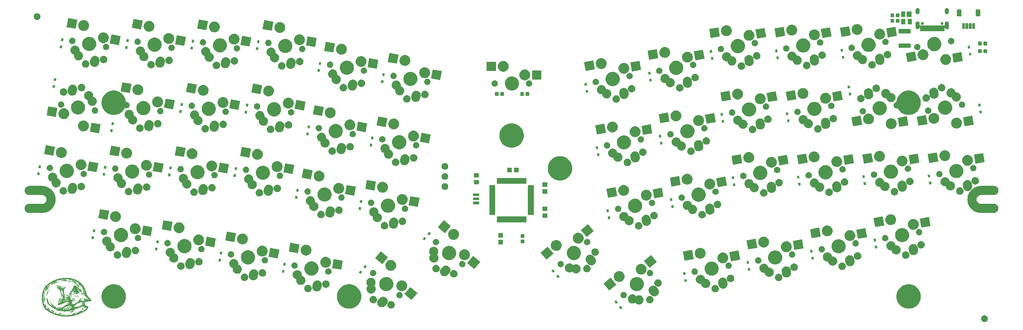
<source format=gbr>
G04 #@! TF.GenerationSoftware,KiCad,Pcbnew,(6.0.0-rc1-dev-1469-g932b9a334)*
G04 #@! TF.CreationDate,2019-09-07T17:34:56-07:00
G04 #@! TF.ProjectId,Laptreus-v2,4c617074-7265-4757-932d-76322e6b6963,rev?*
G04 #@! TF.SameCoordinates,Original*
G04 #@! TF.FileFunction,Soldermask,Top*
G04 #@! TF.FilePolarity,Negative*
%FSLAX46Y46*%
G04 Gerber Fmt 4.6, Leading zero omitted, Abs format (unit mm)*
G04 Created by KiCad (PCBNEW (6.0.0-rc1-dev-1469-g932b9a334)) date Saturday, September 07, 2019 at 05:34:56 PM*
%MOMM*%
%LPD*%
G04 APERTURE LIST*
%ADD10C,0.010000*%
%ADD11C,0.100000*%
G04 APERTURE END LIST*
D10*
G04 #@! TO.C,Ref\002A\002A*
G36*
X100760247Y-151355376D02*
G01*
X100134546Y-151421245D01*
X99580983Y-151504037D01*
X99088320Y-151605962D01*
X98645316Y-151729229D01*
X98369313Y-151825379D01*
X97932037Y-151996812D01*
X97557357Y-152158453D01*
X97225805Y-152321345D01*
X96917914Y-152496533D01*
X96614217Y-152695062D01*
X96295246Y-152927976D01*
X95956463Y-153194281D01*
X95666333Y-153434191D01*
X95435330Y-153641029D01*
X95251561Y-153827822D01*
X95103137Y-154007596D01*
X94978166Y-154193379D01*
X94874047Y-154380103D01*
X94776816Y-154591192D01*
X94669865Y-154861247D01*
X94561184Y-155166439D01*
X94458762Y-155482939D01*
X94370590Y-155786920D01*
X94304659Y-156054552D01*
X94292042Y-156115769D01*
X94248887Y-156379724D01*
X94214794Y-156672879D01*
X94191334Y-156971353D01*
X94180075Y-157251260D01*
X94182587Y-157488718D01*
X94193383Y-157616907D01*
X94216808Y-157789542D01*
X94245778Y-158001678D01*
X94274231Y-158208951D01*
X94275664Y-158219351D01*
X94353507Y-158646946D01*
X94466583Y-159076279D01*
X94608163Y-159489563D01*
X94771517Y-159869014D01*
X94949915Y-160196845D01*
X95109483Y-160423011D01*
X95244690Y-160559459D01*
X95445731Y-160723061D01*
X95701197Y-160906306D01*
X95999680Y-161101679D01*
X96329769Y-161301669D01*
X96680056Y-161498762D01*
X96986837Y-161659248D01*
X97396955Y-161858717D01*
X97763552Y-162019070D01*
X98112538Y-162149641D01*
X98469828Y-162259764D01*
X98861332Y-162358772D01*
X99040004Y-162398809D01*
X99269696Y-162449439D01*
X99499889Y-162501360D01*
X99701014Y-162547841D01*
X99823170Y-162577092D01*
X99993013Y-162606341D01*
X100230941Y-162629684D01*
X100520566Y-162646914D01*
X100845496Y-162657821D01*
X101189344Y-162662199D01*
X101535719Y-162659838D01*
X101868233Y-162650531D01*
X102170496Y-162634068D01*
X102426118Y-162610243D01*
X102426670Y-162610176D01*
X102778767Y-162566755D01*
X103079257Y-162527100D01*
X103340423Y-162487620D01*
X103574544Y-162444722D01*
X103793902Y-162394816D01*
X104010776Y-162334308D01*
X104237447Y-162259607D01*
X104486196Y-162167122D01*
X104533072Y-162148269D01*
X103844837Y-162148269D01*
X103823670Y-162169436D01*
X103802504Y-162148269D01*
X103823670Y-162127103D01*
X103844837Y-162148269D01*
X104533072Y-162148269D01*
X104769303Y-162053261D01*
X105099049Y-161914432D01*
X105487714Y-161747043D01*
X105715377Y-161648304D01*
X106076021Y-161491197D01*
X106368862Y-161361690D01*
X106604037Y-161254314D01*
X106791683Y-161163598D01*
X106941938Y-161084071D01*
X107064938Y-161010262D01*
X107170822Y-160936702D01*
X107269726Y-160857920D01*
X107371787Y-160768444D01*
X107409767Y-160733920D01*
X107602566Y-160528679D01*
X107734880Y-160325165D01*
X107803728Y-160132884D01*
X107806130Y-159961339D01*
X107739103Y-159820032D01*
X107706926Y-159786671D01*
X107633637Y-159736676D01*
X107510682Y-159667824D01*
X107360581Y-159591049D01*
X107307907Y-159565936D01*
X106600860Y-159565936D01*
X106526411Y-159474214D01*
X106286059Y-159474214D01*
X106280248Y-159499381D01*
X106257837Y-159502436D01*
X106222992Y-159486947D01*
X106229615Y-159474214D01*
X106279855Y-159469147D01*
X106286059Y-159474214D01*
X106526411Y-159474214D01*
X106514957Y-159460103D01*
X106454992Y-159377580D01*
X106428193Y-159323656D01*
X106428112Y-159322519D01*
X106390324Y-159299047D01*
X106299596Y-159284571D01*
X106289587Y-159283994D01*
X106152004Y-159277219D01*
X106289587Y-159260145D01*
X106383252Y-159237849D01*
X106426782Y-159206454D01*
X106427170Y-159203420D01*
X106392538Y-159168092D01*
X106297616Y-159174193D01*
X106194546Y-159206023D01*
X106119563Y-159256550D01*
X106121639Y-159306105D01*
X106197115Y-159332508D01*
X106215504Y-159333103D01*
X106297954Y-159356742D01*
X106325783Y-159382630D01*
X106327947Y-159413821D01*
X106279367Y-159402600D01*
X106182337Y-159409830D01*
X106103089Y-159466285D01*
X106030039Y-159517130D01*
X106001607Y-159507746D01*
X106032449Y-159450246D01*
X106054637Y-159426236D01*
X106078221Y-159383724D01*
X106062942Y-159375436D01*
X106010802Y-159403594D01*
X105926117Y-159475177D01*
X105876837Y-159523603D01*
X105775978Y-159611297D01*
X105684254Y-159664450D01*
X105651997Y-159671769D01*
X105599182Y-159666315D01*
X105598287Y-159634887D01*
X105642518Y-159562263D01*
X105693372Y-159469727D01*
X105692092Y-159435858D01*
X105647519Y-159460582D01*
X105568494Y-159543825D01*
X105552889Y-159563014D01*
X105464944Y-159662492D01*
X105406447Y-159708355D01*
X105385843Y-159697184D01*
X105411577Y-159625559D01*
X105414991Y-159618853D01*
X105429544Y-159576581D01*
X105397799Y-159590550D01*
X105314194Y-159663441D01*
X105305237Y-159671769D01*
X105197351Y-159759886D01*
X105137388Y-159778307D01*
X105126621Y-159765683D01*
X105086056Y-159755641D01*
X104996263Y-159813914D01*
X104937926Y-159864079D01*
X104833651Y-159945697D01*
X104747214Y-159991461D01*
X104712161Y-159994932D01*
X104642324Y-160005759D01*
X104599349Y-160040979D01*
X104474746Y-160149372D01*
X104318201Y-160229924D01*
X104169213Y-160262606D01*
X104162337Y-160262621D01*
X104035337Y-160261122D01*
X104177781Y-160199279D01*
X104286997Y-160157936D01*
X104367633Y-160137812D01*
X104374479Y-160137436D01*
X104428674Y-160108037D01*
X104511098Y-160036088D01*
X104598115Y-159945960D01*
X104666090Y-159862026D01*
X104691504Y-159810543D01*
X104664902Y-159819134D01*
X104598033Y-159873438D01*
X104565067Y-159904063D01*
X104403692Y-160022415D01*
X104220699Y-160100010D01*
X104037507Y-160132891D01*
X103875533Y-160117102D01*
X103760170Y-160052769D01*
X103686940Y-159926069D01*
X103685723Y-159912694D01*
X103209837Y-159912694D01*
X103181955Y-160088452D01*
X103102667Y-160205119D01*
X102978509Y-160255532D01*
X102898959Y-160253271D01*
X102722021Y-160253944D01*
X102588147Y-160308274D01*
X102511877Y-160409468D01*
X102504210Y-160437656D01*
X102476176Y-160507915D01*
X102416894Y-160558432D01*
X102314969Y-160591943D01*
X102159006Y-160611187D01*
X101937609Y-160618900D01*
X101749337Y-160618999D01*
X101562803Y-160618532D01*
X101452284Y-160621514D01*
X101409151Y-160629341D01*
X101424778Y-160643409D01*
X101481289Y-160662361D01*
X101591497Y-160701900D01*
X101664747Y-160739864D01*
X101671789Y-160745945D01*
X101668465Y-160765956D01*
X101622337Y-160758758D01*
X101538213Y-160736277D01*
X101402793Y-160701644D01*
X101262504Y-160666603D01*
X101109584Y-160628329D01*
X100982190Y-160595545D01*
X100913254Y-160576853D01*
X100851812Y-160575830D01*
X100839170Y-160593547D01*
X100876450Y-160624477D01*
X100973957Y-160667884D01*
X101103754Y-160712190D01*
X101226328Y-160753828D01*
X101297240Y-160787142D01*
X101301822Y-160805171D01*
X101300349Y-160805489D01*
X101228518Y-160797802D01*
X101104730Y-160765093D01*
X100955400Y-160714378D01*
X100951099Y-160712763D01*
X100793082Y-160658986D01*
X100699990Y-160638820D01*
X100675725Y-160650388D01*
X100724187Y-160691817D01*
X100849279Y-160761231D01*
X100849754Y-160761469D01*
X100957012Y-160817288D01*
X100998277Y-160845295D01*
X100969838Y-160845818D01*
X100867984Y-160819186D01*
X100714359Y-160773452D01*
X100554306Y-160730326D01*
X100449706Y-160713587D01*
X100408181Y-160723216D01*
X100437356Y-160759193D01*
X100459396Y-160774089D01*
X100500943Y-160807704D01*
X100480288Y-160811862D01*
X100453130Y-160802777D01*
X100199878Y-160802777D01*
X100157459Y-160793894D01*
X100149428Y-160790881D01*
X100097589Y-160757345D01*
X100097217Y-160738278D01*
X100142000Y-160743027D01*
X100173126Y-160767183D01*
X100199878Y-160802777D01*
X100453130Y-160802777D01*
X100413451Y-160789504D01*
X100329068Y-160750182D01*
X100243294Y-160688677D01*
X100204380Y-160626909D01*
X100204170Y-160623182D01*
X100180966Y-160567547D01*
X100161837Y-160560769D01*
X100120726Y-160529321D01*
X100119504Y-160519484D01*
X100153178Y-160499571D01*
X100228093Y-160519484D01*
X100324091Y-160553219D01*
X100364918Y-160555390D01*
X100373503Y-160527119D01*
X100373504Y-160526608D01*
X100338664Y-160488203D01*
X100257087Y-160445359D01*
X100194811Y-160417770D01*
X100197388Y-160407485D01*
X100272691Y-160411492D01*
X100331170Y-160417035D01*
X100438342Y-160425038D01*
X100469345Y-160418704D01*
X100431750Y-160396188D01*
X100426420Y-160393815D01*
X100353530Y-160348930D01*
X100331170Y-160316207D01*
X100368451Y-160265532D01*
X100470967Y-160191540D01*
X100624727Y-160100777D01*
X100815741Y-159999789D01*
X101030017Y-159895121D01*
X101253567Y-159793320D01*
X101472398Y-159700930D01*
X101672521Y-159624499D01*
X101839945Y-159570572D01*
X101960680Y-159545694D01*
X101979972Y-159544769D01*
X102072482Y-159556411D01*
X102134759Y-159601220D01*
X102175368Y-159694025D01*
X102202877Y-159849653D01*
X102213788Y-159949443D01*
X102223380Y-160144535D01*
X102202876Y-160267729D01*
X102147320Y-160327973D01*
X102051756Y-160334219D01*
X102005909Y-160324798D01*
X101891386Y-160254609D01*
X101810128Y-160118368D01*
X101769932Y-159930770D01*
X101767162Y-159874955D01*
X101763758Y-159766008D01*
X101755213Y-159733900D01*
X101735767Y-159770804D01*
X101720543Y-159811624D01*
X101692998Y-159969882D01*
X101717564Y-160121516D01*
X101782386Y-160255350D01*
X101875606Y-160360211D01*
X101985368Y-160424926D01*
X102099814Y-160438319D01*
X102207088Y-160389217D01*
X102263968Y-160323757D01*
X102303512Y-160248906D01*
X102315510Y-160168716D01*
X102301880Y-160052683D01*
X102286111Y-159971959D01*
X102258219Y-159817736D01*
X102240092Y-159680692D01*
X102236170Y-159618408D01*
X102210933Y-159519615D01*
X102163865Y-159466179D01*
X102121457Y-159434222D01*
X102118220Y-159389594D01*
X102155581Y-159305875D01*
X102174448Y-159270070D01*
X102240576Y-159153942D01*
X102289592Y-159099631D01*
X102340271Y-159092267D01*
X102382425Y-159105393D01*
X102424692Y-159131238D01*
X102400159Y-159166755D01*
X102365078Y-159192598D01*
X102294816Y-159282186D01*
X102283908Y-159389082D01*
X102332458Y-159480414D01*
X102364116Y-159502942D01*
X102461731Y-159526224D01*
X102616006Y-159530191D01*
X102713366Y-159523783D01*
X102977004Y-159498806D01*
X102819561Y-159585628D01*
X102671195Y-159697521D01*
X102594418Y-159822216D01*
X102590908Y-159946984D01*
X102662338Y-160059097D01*
X102749343Y-160118944D01*
X102906466Y-160168615D01*
X103030889Y-160146990D01*
X103115414Y-160063511D01*
X103152839Y-159927618D01*
X103146320Y-159858516D01*
X103075313Y-159858516D01*
X103061747Y-159992681D01*
X102994327Y-160071987D01*
X102889675Y-160088487D01*
X102764416Y-160034238D01*
X102742478Y-160017578D01*
X102673821Y-159918321D01*
X102675212Y-159810369D01*
X102740533Y-159721629D01*
X102814867Y-159687347D01*
X102949765Y-159685493D01*
X103040278Y-159753393D01*
X103075313Y-159858516D01*
X103146320Y-159858516D01*
X103135964Y-159748752D01*
X103106535Y-159650603D01*
X103087426Y-159592235D01*
X103103662Y-159600947D01*
X103142881Y-159648110D01*
X103187166Y-159746167D01*
X103209114Y-159883863D01*
X103209837Y-159912694D01*
X103685723Y-159912694D01*
X103673158Y-159774675D01*
X103717097Y-159631051D01*
X103787046Y-159547842D01*
X103886862Y-159486542D01*
X103973272Y-159460125D01*
X103975048Y-159460103D01*
X104052817Y-159440581D01*
X104076121Y-159420277D01*
X104057847Y-159399031D01*
X103973469Y-159401418D01*
X103951619Y-159404649D01*
X103845551Y-159410651D01*
X103802727Y-159387111D01*
X103802504Y-159384223D01*
X103837715Y-159297744D01*
X103932512Y-159186240D01*
X104070637Y-159062320D01*
X104235834Y-158938595D01*
X104411845Y-158827675D01*
X104582416Y-158742171D01*
X104672910Y-158709053D01*
X105049450Y-158598832D01*
X105353102Y-158517409D01*
X105590165Y-158463622D01*
X105766937Y-158436308D01*
X105889720Y-158434305D01*
X105964811Y-158456450D01*
X105979335Y-158467981D01*
X106063277Y-158511311D01*
X106175330Y-158528769D01*
X106263049Y-158535064D01*
X106279980Y-158559971D01*
X106261883Y-158587394D01*
X106241127Y-158635998D01*
X106292524Y-158665683D01*
X106309616Y-158670279D01*
X106398411Y-158732734D01*
X106477559Y-158862902D01*
X106539858Y-159043867D01*
X106578106Y-159258712D01*
X106582800Y-159311936D01*
X106600860Y-159565936D01*
X107307907Y-159565936D01*
X107205856Y-159517283D01*
X107069029Y-159457457D01*
X106972622Y-159422504D01*
X106946948Y-159417769D01*
X106906829Y-159380726D01*
X106892837Y-159298989D01*
X106879318Y-159196115D01*
X106844199Y-159049066D01*
X106804145Y-158917579D01*
X106715454Y-158654948D01*
X106853435Y-158496609D01*
X106967257Y-158377205D01*
X107066203Y-158311484D01*
X107183033Y-158283137D01*
X107295004Y-158276748D01*
X107424335Y-158263540D01*
X107596087Y-158232930D01*
X107760670Y-158194641D01*
X108027775Y-158143444D01*
X108269683Y-158133169D01*
X108289837Y-158134494D01*
X108454359Y-158137322D01*
X108575075Y-158110407D01*
X108660254Y-158066081D01*
X108749450Y-157995629D01*
X108795932Y-157930729D01*
X108797837Y-157919563D01*
X108792214Y-157903284D01*
X108543837Y-157903284D01*
X108521979Y-157904632D01*
X108468171Y-157850907D01*
X108456098Y-157835978D01*
X108383526Y-157759609D01*
X108325653Y-157724664D01*
X108322537Y-157724436D01*
X108311642Y-157749787D01*
X108346776Y-157801853D01*
X108400924Y-157875419D01*
X108416837Y-157916670D01*
X108409984Y-157914936D01*
X107908837Y-157914936D01*
X107887670Y-157936103D01*
X107875678Y-157924110D01*
X107735212Y-157924110D01*
X107692793Y-157915228D01*
X107684761Y-157912214D01*
X107635405Y-157880284D01*
X107570170Y-157880284D01*
X107558689Y-157923136D01*
X107511600Y-157897827D01*
X107507137Y-157894156D01*
X107477404Y-157851436D01*
X107358504Y-157851436D01*
X107343015Y-157886281D01*
X107330282Y-157879658D01*
X107325215Y-157829418D01*
X107330282Y-157823214D01*
X107355449Y-157829025D01*
X107358504Y-157851436D01*
X107477404Y-157851436D01*
X107465427Y-157834228D01*
X107467728Y-157803615D01*
X107512179Y-157782549D01*
X107555426Y-157820561D01*
X107570170Y-157880284D01*
X107635405Y-157880284D01*
X107632922Y-157878678D01*
X107632550Y-157859612D01*
X107677333Y-157864360D01*
X107708459Y-157888516D01*
X107735212Y-157924110D01*
X107875678Y-157924110D01*
X107866504Y-157914936D01*
X107887670Y-157893769D01*
X107908837Y-157914936D01*
X108409984Y-157914936D01*
X108392952Y-157910627D01*
X108345407Y-157865547D01*
X108233393Y-157865547D01*
X108227582Y-157890714D01*
X108205170Y-157893769D01*
X108170325Y-157878280D01*
X108176948Y-157865547D01*
X108227188Y-157860480D01*
X108233393Y-157865547D01*
X108345407Y-157865547D01*
X108332252Y-157853075D01*
X108291558Y-157807503D01*
X108218430Y-157733476D01*
X108172421Y-157708996D01*
X108164558Y-157720414D01*
X108149285Y-157751433D01*
X108097689Y-157720414D01*
X108078170Y-157703269D01*
X108013133Y-157658705D01*
X107993504Y-157680725D01*
X107979796Y-157711620D01*
X107927494Y-157680287D01*
X107923120Y-157676703D01*
X107872131Y-157640611D01*
X107868334Y-157664348D01*
X107873847Y-157682103D01*
X107928585Y-157736148D01*
X107972514Y-157745782D01*
X108046620Y-157770847D01*
X108067647Y-157798699D01*
X108071116Y-157837529D01*
X108036302Y-157846723D01*
X107948783Y-157825555D01*
X107832878Y-157786882D01*
X107688937Y-157745985D01*
X107687176Y-157745603D01*
X107358504Y-157745603D01*
X107337337Y-157766769D01*
X107316170Y-157745603D01*
X107337337Y-157724436D01*
X107358504Y-157745603D01*
X107687176Y-157745603D01*
X107507513Y-157706643D01*
X107377235Y-157684778D01*
X107179365Y-157643822D01*
X107027656Y-157577283D01*
X106934610Y-157512325D01*
X106839775Y-157442418D01*
X106778547Y-157407273D01*
X106765837Y-157408562D01*
X106739110Y-157410105D01*
X106694411Y-157380369D01*
X106652151Y-157347152D01*
X106638139Y-157348396D01*
X106653223Y-157398538D01*
X106698249Y-157512015D01*
X106702805Y-157523352D01*
X106707986Y-157585382D01*
X106685132Y-157597436D01*
X106666376Y-157631587D01*
X106696389Y-157732626D01*
X106706271Y-157756186D01*
X106748016Y-157878661D01*
X106775365Y-158008234D01*
X106786842Y-158124655D01*
X106780972Y-158207674D01*
X106756283Y-158237041D01*
X106740705Y-158229145D01*
X106705249Y-158213151D01*
X106708830Y-158265087D01*
X106712087Y-158278017D01*
X106716923Y-158347343D01*
X106687800Y-158356772D01*
X106639581Y-158315578D01*
X106587127Y-158233039D01*
X106567127Y-158187547D01*
X106510751Y-158041936D01*
X106530415Y-158174580D01*
X106554371Y-158310485D01*
X106577880Y-158417997D01*
X106584795Y-158504769D01*
X106558760Y-158528769D01*
X106521897Y-158492905D01*
X106511189Y-158433519D01*
X106504022Y-158372459D01*
X106478830Y-158388847D01*
X106471797Y-158399508D01*
X106435397Y-158431013D01*
X106386988Y-158402176D01*
X106346854Y-158357175D01*
X106284964Y-158261049D01*
X106259246Y-158179519D01*
X106240354Y-158116624D01*
X106220441Y-158105436D01*
X106179568Y-158070416D01*
X106150521Y-158010186D01*
X106127901Y-157956677D01*
X106112637Y-157971380D01*
X106096594Y-158062259D01*
X106096471Y-158063103D01*
X106074945Y-158211269D01*
X106044400Y-158084269D01*
X106013854Y-157957269D01*
X106004626Y-158084269D01*
X105996803Y-158169115D01*
X105985408Y-158174122D01*
X105961504Y-158105436D01*
X105936521Y-158032938D01*
X105926856Y-158039022D01*
X105923390Y-158097351D01*
X105904408Y-158164776D01*
X105872104Y-158166011D01*
X105812926Y-158170005D01*
X105788086Y-158195262D01*
X105759798Y-158217967D01*
X105747129Y-158163090D01*
X105746266Y-158147769D01*
X105741398Y-158041936D01*
X105707504Y-158147769D01*
X105683453Y-158216759D01*
X105672689Y-158210323D01*
X105666415Y-158126603D01*
X105658459Y-158045231D01*
X105642481Y-158040521D01*
X105618993Y-158084269D01*
X105592631Y-158134184D01*
X105592944Y-158109069D01*
X105602926Y-158063103D01*
X105625092Y-157965982D01*
X105636735Y-157914936D01*
X105666963Y-157841041D01*
X105677003Y-157823634D01*
X105675990Y-157791074D01*
X105622236Y-157796994D01*
X105543158Y-157829711D01*
X105516336Y-157852516D01*
X105465306Y-157868610D01*
X105363994Y-157867352D01*
X105331984Y-157863735D01*
X105204804Y-157860710D01*
X105138063Y-157890487D01*
X105137325Y-157891631D01*
X105138996Y-157920960D01*
X105205661Y-157921488D01*
X105264956Y-157911776D01*
X105367984Y-157899119D01*
X105399440Y-157915112D01*
X105393625Y-157930243D01*
X105394466Y-157973185D01*
X105413856Y-157978436D01*
X105445142Y-157995207D01*
X105411123Y-158039434D01*
X105322848Y-158101984D01*
X105191367Y-158173726D01*
X105158515Y-158189473D01*
X105041247Y-158253755D01*
X104963879Y-158314103D01*
X104945504Y-158345506D01*
X104910197Y-158391147D01*
X104860837Y-158401769D01*
X104791314Y-158423949D01*
X104774475Y-158454686D01*
X104737645Y-158494181D01*
X104640097Y-158556839D01*
X104498890Y-158632369D01*
X104406057Y-158676936D01*
X104188307Y-158790414D01*
X103986389Y-158919285D01*
X103812461Y-159053188D01*
X103678678Y-159181768D01*
X103597195Y-159294666D01*
X103579982Y-159380830D01*
X103588569Y-159430029D01*
X103568053Y-159438123D01*
X103503053Y-159402492D01*
X103480862Y-159388027D01*
X102699750Y-159388027D01*
X102653910Y-159429985D01*
X102648920Y-159432066D01*
X102517282Y-159455865D01*
X102402023Y-159427485D01*
X102361681Y-159394808D01*
X102327480Y-159319798D01*
X102362240Y-159274953D01*
X102453496Y-159267255D01*
X102549773Y-159289483D01*
X102664191Y-159339975D01*
X102699750Y-159388027D01*
X103480862Y-159388027D01*
X103430842Y-159355424D01*
X103324357Y-159275955D01*
X103250775Y-159204439D01*
X103234748Y-159179427D01*
X103179131Y-159131856D01*
X103142661Y-159130033D01*
X103079334Y-159102527D01*
X103006561Y-159013710D01*
X102934856Y-158884551D01*
X102874736Y-158736021D01*
X102836717Y-158589087D01*
X102828837Y-158504243D01*
X102834725Y-158422936D01*
X102417444Y-158422936D01*
X102308698Y-158323179D01*
X102232865Y-158226087D01*
X102225988Y-158153846D01*
X102237148Y-158108015D01*
X102203598Y-158124121D01*
X102180597Y-158142369D01*
X102126146Y-158176418D01*
X102109833Y-158141507D01*
X102109170Y-158113118D01*
X102124721Y-158031851D01*
X102145350Y-158003406D01*
X102199833Y-158013396D01*
X102270116Y-158078379D01*
X102337676Y-158175948D01*
X102383993Y-158283698D01*
X102387169Y-158295936D01*
X102417444Y-158422936D01*
X102834725Y-158422936D01*
X102838894Y-158365379D01*
X102874076Y-158303939D01*
X102941901Y-158314534D01*
X103019774Y-158367342D01*
X103093472Y-158418441D01*
X103113895Y-158416129D01*
X103086454Y-158368025D01*
X103016561Y-158281747D01*
X102948826Y-158207741D01*
X102783162Y-158207741D01*
X102775378Y-158262648D01*
X102760927Y-158263304D01*
X102750822Y-158206645D01*
X102757585Y-158182165D01*
X102776383Y-158166130D01*
X102783162Y-158207741D01*
X102948826Y-158207741D01*
X102909625Y-158164912D01*
X102789576Y-158043261D01*
X102671621Y-157918127D01*
X102622696Y-157856644D01*
X102320503Y-157856644D01*
X102294222Y-157893061D01*
X102286595Y-157893769D01*
X102227917Y-157870937D01*
X102181551Y-157840853D01*
X102135231Y-157773545D01*
X102149067Y-157727158D01*
X102191428Y-157688458D01*
X102249389Y-157717880D01*
X102254111Y-157721758D01*
X102305067Y-157788606D01*
X102320503Y-157856644D01*
X102622696Y-157856644D01*
X102582174Y-157805723D01*
X102535842Y-157725066D01*
X102532504Y-157708617D01*
X102537309Y-157653429D01*
X102566067Y-157659164D01*
X102616172Y-157702366D01*
X102670533Y-157770288D01*
X102677174Y-157814760D01*
X102689399Y-157846794D01*
X102716742Y-157851436D01*
X102782328Y-157881635D01*
X102866379Y-157956426D01*
X102885841Y-157978436D01*
X102975835Y-158067900D01*
X103045594Y-158105265D01*
X103081000Y-158084136D01*
X103082837Y-158067681D01*
X103056422Y-158019179D01*
X102987238Y-157928649D01*
X102892337Y-157818044D01*
X102795705Y-157704466D01*
X102747347Y-157639413D01*
X102103470Y-157639413D01*
X102091846Y-157708522D01*
X102057086Y-157755380D01*
X102014649Y-157731515D01*
X101987505Y-157673722D01*
X102015332Y-157632008D01*
X102074460Y-157602596D01*
X102103470Y-157639413D01*
X102747347Y-157639413D01*
X102727152Y-157612247D01*
X102701837Y-157562319D01*
X102680498Y-157533651D01*
X102320837Y-157533651D01*
X102305811Y-157581693D01*
X102273478Y-157569879D01*
X102253724Y-157534219D01*
X101972953Y-157534219D01*
X101962356Y-157593174D01*
X101916933Y-157670072D01*
X101862042Y-157671596D01*
X101834545Y-157640644D01*
X101832561Y-157575001D01*
X101857135Y-157509099D01*
X101910067Y-157454322D01*
X101955155Y-157467874D01*
X101972953Y-157534219D01*
X102253724Y-157534219D01*
X102242957Y-157514785D01*
X102232828Y-157457354D01*
X102222881Y-157405600D01*
X102208134Y-157417519D01*
X102164063Y-157468155D01*
X102122405Y-157446643D01*
X102109170Y-157385769D01*
X102134976Y-157317139D01*
X102171181Y-157301103D01*
X102240641Y-157337829D01*
X102297483Y-157426385D01*
X102320837Y-157533651D01*
X102680498Y-157533651D01*
X102666906Y-157515392D01*
X102619786Y-157492433D01*
X102538706Y-157423549D01*
X102482710Y-157281268D01*
X102482527Y-157279936D01*
X102066837Y-157279936D01*
X102048300Y-157363783D01*
X102004880Y-157385083D01*
X101963365Y-157347256D01*
X101955993Y-157279332D01*
X101984325Y-157206390D01*
X102029033Y-157174103D01*
X102057460Y-157210357D01*
X102066837Y-157279936D01*
X102482527Y-157279936D01*
X102454192Y-157073763D01*
X102451334Y-156917405D01*
X102446680Y-156753192D01*
X102429647Y-156606167D01*
X102409681Y-156525763D01*
X102375785Y-156399301D01*
X102364040Y-156269940D01*
X102376088Y-156171227D01*
X102391025Y-156144359D01*
X102441928Y-156143172D01*
X102475692Y-156163653D01*
X102517694Y-156182204D01*
X102531979Y-156131544D01*
X102532504Y-156104969D01*
X102556545Y-156002248D01*
X102596004Y-155946436D01*
X102646631Y-155864342D01*
X102659504Y-155793086D01*
X102682537Y-155711861D01*
X102723004Y-155692436D01*
X102778810Y-155658444D01*
X102786504Y-155627607D01*
X102820752Y-155556971D01*
X102850004Y-155538411D01*
X102906266Y-155485110D01*
X102913504Y-155455073D01*
X102931738Y-155399939D01*
X102968993Y-155405801D01*
X102999096Y-155462059D01*
X103003081Y-155491353D01*
X103008751Y-155554872D01*
X103019911Y-155536821D01*
X103028967Y-155501936D01*
X103073340Y-155415558D01*
X103108723Y-155383416D01*
X103158408Y-155317326D01*
X103172512Y-155256416D01*
X103179738Y-155208505D01*
X103195318Y-155237320D01*
X103209837Y-155290269D01*
X103232564Y-155355786D01*
X103246301Y-155351337D01*
X103247162Y-155343186D01*
X103271496Y-155280241D01*
X103294504Y-155269103D01*
X103319468Y-155231204D01*
X103334673Y-155135052D01*
X103336837Y-155073419D01*
X103339776Y-154957416D01*
X103353704Y-154911083D01*
X103386286Y-154919491D01*
X103407477Y-154935836D01*
X103454620Y-154967171D01*
X103465670Y-154940127D01*
X103454496Y-154866936D01*
X103448368Y-154746034D01*
X103465547Y-154655269D01*
X103485493Y-154639200D01*
X103499636Y-154704219D01*
X103508314Y-154851974D01*
X103508768Y-154866936D01*
X103514408Y-155012271D01*
X103521822Y-155079951D01*
X103532889Y-155076985D01*
X103548504Y-155015103D01*
X103569379Y-154920593D01*
X103579222Y-154905373D01*
X103584331Y-154965857D01*
X103585679Y-154993936D01*
X103610507Y-155093904D01*
X103687136Y-155176326D01*
X103750002Y-155218786D01*
X103835583Y-155274136D01*
X103852373Y-155295153D01*
X103796375Y-155284253D01*
X103693143Y-155253132D01*
X103618053Y-155249953D01*
X103600374Y-155279072D01*
X103571728Y-155421659D01*
X103502053Y-155524506D01*
X103461815Y-155560893D01*
X103396245Y-155620466D01*
X103391165Y-155643951D01*
X103452568Y-155632721D01*
X103584197Y-155588945D01*
X103674971Y-155562135D01*
X103767064Y-155550427D01*
X103878512Y-155555164D01*
X104027347Y-155577685D01*
X104231604Y-155619334D01*
X104352837Y-155646112D01*
X104464956Y-155665616D01*
X104590110Y-155679338D01*
X104708250Y-155686513D01*
X104799327Y-155686374D01*
X104843291Y-155678153D01*
X104828823Y-155664311D01*
X104793642Y-155626311D01*
X104822356Y-155585933D01*
X104897888Y-155565537D01*
X104904340Y-155565436D01*
X104962582Y-155585478D01*
X104958923Y-155633861D01*
X104949744Y-155677958D01*
X104986949Y-155672693D01*
X105034335Y-155649410D01*
X105157077Y-155579646D01*
X105193614Y-155544269D01*
X104606837Y-155544269D01*
X104585670Y-155565436D01*
X104564504Y-155544269D01*
X104585670Y-155523103D01*
X104606837Y-155544269D01*
X105193614Y-155544269D01*
X105207876Y-155530461D01*
X105193376Y-155490935D01*
X105147713Y-155463056D01*
X105103299Y-155436096D01*
X105062998Y-155396103D01*
X104546316Y-155396103D01*
X104546028Y-155427215D01*
X104522170Y-155480769D01*
X104478452Y-155547298D01*
X104455692Y-155565436D01*
X104455979Y-155534323D01*
X104479837Y-155480769D01*
X104523555Y-155414240D01*
X104546316Y-155396103D01*
X105062998Y-155396103D01*
X105061752Y-155394867D01*
X105015911Y-155327066D01*
X104958618Y-155220388D01*
X104888253Y-155074055D01*
X104307318Y-155074055D01*
X104290566Y-155142797D01*
X104266986Y-155208718D01*
X104229437Y-155282673D01*
X104200204Y-155299913D01*
X104200173Y-155299883D01*
X104202070Y-155250859D01*
X104238272Y-155163411D01*
X104241996Y-155156428D01*
X104290571Y-155077433D01*
X104307318Y-155074055D01*
X104888253Y-155074055D01*
X104882711Y-155062530D01*
X104841478Y-154972769D01*
X104352837Y-154972769D01*
X104337348Y-155007614D01*
X104324615Y-155000991D01*
X104319548Y-154950752D01*
X104324615Y-154944547D01*
X104349782Y-154950358D01*
X104352837Y-154972769D01*
X104841478Y-154972769D01*
X104783138Y-154845769D01*
X104395170Y-154845769D01*
X104379681Y-154880614D01*
X104366948Y-154873991D01*
X104361882Y-154823752D01*
X104366948Y-154817547D01*
X104392115Y-154823358D01*
X104395170Y-154845769D01*
X104783138Y-154845769D01*
X104781033Y-154841187D01*
X104763881Y-154803436D01*
X104741621Y-154758855D01*
X104167831Y-154758855D01*
X104159173Y-155003395D01*
X104153468Y-155157220D01*
X104146573Y-155240762D01*
X104133246Y-155268310D01*
X104108245Y-155254149D01*
X104078140Y-155224215D01*
X104043929Y-155177021D01*
X104041035Y-155116440D01*
X104062806Y-155042781D01*
X104013332Y-155042781D01*
X104005245Y-155090390D01*
X103964580Y-155092126D01*
X103925391Y-155080445D01*
X103804138Y-155054278D01*
X103728420Y-155048171D01*
X103670374Y-155039426D01*
X103643207Y-154997998D01*
X103636695Y-154901846D01*
X103637390Y-154851874D01*
X103642135Y-154741937D01*
X103652032Y-154708984D01*
X103670298Y-154745357D01*
X103675504Y-154761103D01*
X103700373Y-154832351D01*
X103710236Y-154825364D01*
X103713617Y-154771686D01*
X103739860Y-154705221D01*
X103790663Y-154675065D01*
X103834938Y-154691198D01*
X103845485Y-154729353D01*
X103856533Y-154756780D01*
X103882527Y-154724833D01*
X103920504Y-154693398D01*
X103953347Y-154733690D01*
X103984013Y-154850976D01*
X103997928Y-154930520D01*
X104013332Y-155042781D01*
X104062806Y-155042781D01*
X104070808Y-155015712D01*
X104091470Y-154960020D01*
X104167831Y-154758855D01*
X104741621Y-154758855D01*
X104672200Y-154619823D01*
X104567070Y-154436477D01*
X104470345Y-154291360D01*
X104465124Y-154284486D01*
X104383067Y-154174588D01*
X104327000Y-154093782D01*
X104310504Y-154063565D01*
X104334812Y-154049702D01*
X104401530Y-154092560D01*
X104501347Y-154181825D01*
X104624952Y-154307185D01*
X104763037Y-154458326D01*
X104906289Y-154624935D01*
X105045399Y-154796700D01*
X105171056Y-154963306D01*
X105273950Y-155114442D01*
X105304569Y-155164687D01*
X105397930Y-155313686D01*
X105469953Y-155399153D01*
X105533765Y-155434892D01*
X105564917Y-155438436D01*
X105639239Y-155420755D01*
X105661205Y-155361508D01*
X105631105Y-155251389D01*
X105574545Y-155129833D01*
X105395306Y-154823030D01*
X105171195Y-154525960D01*
X104887911Y-154220355D01*
X104781375Y-154116773D01*
X104560420Y-153909325D01*
X104387719Y-153754780D01*
X104252726Y-153645127D01*
X104144896Y-153572351D01*
X104053682Y-153528439D01*
X103979526Y-153507457D01*
X103880962Y-153500637D01*
X103800993Y-153537891D01*
X103725092Y-153610336D01*
X103644244Y-153724852D01*
X103566244Y-153880195D01*
X103526783Y-153985594D01*
X103461612Y-154154391D01*
X103378951Y-154318879D01*
X103329252Y-154397291D01*
X103242288Y-154543741D01*
X103166430Y-154714795D01*
X103146057Y-154775251D01*
X103065492Y-154994750D01*
X102979005Y-155131149D01*
X102887038Y-155183780D01*
X102875219Y-155184436D01*
X102790697Y-155223891D01*
X102682474Y-155339643D01*
X102553936Y-155527772D01*
X102499121Y-155619757D01*
X102395730Y-155859809D01*
X102322047Y-156162101D01*
X102281662Y-156508335D01*
X102275069Y-156761353D01*
X102272670Y-156966441D01*
X102261510Y-157105384D01*
X102242354Y-157170264D01*
X102235085Y-157174103D01*
X102207679Y-157156210D01*
X101931873Y-157156210D01*
X101919488Y-157213860D01*
X101876640Y-157273633D01*
X101830837Y-157261354D01*
X101812837Y-157195269D01*
X101837668Y-157130385D01*
X101889364Y-157094316D01*
X101925352Y-157103173D01*
X101931873Y-157156210D01*
X102207679Y-157156210D01*
X102183275Y-157140277D01*
X102166906Y-157110846D01*
X102127469Y-157067581D01*
X102105610Y-157070470D01*
X102031309Y-157074228D01*
X101954672Y-157021314D01*
X101902206Y-156934658D01*
X101893354Y-156886863D01*
X101885724Y-156838681D01*
X101866152Y-156860296D01*
X101830807Y-156957203D01*
X101819270Y-156993166D01*
X101771780Y-157122772D01*
X101731234Y-157180300D01*
X101691890Y-157178368D01*
X101654229Y-157108200D01*
X101662794Y-157041804D01*
X101691144Y-156941269D01*
X101608212Y-157044491D01*
X101555591Y-157132020D01*
X101544782Y-157198525D01*
X101544943Y-157198956D01*
X101537547Y-157261784D01*
X101498224Y-157372063D01*
X101450125Y-157476117D01*
X101399662Y-157585888D01*
X101382000Y-157647560D01*
X101398368Y-157649980D01*
X101454542Y-157579868D01*
X101518700Y-157467925D01*
X101537561Y-157428346D01*
X101599277Y-157314207D01*
X101649750Y-157261960D01*
X101680450Y-157277782D01*
X101685837Y-157320941D01*
X101713886Y-157363649D01*
X101749337Y-157358745D01*
X101797375Y-157363477D01*
X101812763Y-157436991D01*
X101812837Y-157446069D01*
X101794965Y-157536449D01*
X101759920Y-157578098D01*
X101718097Y-157631217D01*
X101700495Y-157710259D01*
X101703314Y-157779834D01*
X101725919Y-157770062D01*
X101730482Y-157763029D01*
X101772336Y-157726178D01*
X101820598Y-157757596D01*
X101852166Y-157814307D01*
X101826139Y-157889005D01*
X101816364Y-157905409D01*
X101778814Y-157969873D01*
X101792398Y-157968386D01*
X101841924Y-157925519D01*
X101937643Y-157860744D01*
X102013089Y-157866165D01*
X102056389Y-157900254D01*
X102081782Y-157978490D01*
X102067610Y-158019325D01*
X102035634Y-158057069D01*
X101978975Y-158070871D01*
X101875560Y-158062888D01*
X101776968Y-158047727D01*
X101632028Y-158027985D01*
X101522799Y-158030308D01*
X101412236Y-158060118D01*
X101263296Y-158122840D01*
X101262982Y-158122981D01*
X101129952Y-158179735D01*
X101030950Y-158216436D01*
X100987192Y-158225228D01*
X100987093Y-158225136D01*
X100996899Y-158182785D01*
X101036286Y-158083816D01*
X101097406Y-157947558D01*
X101114783Y-157910725D01*
X101187367Y-157749204D01*
X101246380Y-157601219D01*
X101280227Y-157496086D01*
X101282009Y-157487932D01*
X101297349Y-157405286D01*
X101290403Y-157401741D01*
X101256970Y-157470436D01*
X101131459Y-157737653D01*
X101035522Y-157938852D01*
X100962723Y-158084644D01*
X100906631Y-158185641D01*
X100860813Y-158252454D01*
X100818835Y-158295694D01*
X100774265Y-158325973D01*
X100721700Y-158353384D01*
X100577143Y-158419174D01*
X100432494Y-158473947D01*
X100310339Y-158510357D01*
X100233262Y-158521055D01*
X100220158Y-158516535D01*
X100233109Y-158474898D01*
X100285141Y-158380738D01*
X100366631Y-158250786D01*
X100413495Y-158180444D01*
X100509508Y-158029860D01*
X100583228Y-157896966D01*
X100623370Y-157802867D01*
X100627504Y-157780191D01*
X100641428Y-157696233D01*
X100677546Y-157564972D01*
X100717377Y-157445313D01*
X100786714Y-157176297D01*
X100826155Y-156855354D01*
X100835031Y-156510016D01*
X100812673Y-156167818D01*
X100758412Y-155856294D01*
X100756211Y-155847416D01*
X100710783Y-155652230D01*
X100672238Y-155461562D01*
X100647264Y-155309238D01*
X100643592Y-155277841D01*
X100628078Y-155147693D01*
X100611867Y-155049685D01*
X100605789Y-155025686D01*
X100610609Y-154977640D01*
X100624121Y-154972769D01*
X100654834Y-154935753D01*
X100684084Y-154844475D01*
X100688661Y-154822202D01*
X100696494Y-154710691D01*
X100666204Y-154604619D01*
X100598122Y-154483611D01*
X100526054Y-154380517D01*
X100467167Y-154314155D01*
X100432193Y-154292358D01*
X100431863Y-154322962D01*
X100459339Y-154382286D01*
X100491744Y-154491961D01*
X100492579Y-154559142D01*
X100477614Y-154594563D01*
X100444147Y-154577953D01*
X100383353Y-154501530D01*
X100317512Y-154404811D01*
X100219405Y-154266307D01*
X100157144Y-154196189D01*
X100135142Y-154193643D01*
X100157809Y-154257854D01*
X100229560Y-154388008D01*
X100247623Y-154417717D01*
X100326158Y-154558683D01*
X100360770Y-154648409D01*
X100353624Y-154680632D01*
X100306883Y-154649090D01*
X100222710Y-154547521D01*
X100209194Y-154528934D01*
X100117692Y-154412799D01*
X100060879Y-154361604D01*
X100044749Y-154374812D01*
X100075294Y-154451886D01*
X100123412Y-154536626D01*
X100175747Y-154628956D01*
X100180178Y-154658216D01*
X100148272Y-154638561D01*
X100075319Y-154561390D01*
X99983070Y-154440673D01*
X99893009Y-154307063D01*
X99826617Y-154191212D01*
X99812569Y-154159553D01*
X99763383Y-154093365D01*
X99669614Y-154006617D01*
X99611373Y-153961541D01*
X99466754Y-153870294D01*
X99292594Y-153780849D01*
X99103914Y-153698347D01*
X98915738Y-153627931D01*
X98743086Y-153574742D01*
X98600982Y-153543922D01*
X98504448Y-153540613D01*
X98468507Y-153569958D01*
X98468504Y-153570359D01*
X98502538Y-153613091D01*
X98529791Y-153618102D01*
X98614892Y-153634528D01*
X98754561Y-153678077D01*
X98926599Y-153740157D01*
X99108811Y-153812177D01*
X99278997Y-153885545D01*
X99414961Y-153951670D01*
X99463337Y-153979435D01*
X99632670Y-154086112D01*
X99378670Y-154060854D01*
X99239810Y-154050617D01*
X99177486Y-154056045D01*
X99184904Y-154077827D01*
X99188170Y-154080201D01*
X99280999Y-154119893D01*
X99321064Y-154125454D01*
X99401056Y-154152285D01*
X99490397Y-154213007D01*
X99552853Y-154270923D01*
X99552242Y-154287555D01*
X99505670Y-154278517D01*
X99400787Y-154254273D01*
X99294004Y-154231851D01*
X99217124Y-154217846D01*
X99209739Y-154224204D01*
X99274947Y-154257462D01*
X99315170Y-154276515D01*
X99449589Y-154334686D01*
X99609315Y-154396848D01*
X99663119Y-154416194D01*
X99777336Y-154462854D01*
X99848810Y-154505140D01*
X99861179Y-154522658D01*
X99892638Y-154567096D01*
X99971928Y-154627567D01*
X99985247Y-154635878D01*
X100095226Y-154728873D01*
X100214791Y-154868727D01*
X100320456Y-155024362D01*
X100388729Y-155164699D01*
X100391639Y-155173586D01*
X100403715Y-155240720D01*
X100368455Y-155247427D01*
X100346701Y-155239915D01*
X100305507Y-155231071D01*
X100312229Y-155262680D01*
X100366034Y-155343279D01*
X100440497Y-155501623D01*
X100474502Y-155681702D01*
X100492969Y-155824204D01*
X100522756Y-155943781D01*
X100537067Y-155977988D01*
X100577351Y-156074042D01*
X100581391Y-156130404D01*
X100552064Y-156132133D01*
X100514629Y-156094603D01*
X100465961Y-156036036D01*
X100459831Y-156043539D01*
X100477645Y-156094603D01*
X100557333Y-156338563D01*
X100608044Y-156549033D01*
X100627962Y-156713933D01*
X100615269Y-156821187D01*
X100591686Y-156852576D01*
X100563217Y-156826990D01*
X100523514Y-156738534D01*
X100482747Y-156611657D01*
X100433532Y-156460893D01*
X100373619Y-156314339D01*
X100312255Y-156190441D01*
X100258684Y-156107643D01*
X100222153Y-156084389D01*
X100219444Y-156086384D01*
X100225014Y-156131491D01*
X100257939Y-156228794D01*
X100291356Y-156310861D01*
X100337173Y-156438587D01*
X100386430Y-156609367D01*
X100433010Y-156797143D01*
X100470796Y-156975860D01*
X100493671Y-157119462D01*
X100497364Y-157188410D01*
X100479698Y-157184816D01*
X100438384Y-157120030D01*
X100411723Y-157068269D01*
X100367828Y-156983974D01*
X100347783Y-156957608D01*
X100349836Y-156972504D01*
X100365911Y-157055786D01*
X100384087Y-157186772D01*
X100393337Y-157268837D01*
X100405437Y-157395353D01*
X100404912Y-157446652D01*
X100388037Y-157431714D01*
X100353590Y-157364603D01*
X100319115Y-157298244D01*
X100303250Y-157287008D01*
X100303023Y-157340321D01*
X100315465Y-157467605D01*
X100316892Y-157481019D01*
X100323994Y-157629829D01*
X100309795Y-157710646D01*
X100278970Y-157718724D01*
X100236189Y-157649317D01*
X100212702Y-157586853D01*
X100185586Y-157510082D01*
X100172152Y-157496723D01*
X100167866Y-157554291D01*
X100168006Y-157660936D01*
X100167921Y-157849797D01*
X100163522Y-157969176D01*
X100152982Y-158034223D01*
X100134474Y-158060086D01*
X100119504Y-158063103D01*
X100095660Y-158024917D01*
X100079805Y-157926833D01*
X100076060Y-157840853D01*
X100051550Y-157629532D01*
X99990877Y-157449269D01*
X99945010Y-157366093D01*
X99926798Y-157354823D01*
X99930960Y-157385769D01*
X99944883Y-157476280D01*
X99960667Y-157623933D01*
X99975499Y-157801329D01*
X99979424Y-157857484D01*
X99989787Y-158036156D01*
X99989063Y-158154698D01*
X99972745Y-158237388D01*
X99936326Y-158308507D01*
X99881700Y-158383919D01*
X99759670Y-158544472D01*
X99737632Y-158293204D01*
X99715593Y-158041936D01*
X99673694Y-158317103D01*
X99648045Y-158465644D01*
X99622103Y-158548253D01*
X99586681Y-158583192D01*
X99536983Y-158588908D01*
X99458398Y-158611499D01*
X99442170Y-158659967D01*
X99409063Y-158756035D01*
X99331505Y-158836777D01*
X99248647Y-158867436D01*
X99212949Y-158844142D01*
X99192231Y-158765079D01*
X99183063Y-158616472D01*
X99182760Y-158602853D01*
X99177349Y-158338269D01*
X99137121Y-158634603D01*
X99110138Y-158793599D01*
X99079978Y-158912150D01*
X99051237Y-158979903D01*
X99028515Y-158986504D01*
X99016408Y-158921599D01*
X99015862Y-158907653D01*
X99010805Y-158837979D01*
X98994991Y-158847873D01*
X98976504Y-158888603D01*
X98951013Y-158981579D01*
X98938786Y-159092081D01*
X98940721Y-159189627D01*
X98957720Y-159243733D01*
X98965920Y-159246936D01*
X99022555Y-159226688D01*
X99103504Y-159184936D01*
X99209480Y-159132865D01*
X99253272Y-159131738D01*
X99232019Y-159180752D01*
X99205315Y-159213475D01*
X99178884Y-159252241D01*
X99212232Y-159241701D01*
X99308694Y-159180627D01*
X99325754Y-159169108D01*
X99451186Y-159090454D01*
X99514395Y-159066164D01*
X99514271Y-159095918D01*
X99449707Y-159179397D01*
X99431587Y-159199629D01*
X99411722Y-159230997D01*
X99451918Y-159212817D01*
X99545957Y-159148225D01*
X99573017Y-159128274D01*
X99722979Y-159021576D01*
X99817293Y-158965452D01*
X99853182Y-158960923D01*
X99827870Y-159009012D01*
X99797982Y-159045539D01*
X99770242Y-159085310D01*
X99803319Y-159070693D01*
X99886670Y-159010310D01*
X100034634Y-158901441D01*
X100119440Y-158847816D01*
X100141802Y-158849097D01*
X100102430Y-158904945D01*
X100098337Y-158909769D01*
X100056485Y-158965297D01*
X100066603Y-158975038D01*
X100133157Y-158936991D01*
X100260611Y-158849157D01*
X100305772Y-158816842D01*
X100427064Y-158737275D01*
X100503923Y-158702448D01*
X100528381Y-158714276D01*
X100495104Y-158771375D01*
X100491590Y-158789167D01*
X100542337Y-158759756D01*
X100612429Y-158707875D01*
X100736318Y-158617264D01*
X100807914Y-158577716D01*
X100823134Y-158589905D01*
X100777897Y-158654507D01*
X100751300Y-158684905D01*
X100648670Y-158798707D01*
X100759745Y-158716655D01*
X100867761Y-158635015D01*
X100991634Y-158538956D01*
X101013745Y-158521526D01*
X101129232Y-158443709D01*
X101265853Y-158371618D01*
X101408837Y-158309953D01*
X101543410Y-158263418D01*
X101654800Y-158236713D01*
X101728237Y-158234541D01*
X101748946Y-158261604D01*
X101730202Y-158293488D01*
X101712017Y-158331002D01*
X101746420Y-158352567D01*
X101847783Y-158365182D01*
X101882364Y-158367571D01*
X102015275Y-158384233D01*
X102099565Y-158425009D01*
X102171113Y-158508692D01*
X102181849Y-158524446D01*
X102249409Y-158630105D01*
X102272817Y-158695871D01*
X102256266Y-158751363D01*
X102221217Y-158802597D01*
X102174075Y-158854111D01*
X102125066Y-158850040D01*
X102063631Y-158810688D01*
X101973784Y-158769508D01*
X101863248Y-158745538D01*
X101760891Y-158741295D01*
X101695581Y-158759296D01*
X101685837Y-158777744D01*
X101722921Y-158809382D01*
X101816693Y-158846328D01*
X101871582Y-158861822D01*
X102020611Y-158921610D01*
X102093445Y-159001758D01*
X102094209Y-159095835D01*
X102027027Y-159197413D01*
X101896020Y-159300062D01*
X101705312Y-159397351D01*
X101476579Y-159477797D01*
X101345705Y-159521834D01*
X101250669Y-159564615D01*
X101219531Y-159588138D01*
X101166831Y-159613653D01*
X101053801Y-159639633D01*
X100904567Y-159660576D01*
X100899623Y-159661085D01*
X100751954Y-159677029D01*
X100681422Y-159688564D01*
X100680841Y-159698884D01*
X100743023Y-159711182D01*
X100775670Y-159716157D01*
X100945004Y-159741358D01*
X100787614Y-159812397D01*
X100646735Y-159860930D01*
X100507816Y-159886738D01*
X100491280Y-159887656D01*
X100403782Y-159892149D01*
X100395208Y-159901769D01*
X100458170Y-159922000D01*
X100564004Y-159952124D01*
X100471537Y-160002447D01*
X100373455Y-160034423D01*
X100234737Y-160055992D01*
X100175204Y-160059886D01*
X100061688Y-160064667D01*
X100028619Y-160069683D01*
X100071802Y-160077189D01*
X100130974Y-160083661D01*
X100236219Y-160104897D01*
X100264753Y-160133088D01*
X100223268Y-160160609D01*
X100118455Y-160179836D01*
X100042922Y-160183989D01*
X99934147Y-160189033D01*
X99904053Y-160199222D01*
X99946703Y-160216713D01*
X99950170Y-160217688D01*
X100019398Y-160241828D01*
X100012295Y-160262347D01*
X99978458Y-160276968D01*
X99887783Y-160295887D01*
X99757916Y-160306156D01*
X99719783Y-160306769D01*
X99560344Y-160313396D01*
X99382481Y-160329948D01*
X99331662Y-160336614D01*
X99214251Y-160355029D01*
X99173045Y-160368475D01*
X99200260Y-160382646D01*
X99251670Y-160395105D01*
X99319751Y-160412699D01*
X99319224Y-160422869D01*
X99243451Y-160429481D01*
X99188170Y-160432103D01*
X99077076Y-160439027D01*
X99044351Y-160449847D01*
X99091490Y-160469327D01*
X99209337Y-160499644D01*
X99336337Y-160530591D01*
X99230504Y-160559773D01*
X99091289Y-160563942D01*
X98891165Y-160518927D01*
X98636783Y-160426570D01*
X98446492Y-160342493D01*
X98250090Y-160235267D01*
X98116294Y-160116902D01*
X98024104Y-159962877D01*
X97959387Y-159773612D01*
X97920443Y-159662568D01*
X97881874Y-159595803D01*
X97867483Y-159587103D01*
X97847453Y-159615768D01*
X97864873Y-159705648D01*
X97921071Y-159862564D01*
X97942248Y-159915186D01*
X97971257Y-160012007D01*
X97959167Y-160052415D01*
X97955689Y-160052769D01*
X97919393Y-160016157D01*
X97860813Y-159917575D01*
X97788503Y-159773903D01*
X97711018Y-159602020D01*
X97644611Y-159438936D01*
X97612936Y-159391089D01*
X97593960Y-159401949D01*
X97600474Y-159463458D01*
X97635627Y-159574999D01*
X97681225Y-159687699D01*
X97735712Y-159833429D01*
X97743326Y-159913557D01*
X97706015Y-159925474D01*
X97625721Y-159866572D01*
X97581264Y-159821809D01*
X97508077Y-159752158D01*
X97459979Y-159721087D01*
X97457468Y-159720989D01*
X97373878Y-159713008D01*
X97296284Y-159656406D01*
X97216158Y-159555353D01*
X97156442Y-159478038D01*
X97127227Y-159454735D01*
X97128636Y-159470686D01*
X97137213Y-159527172D01*
X97105473Y-159536766D01*
X97026835Y-159496775D01*
X96894713Y-159404506D01*
X96809451Y-159340158D01*
X96668051Y-159234765D01*
X96540037Y-159144418D01*
X96450112Y-159086469D01*
X96441368Y-159081608D01*
X96376805Y-159034279D01*
X96389099Y-158997756D01*
X96393875Y-158994619D01*
X96425379Y-158939460D01*
X96417836Y-158913812D01*
X96367972Y-158884181D01*
X96350252Y-158889582D01*
X96291344Y-158892451D01*
X96179027Y-158875277D01*
X96078011Y-158851958D01*
X95952106Y-158822114D01*
X95867100Y-158807773D01*
X95843837Y-158810024D01*
X95878717Y-158837117D01*
X95966936Y-158883485D01*
X96018918Y-158907628D01*
X96119122Y-158957783D01*
X96145988Y-158988363D01*
X96114168Y-159004840D01*
X96070975Y-159017128D01*
X96066856Y-159031664D01*
X96113585Y-159056563D01*
X96222939Y-159099938D01*
X96288337Y-159124842D01*
X96369362Y-159159685D01*
X96377572Y-159182658D01*
X96330670Y-159204501D01*
X96274890Y-159229818D01*
X96293217Y-159249688D01*
X96346555Y-159267874D01*
X96426294Y-159311558D01*
X96542728Y-159396891D01*
X96672062Y-159506281D01*
X96685221Y-159518262D01*
X96869448Y-159669340D01*
X97112109Y-159841423D01*
X97394002Y-160021738D01*
X97695925Y-160197513D01*
X97755819Y-160230346D01*
X97888370Y-160309875D01*
X97941871Y-160362219D01*
X97917089Y-160388432D01*
X97873720Y-160392084D01*
X97806965Y-160398618D01*
X97816735Y-160422163D01*
X97833504Y-160433769D01*
X97918396Y-160462404D01*
X98036725Y-160475399D01*
X98042388Y-160475454D01*
X98175849Y-160494195D01*
X98325455Y-160539896D01*
X98359888Y-160554429D01*
X98493513Y-160614196D01*
X98613152Y-160666047D01*
X98637837Y-160676370D01*
X98743670Y-160719986D01*
X98595504Y-160763559D01*
X98527041Y-160785794D01*
X98514323Y-160799242D01*
X98565968Y-160806474D01*
X98690591Y-160810064D01*
X98754254Y-160810951D01*
X98930112Y-160819360D01*
X99029975Y-160837906D01*
X99051586Y-160864522D01*
X98992688Y-160897142D01*
X98881254Y-160927247D01*
X98809432Y-160945176D01*
X98791717Y-160957302D01*
X98835887Y-160965098D01*
X98949721Y-160970039D01*
X99124670Y-160973359D01*
X99341403Y-160977535D01*
X99559501Y-160983346D01*
X99743423Y-160989791D01*
X99802004Y-160992449D01*
X99956533Y-160993789D01*
X100089078Y-160983810D01*
X100151254Y-160970666D01*
X100228118Y-160955792D01*
X100242661Y-160982925D01*
X100198307Y-161040722D01*
X100108920Y-161110897D01*
X100043159Y-161160686D01*
X100037760Y-161178060D01*
X100056004Y-161173266D01*
X100138959Y-161143488D01*
X100271344Y-161095980D01*
X100407921Y-161046975D01*
X100558458Y-161000847D01*
X100688129Y-160974896D01*
X100763274Y-160974130D01*
X100810491Y-160993062D01*
X100797774Y-161019427D01*
X100717068Y-161066022D01*
X100699849Y-161074906D01*
X100576054Y-161144346D01*
X100527523Y-161184387D01*
X100549566Y-161193473D01*
X100637490Y-161170049D01*
X100786602Y-161112559D01*
X100798377Y-161107574D01*
X100975639Y-161037616D01*
X101091944Y-161002837D01*
X101143338Y-161002351D01*
X101125871Y-161035274D01*
X101035591Y-161100721D01*
X100963371Y-161144513D01*
X100836901Y-161222557D01*
X100784334Y-161265205D01*
X100802747Y-161272645D01*
X100889218Y-161245067D01*
X101040824Y-161182657D01*
X101153731Y-161132269D01*
X101330762Y-161052528D01*
X101441424Y-161006318D01*
X101495947Y-160991102D01*
X101504562Y-161004343D01*
X101477499Y-161043504D01*
X101468771Y-161054144D01*
X101437121Y-161096740D01*
X101454294Y-161099102D01*
X101532416Y-161061232D01*
X101546152Y-161054144D01*
X101658842Y-161003774D01*
X101730713Y-160986262D01*
X101749414Y-161001955D01*
X101704512Y-161049679D01*
X101692903Y-161067934D01*
X101744650Y-161050056D01*
X101833667Y-161007345D01*
X101984730Y-160934383D01*
X102066269Y-160907089D01*
X102080922Y-160926849D01*
X102031330Y-160995051D01*
X101959012Y-161073176D01*
X101791670Y-161246916D01*
X102125185Y-161030842D01*
X102275524Y-160936682D01*
X102401733Y-160863604D01*
X102485481Y-160821938D01*
X102506185Y-160816117D01*
X102500733Y-160842521D01*
X102443454Y-160911259D01*
X102346048Y-161008691D01*
X102320837Y-161032215D01*
X102218451Y-161128536D01*
X102178897Y-161171048D01*
X102201009Y-161161375D01*
X102257337Y-161120872D01*
X102410987Y-161011068D01*
X102568802Y-160905889D01*
X102712721Y-160816536D01*
X102824682Y-160754212D01*
X102886624Y-160730118D01*
X102887379Y-160730103D01*
X102887706Y-160757117D01*
X102840216Y-160825465D01*
X102805007Y-160866069D01*
X102747304Y-160934251D01*
X102748721Y-160948475D01*
X102810592Y-160908075D01*
X102934252Y-160812388D01*
X102969669Y-160784023D01*
X103080199Y-160708737D01*
X103152416Y-160684032D01*
X103175927Y-160707042D01*
X103140344Y-160774904D01*
X103101341Y-160820319D01*
X103038674Y-160888199D01*
X103019744Y-160915856D01*
X103052178Y-160901530D01*
X103143607Y-160843464D01*
X103221059Y-160792735D01*
X103345228Y-160715934D01*
X103440024Y-160666010D01*
X103485704Y-160653307D01*
X103486280Y-160653768D01*
X103464895Y-160685724D01*
X103388472Y-160749122D01*
X103273975Y-160829951D01*
X103155583Y-160911173D01*
X103071573Y-160973797D01*
X103040504Y-161003766D01*
X103074528Y-160991807D01*
X103166648Y-160944882D01*
X103301939Y-160870872D01*
X103432087Y-160796965D01*
X103583100Y-160712864D01*
X103779633Y-160607560D01*
X103828575Y-160581936D01*
X102659504Y-160581936D01*
X102638337Y-160603103D01*
X102617170Y-160581936D01*
X102638337Y-160560769D01*
X102659504Y-160581936D01*
X103828575Y-160581936D01*
X104003622Y-160490290D01*
X104065236Y-160458609D01*
X102769862Y-160458609D01*
X102729865Y-160474848D01*
X102685854Y-160476103D01*
X102596863Y-160454898D01*
X102574837Y-160412603D01*
X102606060Y-160356419D01*
X102633154Y-160349103D01*
X102707344Y-160378968D01*
X102744170Y-160412603D01*
X102769862Y-160458609D01*
X104065236Y-160458609D01*
X104237003Y-160370289D01*
X104461711Y-160256796D01*
X104659682Y-160159046D01*
X104812852Y-160086275D01*
X104879469Y-160056895D01*
X104874444Y-160078066D01*
X104824372Y-160149439D01*
X104739342Y-160256964D01*
X104712236Y-160289728D01*
X104624404Y-160395503D01*
X104578339Y-160453947D01*
X104578119Y-160462689D01*
X104627821Y-160419359D01*
X104731522Y-160321586D01*
X104846751Y-160211519D01*
X104991575Y-160079263D01*
X105120920Y-159972517D01*
X105219226Y-159903445D01*
X105266447Y-159883436D01*
X105301544Y-159894808D01*
X105284211Y-159936913D01*
X105209037Y-160021728D01*
X105199504Y-160031603D01*
X105111239Y-160128230D01*
X105083228Y-160171742D01*
X105111015Y-160163622D01*
X105190145Y-160105357D01*
X105316163Y-159998430D01*
X105326504Y-159989269D01*
X105473131Y-159867585D01*
X105571749Y-159804930D01*
X105619025Y-159803226D01*
X105622837Y-159818463D01*
X105597543Y-159859054D01*
X105533016Y-159940783D01*
X105485254Y-159997240D01*
X105347670Y-160156324D01*
X105601670Y-159960966D01*
X105763376Y-159846544D01*
X105904288Y-159775949D01*
X106062277Y-159731954D01*
X106134305Y-159718688D01*
X106361030Y-159688454D01*
X106571204Y-159674832D01*
X106745030Y-159678063D01*
X106862711Y-159698387D01*
X106886937Y-159709560D01*
X106899439Y-159742752D01*
X106846955Y-159792918D01*
X106727975Y-159863922D01*
X106614683Y-159928947D01*
X106541770Y-159977356D01*
X106525463Y-159995839D01*
X106568739Y-159988648D01*
X106668972Y-159956378D01*
X106804728Y-159905949D01*
X106808868Y-159904329D01*
X106982825Y-159843631D01*
X107124751Y-159808210D01*
X107221265Y-159799972D01*
X107258987Y-159820824D01*
X107252670Y-159841103D01*
X107192094Y-159879014D01*
X107154922Y-159884759D01*
X107092559Y-159899944D01*
X106992179Y-159937799D01*
X106874140Y-159988800D01*
X106758802Y-160043427D01*
X106666523Y-160092156D01*
X106617662Y-160125466D01*
X106620839Y-160134558D01*
X106680436Y-160123040D01*
X106796805Y-160089944D01*
X106946897Y-160041925D01*
X106977504Y-160031603D01*
X107152613Y-159977920D01*
X107299568Y-159943290D01*
X107409125Y-159927443D01*
X107472040Y-159930107D01*
X107479071Y-159951013D01*
X107420973Y-159989890D01*
X107302549Y-160041107D01*
X107229375Y-160070819D01*
X107219591Y-160082958D01*
X107280693Y-160080349D01*
X107379670Y-160070186D01*
X107591337Y-160047428D01*
X107477622Y-160151578D01*
X107409620Y-160225202D01*
X107385943Y-160274919D01*
X107388404Y-160280225D01*
X107388187Y-160330069D01*
X107326716Y-160397431D01*
X107220835Y-160467119D01*
X107138651Y-160505484D01*
X107038011Y-160553839D01*
X106981776Y-160596559D01*
X106977504Y-160606651D01*
X107010822Y-160620646D01*
X107083337Y-160603103D01*
X107166697Y-160584730D01*
X107187915Y-160606970D01*
X107148606Y-160654721D01*
X107072754Y-160702114D01*
X106965958Y-160748942D01*
X106818665Y-160805055D01*
X106723504Y-160838019D01*
X106598728Y-160881897D01*
X106546222Y-160909811D01*
X106556823Y-160928966D01*
X106593540Y-160940213D01*
X106617359Y-160966553D01*
X106575448Y-161010948D01*
X106483063Y-161066751D01*
X106355456Y-161127314D01*
X106207882Y-161185989D01*
X106055595Y-161236128D01*
X105913847Y-161271082D01*
X105804396Y-161284144D01*
X105630557Y-161293774D01*
X105442716Y-161313324D01*
X105390004Y-161320822D01*
X105178337Y-161353790D01*
X105453504Y-161362884D01*
X105598886Y-161368610D01*
X105669790Y-161376564D01*
X105676373Y-161391357D01*
X105628791Y-161417596D01*
X105601670Y-161430131D01*
X105484908Y-161464786D01*
X105328826Y-161488321D01*
X105241837Y-161493648D01*
X105075196Y-161508400D01*
X104875333Y-161541395D01*
X104712670Y-161578651D01*
X104592237Y-161613596D01*
X104533876Y-161636136D01*
X104546314Y-161642601D01*
X104564504Y-161640935D01*
X104812561Y-161612275D01*
X104987667Y-161593537D01*
X105100906Y-161584294D01*
X105163360Y-161584121D01*
X105186109Y-161592593D01*
X105180238Y-161609286D01*
X105172903Y-161617595D01*
X105108851Y-161648060D01*
X104986911Y-161679353D01*
X104833986Y-161704628D01*
X104695345Y-161725795D01*
X104566247Y-161751696D01*
X104459623Y-161778325D01*
X104388401Y-161801680D01*
X104365510Y-161817757D01*
X104403881Y-161822552D01*
X104469254Y-161817569D01*
X104574099Y-161814115D01*
X104608666Y-161830462D01*
X104583566Y-161861389D01*
X104509405Y-161901680D01*
X104396793Y-161946113D01*
X104256339Y-161989470D01*
X104098650Y-162026533D01*
X104014170Y-162041460D01*
X103811702Y-162065361D01*
X103586771Y-162080989D01*
X103455752Y-162084449D01*
X103308390Y-162090505D01*
X103196916Y-162106050D01*
X103146337Y-162127103D01*
X103170509Y-162150890D01*
X103271392Y-162167158D01*
X103429589Y-162174444D01*
X103579703Y-162179001D01*
X103650891Y-162187249D01*
X103648855Y-162200355D01*
X103612004Y-162211769D01*
X103472835Y-162232757D01*
X103274915Y-162244343D01*
X103043604Y-162246824D01*
X102804261Y-162240495D01*
X102582243Y-162225653D01*
X102402912Y-162202592D01*
X102375972Y-162197351D01*
X102221977Y-162170461D01*
X102146300Y-162168050D01*
X102150464Y-162186382D01*
X102235992Y-162221723D01*
X102351868Y-162256440D01*
X102461101Y-162291950D01*
X102496069Y-162316352D01*
X102466528Y-162328975D01*
X102382232Y-162329149D01*
X102252938Y-162316203D01*
X102088401Y-162289465D01*
X102032421Y-162278406D01*
X101861454Y-162243269D01*
X101710668Y-162212345D01*
X101609447Y-162191659D01*
X101601170Y-162189977D01*
X101582279Y-162191696D01*
X101632363Y-162216470D01*
X101740612Y-162259024D01*
X101749337Y-162262255D01*
X102003337Y-162356013D01*
X101791670Y-162391353D01*
X101640284Y-162405884D01*
X101446610Y-162410048D01*
X101252495Y-162402948D01*
X101251920Y-162402907D01*
X101068262Y-162394970D01*
X100957137Y-162402548D01*
X100923837Y-162422445D01*
X100887359Y-162455400D01*
X100793201Y-162464359D01*
X100664278Y-162451266D01*
X100523505Y-162418065D01*
X100420906Y-162379773D01*
X100314133Y-162335210D01*
X100273684Y-162330099D01*
X100288506Y-162359536D01*
X100308139Y-162409301D01*
X100268065Y-162426928D01*
X100185824Y-162414937D01*
X100078955Y-162375848D01*
X99966661Y-162313296D01*
X99882664Y-162260611D01*
X99847059Y-162245758D01*
X99854920Y-162258262D01*
X99900510Y-162323200D01*
X99907837Y-162348725D01*
X99879312Y-162362884D01*
X99803697Y-162328481D01*
X99695929Y-162254581D01*
X99570949Y-162150249D01*
X99551798Y-162132681D01*
X99386258Y-161978936D01*
X99481167Y-162137686D01*
X99532632Y-162232908D01*
X99552702Y-162289566D01*
X99548922Y-162296436D01*
X99507227Y-162269364D01*
X99421971Y-162197835D01*
X99310328Y-162096379D01*
X99291470Y-162078628D01*
X99165609Y-161964940D01*
X99088543Y-161906468D01*
X99063600Y-161903930D01*
X99094110Y-161958042D01*
X99168744Y-162052224D01*
X99232145Y-162137300D01*
X99258329Y-162192669D01*
X99256601Y-162199784D01*
X99194072Y-162209052D01*
X99103807Y-162162034D01*
X99006136Y-162072140D01*
X98947513Y-161995872D01*
X98869893Y-161890408D01*
X98824915Y-161851689D01*
X98818760Y-161879690D01*
X98857605Y-161974388D01*
X98868636Y-161996168D01*
X98910401Y-162083758D01*
X98907720Y-162119755D01*
X98856380Y-162127065D01*
X98844543Y-162127103D01*
X98766150Y-162095848D01*
X98652072Y-162011622D01*
X98518025Y-161888728D01*
X98379729Y-161741473D01*
X98263120Y-161597936D01*
X98168068Y-161470936D01*
X98234118Y-161607382D01*
X98274243Y-161696125D01*
X98274188Y-161727121D01*
X98232588Y-161717867D01*
X98225701Y-161715252D01*
X98179443Y-161702016D01*
X98180122Y-161726354D01*
X98228291Y-161804281D01*
X98228794Y-161805049D01*
X98306355Y-161923422D01*
X98207513Y-161892899D01*
X97974909Y-161793778D01*
X97708789Y-161628286D01*
X97653587Y-161588853D01*
X97535610Y-161511652D01*
X97466135Y-161485434D01*
X97450783Y-161499080D01*
X97425880Y-161504355D01*
X97364283Y-161455050D01*
X97319490Y-161407436D01*
X97244014Y-161325886D01*
X97212221Y-161307141D01*
X97216054Y-161346988D01*
X97218230Y-161354519D01*
X97230652Y-161437351D01*
X97197599Y-161449624D01*
X97118883Y-161391218D01*
X96994318Y-161262016D01*
X96900008Y-161153436D01*
X96847674Y-161098528D01*
X96832856Y-161105815D01*
X96855018Y-161180734D01*
X96888758Y-161267673D01*
X96897742Y-161307830D01*
X96864665Y-161299273D01*
X96793508Y-161251936D01*
X96682076Y-161181098D01*
X96536754Y-161098431D01*
X96457670Y-161056812D01*
X96185428Y-160872513D01*
X95970289Y-160628032D01*
X95892712Y-160497269D01*
X95835218Y-160400322D01*
X95806339Y-160380641D01*
X95809537Y-160434646D01*
X95844178Y-160547430D01*
X95886852Y-160666603D01*
X95785032Y-160552887D01*
X95712404Y-160484871D01*
X95662971Y-160461996D01*
X95657832Y-160464552D01*
X95618544Y-160449241D01*
X95539081Y-160385389D01*
X95434774Y-160288388D01*
X95320954Y-160173632D01*
X95212950Y-160056514D01*
X95126092Y-159952428D01*
X95079108Y-159883436D01*
X95043148Y-159787987D01*
X95004225Y-159641116D01*
X94971991Y-159481269D01*
X94921625Y-159184936D01*
X94913426Y-159417769D01*
X94907554Y-159544946D01*
X94899152Y-159596071D01*
X94884280Y-159579748D01*
X94864981Y-159523603D01*
X94846974Y-159413514D01*
X94841229Y-159257189D01*
X94846829Y-159121436D01*
X94854846Y-158975816D01*
X94848805Y-158913500D01*
X94830188Y-158930936D01*
X94796240Y-159046033D01*
X94788479Y-159110853D01*
X94774406Y-159193149D01*
X94745922Y-159202888D01*
X94712247Y-159148817D01*
X94682598Y-159039682D01*
X94676924Y-159005019D01*
X94651424Y-158874858D01*
X94620410Y-158777045D01*
X94606830Y-158752444D01*
X94586370Y-158683619D01*
X94577976Y-158562382D01*
X94580420Y-158470177D01*
X94583026Y-158330312D01*
X94567871Y-158272446D01*
X94551478Y-158275641D01*
X94527702Y-158251517D01*
X94499997Y-158142835D01*
X94468367Y-157949611D01*
X94433174Y-157674913D01*
X94358396Y-157037944D01*
X94448037Y-156865964D01*
X94529062Y-156730733D01*
X94635388Y-156578246D01*
X94693341Y-156503714D01*
X94773184Y-156401018D01*
X94797759Y-156353844D01*
X94769828Y-156356063D01*
X94757028Y-156362510D01*
X94670683Y-156427055D01*
X94572845Y-156525009D01*
X94552065Y-156549423D01*
X94439078Y-156687269D01*
X94465909Y-156560269D01*
X94536486Y-156281676D01*
X94625183Y-156053363D01*
X94747216Y-155840991D01*
X94845721Y-155703019D01*
X94959009Y-155546151D01*
X95021459Y-155445106D01*
X95033608Y-155402827D01*
X94995993Y-155422257D01*
X94909148Y-155506338D01*
X94826436Y-155597186D01*
X94731803Y-155699553D01*
X94688282Y-155735362D01*
X94696408Y-155705956D01*
X94756718Y-155612678D01*
X94805332Y-155544269D01*
X94895139Y-155415218D01*
X94930874Y-155350199D01*
X94912751Y-155348271D01*
X94840979Y-155408491D01*
X94834385Y-155414606D01*
X94758829Y-155478398D01*
X94716463Y-155493210D01*
X94706692Y-155452130D01*
X94728923Y-155348246D01*
X94782565Y-155174647D01*
X94807383Y-155099913D01*
X94888370Y-154874585D01*
X94970442Y-154693367D01*
X95066467Y-154540553D01*
X95189314Y-154400439D01*
X95351851Y-154257318D01*
X95566946Y-154095485D01*
X95717408Y-153989260D01*
X95822670Y-153915917D01*
X95706515Y-153956363D01*
X95582518Y-154010328D01*
X95473682Y-154070377D01*
X95357004Y-154143946D01*
X95441571Y-154046024D01*
X95543958Y-153953118D01*
X95648819Y-153884660D01*
X95725498Y-153831356D01*
X95725419Y-153792866D01*
X95722897Y-153791181D01*
X95708492Y-153763594D01*
X95735766Y-153715122D01*
X95812631Y-153636743D01*
X95947001Y-153519433D01*
X96000318Y-153474791D01*
X96088278Y-153419263D01*
X96224685Y-153351768D01*
X96360152Y-153294844D01*
X96489606Y-153243247D01*
X96543697Y-153215891D01*
X96527096Y-153209393D01*
X96468254Y-153216604D01*
X96366802Y-153227292D01*
X96312414Y-153223550D01*
X96309504Y-153220008D01*
X96344155Y-153170756D01*
X96430953Y-153103992D01*
X96544167Y-153035421D01*
X96658064Y-152980747D01*
X96741816Y-152956164D01*
X96842316Y-152935007D01*
X96899118Y-152905561D01*
X96899748Y-152904660D01*
X96957179Y-152858552D01*
X96986837Y-152844626D01*
X97022661Y-152824700D01*
X96977011Y-152817146D01*
X96976254Y-152817111D01*
X96910444Y-152797088D01*
X96916849Y-152755521D01*
X96990725Y-152706161D01*
X97018587Y-152694443D01*
X97184887Y-152651914D01*
X97402060Y-152626115D01*
X97637582Y-152619188D01*
X97858926Y-152633275D01*
X97888018Y-152637204D01*
X98026985Y-152652509D01*
X98092773Y-152647690D01*
X98092444Y-152632443D01*
X98034496Y-152612300D01*
X97913244Y-152592324D01*
X97749998Y-152575623D01*
X97661200Y-152569580D01*
X97270545Y-152547306D01*
X97414441Y-152472091D01*
X97528045Y-152427728D01*
X97659898Y-152412716D01*
X97822920Y-152420944D01*
X97980364Y-152430096D01*
X98066748Y-152423974D01*
X98078285Y-152404532D01*
X98011186Y-152373722D01*
X97949920Y-152355465D01*
X97886046Y-152335499D01*
X97876881Y-152320973D01*
X97931464Y-152308020D01*
X98058837Y-152292775D01*
X98108670Y-152287580D01*
X98285411Y-152265755D01*
X98420190Y-152242511D01*
X98505360Y-152220944D01*
X98533278Y-152204149D01*
X98496297Y-152195221D01*
X98386773Y-152197256D01*
X98320337Y-152201881D01*
X98163601Y-152211147D01*
X98081232Y-152206879D01*
X98063875Y-152188156D01*
X98072024Y-152177413D01*
X98137715Y-152148072D01*
X98258924Y-152121202D01*
X98377039Y-152105992D01*
X98510105Y-152087525D01*
X98599759Y-152062731D01*
X98625351Y-152040387D01*
X98656408Y-151998602D01*
X98758432Y-151962001D01*
X98917787Y-151932536D01*
X99120836Y-151912162D01*
X99353942Y-151902832D01*
X99569170Y-151905170D01*
X99771231Y-151910773D01*
X99893218Y-151910400D01*
X99939533Y-151903750D01*
X99914579Y-151890524D01*
X99886670Y-151883563D01*
X99729592Y-151856761D01*
X99572470Y-151842881D01*
X99558587Y-151842542D01*
X99456496Y-151830994D01*
X99402426Y-151805421D01*
X99399837Y-151797769D01*
X99439366Y-151776791D01*
X99546807Y-151760560D01*
X99705441Y-151751341D01*
X99749087Y-151750427D01*
X99914136Y-151745522D01*
X99996636Y-151736526D01*
X99998618Y-151723117D01*
X99971337Y-151714962D01*
X99844337Y-151684505D01*
X99966424Y-151650458D01*
X100060590Y-151639118D01*
X100213625Y-151635801D01*
X100400216Y-151639463D01*
X100595051Y-151649060D01*
X100772819Y-151663551D01*
X100908208Y-151681891D01*
X100947844Y-151690914D01*
X100966934Y-151690091D01*
X100919221Y-151660577D01*
X100881504Y-151641331D01*
X100733337Y-151568318D01*
X100860337Y-151552010D01*
X100954713Y-151546915D01*
X101109808Y-151545979D01*
X101301777Y-151549121D01*
X101453004Y-151554002D01*
X101668261Y-151564622D01*
X101826432Y-151580587D01*
X101955091Y-151607882D01*
X102081816Y-151652495D01*
X102234183Y-151720410D01*
X102246754Y-151726301D01*
X102422971Y-151806374D01*
X102530057Y-151849180D01*
X102566414Y-151854667D01*
X102530446Y-151822778D01*
X102420554Y-151753460D01*
X102382425Y-151730910D01*
X102260338Y-151654664D01*
X102210387Y-151612859D01*
X102227614Y-151604934D01*
X102307061Y-151630331D01*
X102443769Y-151688488D01*
X102581040Y-151753339D01*
X102720126Y-151818967D01*
X102811970Y-151857719D01*
X102845914Y-151865422D01*
X102831135Y-151851264D01*
X102721788Y-151769727D01*
X102640808Y-151706400D01*
X102585694Y-151658268D01*
X102597262Y-151645220D01*
X102680844Y-151656029D01*
X103102494Y-151742560D01*
X103490754Y-151862727D01*
X103830691Y-152010691D01*
X104107372Y-152180614D01*
X104187597Y-152245148D01*
X104308993Y-152351071D01*
X104419175Y-152447310D01*
X104469254Y-152491114D01*
X104541499Y-152547163D01*
X104561481Y-152545896D01*
X104532124Y-152494205D01*
X104456352Y-152398986D01*
X104405754Y-152341398D01*
X104323966Y-152246295D01*
X104299504Y-152204359D01*
X104329357Y-152209360D01*
X104345999Y-152217770D01*
X104435420Y-152277064D01*
X104551371Y-152368571D01*
X104611442Y-152420799D01*
X104703348Y-152496363D01*
X104748536Y-152516389D01*
X104748649Y-152494975D01*
X104747188Y-152461363D01*
X104791978Y-152474878D01*
X104892154Y-152538617D01*
X104906540Y-152548545D01*
X105070608Y-152672924D01*
X105208501Y-152805885D01*
X105339185Y-152968876D01*
X105481626Y-153183344D01*
X105513719Y-153235156D01*
X105615844Y-153397124D01*
X105679145Y-153487957D01*
X105702679Y-153507225D01*
X105685500Y-153454498D01*
X105626663Y-153329348D01*
X105598824Y-153273819D01*
X105534201Y-153135026D01*
X105510522Y-153058920D01*
X105526397Y-153049375D01*
X105580434Y-153110268D01*
X105631322Y-153183325D01*
X105801502Y-153481390D01*
X105956101Y-153828658D01*
X106080239Y-154189669D01*
X106125469Y-154360964D01*
X106164666Y-154528269D01*
X106168918Y-154335652D01*
X106163485Y-154210819D01*
X106144815Y-154121538D01*
X106134173Y-154102819D01*
X106107169Y-154059002D01*
X106068253Y-153967082D01*
X106013877Y-153817578D01*
X105940492Y-153601009D01*
X105897304Y-153469936D01*
X105901311Y-153454544D01*
X105940916Y-153500128D01*
X106008556Y-153594828D01*
X106096663Y-153726784D01*
X106197673Y-153884134D01*
X106304020Y-154055019D01*
X106408137Y-154227579D01*
X106502460Y-154389951D01*
X106579421Y-154530277D01*
X106602884Y-154576041D01*
X106717703Y-154836003D01*
X106791366Y-155086047D01*
X106829070Y-155295707D01*
X106854557Y-155460946D01*
X106871961Y-155546290D01*
X106882623Y-155555982D01*
X106887882Y-155494269D01*
X106888199Y-155482886D01*
X106895510Y-155370441D01*
X106913470Y-155329993D01*
X106945754Y-155347386D01*
X106975749Y-155424254D01*
X106993578Y-155579569D01*
X106998670Y-155776170D01*
X107000500Y-155952471D01*
X107007087Y-156054033D01*
X107020081Y-156090724D01*
X107041130Y-156072415D01*
X107046551Y-156062838D01*
X107074017Y-156023505D01*
X107093245Y-156037443D01*
X107109597Y-156115965D01*
X107123266Y-156224605D01*
X107137724Y-156399213D01*
X107143218Y-156571801D01*
X107141261Y-156654366D01*
X107143157Y-156787966D01*
X107164920Y-156863819D01*
X107201728Y-156871655D01*
X107228520Y-156840263D01*
X107295689Y-156804248D01*
X107352494Y-156812362D01*
X107424314Y-156850865D01*
X107515476Y-156919725D01*
X107609084Y-157002776D01*
X107688243Y-157083855D01*
X107736059Y-157146799D01*
X107735636Y-157175444D01*
X107732375Y-157175797D01*
X107726407Y-157193225D01*
X107783199Y-157234149D01*
X107803004Y-157245111D01*
X107892034Y-157303413D01*
X108012961Y-157396740D01*
X108149963Y-157511035D01*
X108287218Y-157632242D01*
X108408902Y-157746304D01*
X108499193Y-157839162D01*
X108542268Y-157896761D01*
X108543837Y-157903284D01*
X108792214Y-157903284D01*
X108777369Y-157860315D01*
X108712993Y-157765969D01*
X108600248Y-157631254D01*
X108434675Y-157450898D01*
X108211813Y-157219629D01*
X108167153Y-157174103D01*
X108015247Y-157014375D01*
X107875333Y-156857941D01*
X107778509Y-156741313D01*
X107440508Y-156741313D01*
X107402379Y-156749978D01*
X107392752Y-156750121D01*
X107316209Y-156728549D01*
X107295004Y-156708436D01*
X107291588Y-156671040D01*
X107342067Y-156677255D01*
X107400837Y-156708436D01*
X107440508Y-156741313D01*
X107778509Y-156741313D01*
X107764550Y-156724499D01*
X107706761Y-156644936D01*
X107610001Y-156503674D01*
X107503314Y-156364971D01*
X107479309Y-156336546D01*
X107403483Y-156227792D01*
X107361479Y-156125836D01*
X107358504Y-156101189D01*
X107343679Y-155973990D01*
X107302349Y-155784766D01*
X107239229Y-155550193D01*
X107159034Y-155286945D01*
X107066479Y-155011698D01*
X106995272Y-154816614D01*
X106779248Y-154304138D01*
X106539450Y-153855468D01*
X106262742Y-153450415D01*
X105935984Y-153068790D01*
X105711302Y-152843483D01*
X105203609Y-152416583D01*
X104648209Y-152059091D01*
X104046467Y-151771415D01*
X103399745Y-151553966D01*
X102709407Y-151407153D01*
X101976816Y-151331386D01*
X101203336Y-151327075D01*
X100760247Y-151355376D01*
X100760247Y-151355376D01*
G37*
X100760247Y-151355376D02*
X100134546Y-151421245D01*
X99580983Y-151504037D01*
X99088320Y-151605962D01*
X98645316Y-151729229D01*
X98369313Y-151825379D01*
X97932037Y-151996812D01*
X97557357Y-152158453D01*
X97225805Y-152321345D01*
X96917914Y-152496533D01*
X96614217Y-152695062D01*
X96295246Y-152927976D01*
X95956463Y-153194281D01*
X95666333Y-153434191D01*
X95435330Y-153641029D01*
X95251561Y-153827822D01*
X95103137Y-154007596D01*
X94978166Y-154193379D01*
X94874047Y-154380103D01*
X94776816Y-154591192D01*
X94669865Y-154861247D01*
X94561184Y-155166439D01*
X94458762Y-155482939D01*
X94370590Y-155786920D01*
X94304659Y-156054552D01*
X94292042Y-156115769D01*
X94248887Y-156379724D01*
X94214794Y-156672879D01*
X94191334Y-156971353D01*
X94180075Y-157251260D01*
X94182587Y-157488718D01*
X94193383Y-157616907D01*
X94216808Y-157789542D01*
X94245778Y-158001678D01*
X94274231Y-158208951D01*
X94275664Y-158219351D01*
X94353507Y-158646946D01*
X94466583Y-159076279D01*
X94608163Y-159489563D01*
X94771517Y-159869014D01*
X94949915Y-160196845D01*
X95109483Y-160423011D01*
X95244690Y-160559459D01*
X95445731Y-160723061D01*
X95701197Y-160906306D01*
X95999680Y-161101679D01*
X96329769Y-161301669D01*
X96680056Y-161498762D01*
X96986837Y-161659248D01*
X97396955Y-161858717D01*
X97763552Y-162019070D01*
X98112538Y-162149641D01*
X98469828Y-162259764D01*
X98861332Y-162358772D01*
X99040004Y-162398809D01*
X99269696Y-162449439D01*
X99499889Y-162501360D01*
X99701014Y-162547841D01*
X99823170Y-162577092D01*
X99993013Y-162606341D01*
X100230941Y-162629684D01*
X100520566Y-162646914D01*
X100845496Y-162657821D01*
X101189344Y-162662199D01*
X101535719Y-162659838D01*
X101868233Y-162650531D01*
X102170496Y-162634068D01*
X102426118Y-162610243D01*
X102426670Y-162610176D01*
X102778767Y-162566755D01*
X103079257Y-162527100D01*
X103340423Y-162487620D01*
X103574544Y-162444722D01*
X103793902Y-162394816D01*
X104010776Y-162334308D01*
X104237447Y-162259607D01*
X104486196Y-162167122D01*
X104533072Y-162148269D01*
X103844837Y-162148269D01*
X103823670Y-162169436D01*
X103802504Y-162148269D01*
X103823670Y-162127103D01*
X103844837Y-162148269D01*
X104533072Y-162148269D01*
X104769303Y-162053261D01*
X105099049Y-161914432D01*
X105487714Y-161747043D01*
X105715377Y-161648304D01*
X106076021Y-161491197D01*
X106368862Y-161361690D01*
X106604037Y-161254314D01*
X106791683Y-161163598D01*
X106941938Y-161084071D01*
X107064938Y-161010262D01*
X107170822Y-160936702D01*
X107269726Y-160857920D01*
X107371787Y-160768444D01*
X107409767Y-160733920D01*
X107602566Y-160528679D01*
X107734880Y-160325165D01*
X107803728Y-160132884D01*
X107806130Y-159961339D01*
X107739103Y-159820032D01*
X107706926Y-159786671D01*
X107633637Y-159736676D01*
X107510682Y-159667824D01*
X107360581Y-159591049D01*
X107307907Y-159565936D01*
X106600860Y-159565936D01*
X106526411Y-159474214D01*
X106286059Y-159474214D01*
X106280248Y-159499381D01*
X106257837Y-159502436D01*
X106222992Y-159486947D01*
X106229615Y-159474214D01*
X106279855Y-159469147D01*
X106286059Y-159474214D01*
X106526411Y-159474214D01*
X106514957Y-159460103D01*
X106454992Y-159377580D01*
X106428193Y-159323656D01*
X106428112Y-159322519D01*
X106390324Y-159299047D01*
X106299596Y-159284571D01*
X106289587Y-159283994D01*
X106152004Y-159277219D01*
X106289587Y-159260145D01*
X106383252Y-159237849D01*
X106426782Y-159206454D01*
X106427170Y-159203420D01*
X106392538Y-159168092D01*
X106297616Y-159174193D01*
X106194546Y-159206023D01*
X106119563Y-159256550D01*
X106121639Y-159306105D01*
X106197115Y-159332508D01*
X106215504Y-159333103D01*
X106297954Y-159356742D01*
X106325783Y-159382630D01*
X106327947Y-159413821D01*
X106279367Y-159402600D01*
X106182337Y-159409830D01*
X106103089Y-159466285D01*
X106030039Y-159517130D01*
X106001607Y-159507746D01*
X106032449Y-159450246D01*
X106054637Y-159426236D01*
X106078221Y-159383724D01*
X106062942Y-159375436D01*
X106010802Y-159403594D01*
X105926117Y-159475177D01*
X105876837Y-159523603D01*
X105775978Y-159611297D01*
X105684254Y-159664450D01*
X105651997Y-159671769D01*
X105599182Y-159666315D01*
X105598287Y-159634887D01*
X105642518Y-159562263D01*
X105693372Y-159469727D01*
X105692092Y-159435858D01*
X105647519Y-159460582D01*
X105568494Y-159543825D01*
X105552889Y-159563014D01*
X105464944Y-159662492D01*
X105406447Y-159708355D01*
X105385843Y-159697184D01*
X105411577Y-159625559D01*
X105414991Y-159618853D01*
X105429544Y-159576581D01*
X105397799Y-159590550D01*
X105314194Y-159663441D01*
X105305237Y-159671769D01*
X105197351Y-159759886D01*
X105137388Y-159778307D01*
X105126621Y-159765683D01*
X105086056Y-159755641D01*
X104996263Y-159813914D01*
X104937926Y-159864079D01*
X104833651Y-159945697D01*
X104747214Y-159991461D01*
X104712161Y-159994932D01*
X104642324Y-160005759D01*
X104599349Y-160040979D01*
X104474746Y-160149372D01*
X104318201Y-160229924D01*
X104169213Y-160262606D01*
X104162337Y-160262621D01*
X104035337Y-160261122D01*
X104177781Y-160199279D01*
X104286997Y-160157936D01*
X104367633Y-160137812D01*
X104374479Y-160137436D01*
X104428674Y-160108037D01*
X104511098Y-160036088D01*
X104598115Y-159945960D01*
X104666090Y-159862026D01*
X104691504Y-159810543D01*
X104664902Y-159819134D01*
X104598033Y-159873438D01*
X104565067Y-159904063D01*
X104403692Y-160022415D01*
X104220699Y-160100010D01*
X104037507Y-160132891D01*
X103875533Y-160117102D01*
X103760170Y-160052769D01*
X103686940Y-159926069D01*
X103685723Y-159912694D01*
X103209837Y-159912694D01*
X103181955Y-160088452D01*
X103102667Y-160205119D01*
X102978509Y-160255532D01*
X102898959Y-160253271D01*
X102722021Y-160253944D01*
X102588147Y-160308274D01*
X102511877Y-160409468D01*
X102504210Y-160437656D01*
X102476176Y-160507915D01*
X102416894Y-160558432D01*
X102314969Y-160591943D01*
X102159006Y-160611187D01*
X101937609Y-160618900D01*
X101749337Y-160618999D01*
X101562803Y-160618532D01*
X101452284Y-160621514D01*
X101409151Y-160629341D01*
X101424778Y-160643409D01*
X101481289Y-160662361D01*
X101591497Y-160701900D01*
X101664747Y-160739864D01*
X101671789Y-160745945D01*
X101668465Y-160765956D01*
X101622337Y-160758758D01*
X101538213Y-160736277D01*
X101402793Y-160701644D01*
X101262504Y-160666603D01*
X101109584Y-160628329D01*
X100982190Y-160595545D01*
X100913254Y-160576853D01*
X100851812Y-160575830D01*
X100839170Y-160593547D01*
X100876450Y-160624477D01*
X100973957Y-160667884D01*
X101103754Y-160712190D01*
X101226328Y-160753828D01*
X101297240Y-160787142D01*
X101301822Y-160805171D01*
X101300349Y-160805489D01*
X101228518Y-160797802D01*
X101104730Y-160765093D01*
X100955400Y-160714378D01*
X100951099Y-160712763D01*
X100793082Y-160658986D01*
X100699990Y-160638820D01*
X100675725Y-160650388D01*
X100724187Y-160691817D01*
X100849279Y-160761231D01*
X100849754Y-160761469D01*
X100957012Y-160817288D01*
X100998277Y-160845295D01*
X100969838Y-160845818D01*
X100867984Y-160819186D01*
X100714359Y-160773452D01*
X100554306Y-160730326D01*
X100449706Y-160713587D01*
X100408181Y-160723216D01*
X100437356Y-160759193D01*
X100459396Y-160774089D01*
X100500943Y-160807704D01*
X100480288Y-160811862D01*
X100453130Y-160802777D01*
X100199878Y-160802777D01*
X100157459Y-160793894D01*
X100149428Y-160790881D01*
X100097589Y-160757345D01*
X100097217Y-160738278D01*
X100142000Y-160743027D01*
X100173126Y-160767183D01*
X100199878Y-160802777D01*
X100453130Y-160802777D01*
X100413451Y-160789504D01*
X100329068Y-160750182D01*
X100243294Y-160688677D01*
X100204380Y-160626909D01*
X100204170Y-160623182D01*
X100180966Y-160567547D01*
X100161837Y-160560769D01*
X100120726Y-160529321D01*
X100119504Y-160519484D01*
X100153178Y-160499571D01*
X100228093Y-160519484D01*
X100324091Y-160553219D01*
X100364918Y-160555390D01*
X100373503Y-160527119D01*
X100373504Y-160526608D01*
X100338664Y-160488203D01*
X100257087Y-160445359D01*
X100194811Y-160417770D01*
X100197388Y-160407485D01*
X100272691Y-160411492D01*
X100331170Y-160417035D01*
X100438342Y-160425038D01*
X100469345Y-160418704D01*
X100431750Y-160396188D01*
X100426420Y-160393815D01*
X100353530Y-160348930D01*
X100331170Y-160316207D01*
X100368451Y-160265532D01*
X100470967Y-160191540D01*
X100624727Y-160100777D01*
X100815741Y-159999789D01*
X101030017Y-159895121D01*
X101253567Y-159793320D01*
X101472398Y-159700930D01*
X101672521Y-159624499D01*
X101839945Y-159570572D01*
X101960680Y-159545694D01*
X101979972Y-159544769D01*
X102072482Y-159556411D01*
X102134759Y-159601220D01*
X102175368Y-159694025D01*
X102202877Y-159849653D01*
X102213788Y-159949443D01*
X102223380Y-160144535D01*
X102202876Y-160267729D01*
X102147320Y-160327973D01*
X102051756Y-160334219D01*
X102005909Y-160324798D01*
X101891386Y-160254609D01*
X101810128Y-160118368D01*
X101769932Y-159930770D01*
X101767162Y-159874955D01*
X101763758Y-159766008D01*
X101755213Y-159733900D01*
X101735767Y-159770804D01*
X101720543Y-159811624D01*
X101692998Y-159969882D01*
X101717564Y-160121516D01*
X101782386Y-160255350D01*
X101875606Y-160360211D01*
X101985368Y-160424926D01*
X102099814Y-160438319D01*
X102207088Y-160389217D01*
X102263968Y-160323757D01*
X102303512Y-160248906D01*
X102315510Y-160168716D01*
X102301880Y-160052683D01*
X102286111Y-159971959D01*
X102258219Y-159817736D01*
X102240092Y-159680692D01*
X102236170Y-159618408D01*
X102210933Y-159519615D01*
X102163865Y-159466179D01*
X102121457Y-159434222D01*
X102118220Y-159389594D01*
X102155581Y-159305875D01*
X102174448Y-159270070D01*
X102240576Y-159153942D01*
X102289592Y-159099631D01*
X102340271Y-159092267D01*
X102382425Y-159105393D01*
X102424692Y-159131238D01*
X102400159Y-159166755D01*
X102365078Y-159192598D01*
X102294816Y-159282186D01*
X102283908Y-159389082D01*
X102332458Y-159480414D01*
X102364116Y-159502942D01*
X102461731Y-159526224D01*
X102616006Y-159530191D01*
X102713366Y-159523783D01*
X102977004Y-159498806D01*
X102819561Y-159585628D01*
X102671195Y-159697521D01*
X102594418Y-159822216D01*
X102590908Y-159946984D01*
X102662338Y-160059097D01*
X102749343Y-160118944D01*
X102906466Y-160168615D01*
X103030889Y-160146990D01*
X103115414Y-160063511D01*
X103152839Y-159927618D01*
X103146320Y-159858516D01*
X103075313Y-159858516D01*
X103061747Y-159992681D01*
X102994327Y-160071987D01*
X102889675Y-160088487D01*
X102764416Y-160034238D01*
X102742478Y-160017578D01*
X102673821Y-159918321D01*
X102675212Y-159810369D01*
X102740533Y-159721629D01*
X102814867Y-159687347D01*
X102949765Y-159685493D01*
X103040278Y-159753393D01*
X103075313Y-159858516D01*
X103146320Y-159858516D01*
X103135964Y-159748752D01*
X103106535Y-159650603D01*
X103087426Y-159592235D01*
X103103662Y-159600947D01*
X103142881Y-159648110D01*
X103187166Y-159746167D01*
X103209114Y-159883863D01*
X103209837Y-159912694D01*
X103685723Y-159912694D01*
X103673158Y-159774675D01*
X103717097Y-159631051D01*
X103787046Y-159547842D01*
X103886862Y-159486542D01*
X103973272Y-159460125D01*
X103975048Y-159460103D01*
X104052817Y-159440581D01*
X104076121Y-159420277D01*
X104057847Y-159399031D01*
X103973469Y-159401418D01*
X103951619Y-159404649D01*
X103845551Y-159410651D01*
X103802727Y-159387111D01*
X103802504Y-159384223D01*
X103837715Y-159297744D01*
X103932512Y-159186240D01*
X104070637Y-159062320D01*
X104235834Y-158938595D01*
X104411845Y-158827675D01*
X104582416Y-158742171D01*
X104672910Y-158709053D01*
X105049450Y-158598832D01*
X105353102Y-158517409D01*
X105590165Y-158463622D01*
X105766937Y-158436308D01*
X105889720Y-158434305D01*
X105964811Y-158456450D01*
X105979335Y-158467981D01*
X106063277Y-158511311D01*
X106175330Y-158528769D01*
X106263049Y-158535064D01*
X106279980Y-158559971D01*
X106261883Y-158587394D01*
X106241127Y-158635998D01*
X106292524Y-158665683D01*
X106309616Y-158670279D01*
X106398411Y-158732734D01*
X106477559Y-158862902D01*
X106539858Y-159043867D01*
X106578106Y-159258712D01*
X106582800Y-159311936D01*
X106600860Y-159565936D01*
X107307907Y-159565936D01*
X107205856Y-159517283D01*
X107069029Y-159457457D01*
X106972622Y-159422504D01*
X106946948Y-159417769D01*
X106906829Y-159380726D01*
X106892837Y-159298989D01*
X106879318Y-159196115D01*
X106844199Y-159049066D01*
X106804145Y-158917579D01*
X106715454Y-158654948D01*
X106853435Y-158496609D01*
X106967257Y-158377205D01*
X107066203Y-158311484D01*
X107183033Y-158283137D01*
X107295004Y-158276748D01*
X107424335Y-158263540D01*
X107596087Y-158232930D01*
X107760670Y-158194641D01*
X108027775Y-158143444D01*
X108269683Y-158133169D01*
X108289837Y-158134494D01*
X108454359Y-158137322D01*
X108575075Y-158110407D01*
X108660254Y-158066081D01*
X108749450Y-157995629D01*
X108795932Y-157930729D01*
X108797837Y-157919563D01*
X108792214Y-157903284D01*
X108543837Y-157903284D01*
X108521979Y-157904632D01*
X108468171Y-157850907D01*
X108456098Y-157835978D01*
X108383526Y-157759609D01*
X108325653Y-157724664D01*
X108322537Y-157724436D01*
X108311642Y-157749787D01*
X108346776Y-157801853D01*
X108400924Y-157875419D01*
X108416837Y-157916670D01*
X108409984Y-157914936D01*
X107908837Y-157914936D01*
X107887670Y-157936103D01*
X107875678Y-157924110D01*
X107735212Y-157924110D01*
X107692793Y-157915228D01*
X107684761Y-157912214D01*
X107635405Y-157880284D01*
X107570170Y-157880284D01*
X107558689Y-157923136D01*
X107511600Y-157897827D01*
X107507137Y-157894156D01*
X107477404Y-157851436D01*
X107358504Y-157851436D01*
X107343015Y-157886281D01*
X107330282Y-157879658D01*
X107325215Y-157829418D01*
X107330282Y-157823214D01*
X107355449Y-157829025D01*
X107358504Y-157851436D01*
X107477404Y-157851436D01*
X107465427Y-157834228D01*
X107467728Y-157803615D01*
X107512179Y-157782549D01*
X107555426Y-157820561D01*
X107570170Y-157880284D01*
X107635405Y-157880284D01*
X107632922Y-157878678D01*
X107632550Y-157859612D01*
X107677333Y-157864360D01*
X107708459Y-157888516D01*
X107735212Y-157924110D01*
X107875678Y-157924110D01*
X107866504Y-157914936D01*
X107887670Y-157893769D01*
X107908837Y-157914936D01*
X108409984Y-157914936D01*
X108392952Y-157910627D01*
X108345407Y-157865547D01*
X108233393Y-157865547D01*
X108227582Y-157890714D01*
X108205170Y-157893769D01*
X108170325Y-157878280D01*
X108176948Y-157865547D01*
X108227188Y-157860480D01*
X108233393Y-157865547D01*
X108345407Y-157865547D01*
X108332252Y-157853075D01*
X108291558Y-157807503D01*
X108218430Y-157733476D01*
X108172421Y-157708996D01*
X108164558Y-157720414D01*
X108149285Y-157751433D01*
X108097689Y-157720414D01*
X108078170Y-157703269D01*
X108013133Y-157658705D01*
X107993504Y-157680725D01*
X107979796Y-157711620D01*
X107927494Y-157680287D01*
X107923120Y-157676703D01*
X107872131Y-157640611D01*
X107868334Y-157664348D01*
X107873847Y-157682103D01*
X107928585Y-157736148D01*
X107972514Y-157745782D01*
X108046620Y-157770847D01*
X108067647Y-157798699D01*
X108071116Y-157837529D01*
X108036302Y-157846723D01*
X107948783Y-157825555D01*
X107832878Y-157786882D01*
X107688937Y-157745985D01*
X107687176Y-157745603D01*
X107358504Y-157745603D01*
X107337337Y-157766769D01*
X107316170Y-157745603D01*
X107337337Y-157724436D01*
X107358504Y-157745603D01*
X107687176Y-157745603D01*
X107507513Y-157706643D01*
X107377235Y-157684778D01*
X107179365Y-157643822D01*
X107027656Y-157577283D01*
X106934610Y-157512325D01*
X106839775Y-157442418D01*
X106778547Y-157407273D01*
X106765837Y-157408562D01*
X106739110Y-157410105D01*
X106694411Y-157380369D01*
X106652151Y-157347152D01*
X106638139Y-157348396D01*
X106653223Y-157398538D01*
X106698249Y-157512015D01*
X106702805Y-157523352D01*
X106707986Y-157585382D01*
X106685132Y-157597436D01*
X106666376Y-157631587D01*
X106696389Y-157732626D01*
X106706271Y-157756186D01*
X106748016Y-157878661D01*
X106775365Y-158008234D01*
X106786842Y-158124655D01*
X106780972Y-158207674D01*
X106756283Y-158237041D01*
X106740705Y-158229145D01*
X106705249Y-158213151D01*
X106708830Y-158265087D01*
X106712087Y-158278017D01*
X106716923Y-158347343D01*
X106687800Y-158356772D01*
X106639581Y-158315578D01*
X106587127Y-158233039D01*
X106567127Y-158187547D01*
X106510751Y-158041936D01*
X106530415Y-158174580D01*
X106554371Y-158310485D01*
X106577880Y-158417997D01*
X106584795Y-158504769D01*
X106558760Y-158528769D01*
X106521897Y-158492905D01*
X106511189Y-158433519D01*
X106504022Y-158372459D01*
X106478830Y-158388847D01*
X106471797Y-158399508D01*
X106435397Y-158431013D01*
X106386988Y-158402176D01*
X106346854Y-158357175D01*
X106284964Y-158261049D01*
X106259246Y-158179519D01*
X106240354Y-158116624D01*
X106220441Y-158105436D01*
X106179568Y-158070416D01*
X106150521Y-158010186D01*
X106127901Y-157956677D01*
X106112637Y-157971380D01*
X106096594Y-158062259D01*
X106096471Y-158063103D01*
X106074945Y-158211269D01*
X106044400Y-158084269D01*
X106013854Y-157957269D01*
X106004626Y-158084269D01*
X105996803Y-158169115D01*
X105985408Y-158174122D01*
X105961504Y-158105436D01*
X105936521Y-158032938D01*
X105926856Y-158039022D01*
X105923390Y-158097351D01*
X105904408Y-158164776D01*
X105872104Y-158166011D01*
X105812926Y-158170005D01*
X105788086Y-158195262D01*
X105759798Y-158217967D01*
X105747129Y-158163090D01*
X105746266Y-158147769D01*
X105741398Y-158041936D01*
X105707504Y-158147769D01*
X105683453Y-158216759D01*
X105672689Y-158210323D01*
X105666415Y-158126603D01*
X105658459Y-158045231D01*
X105642481Y-158040521D01*
X105618993Y-158084269D01*
X105592631Y-158134184D01*
X105592944Y-158109069D01*
X105602926Y-158063103D01*
X105625092Y-157965982D01*
X105636735Y-157914936D01*
X105666963Y-157841041D01*
X105677003Y-157823634D01*
X105675990Y-157791074D01*
X105622236Y-157796994D01*
X105543158Y-157829711D01*
X105516336Y-157852516D01*
X105465306Y-157868610D01*
X105363994Y-157867352D01*
X105331984Y-157863735D01*
X105204804Y-157860710D01*
X105138063Y-157890487D01*
X105137325Y-157891631D01*
X105138996Y-157920960D01*
X105205661Y-157921488D01*
X105264956Y-157911776D01*
X105367984Y-157899119D01*
X105399440Y-157915112D01*
X105393625Y-157930243D01*
X105394466Y-157973185D01*
X105413856Y-157978436D01*
X105445142Y-157995207D01*
X105411123Y-158039434D01*
X105322848Y-158101984D01*
X105191367Y-158173726D01*
X105158515Y-158189473D01*
X105041247Y-158253755D01*
X104963879Y-158314103D01*
X104945504Y-158345506D01*
X104910197Y-158391147D01*
X104860837Y-158401769D01*
X104791314Y-158423949D01*
X104774475Y-158454686D01*
X104737645Y-158494181D01*
X104640097Y-158556839D01*
X104498890Y-158632369D01*
X104406057Y-158676936D01*
X104188307Y-158790414D01*
X103986389Y-158919285D01*
X103812461Y-159053188D01*
X103678678Y-159181768D01*
X103597195Y-159294666D01*
X103579982Y-159380830D01*
X103588569Y-159430029D01*
X103568053Y-159438123D01*
X103503053Y-159402492D01*
X103480862Y-159388027D01*
X102699750Y-159388027D01*
X102653910Y-159429985D01*
X102648920Y-159432066D01*
X102517282Y-159455865D01*
X102402023Y-159427485D01*
X102361681Y-159394808D01*
X102327480Y-159319798D01*
X102362240Y-159274953D01*
X102453496Y-159267255D01*
X102549773Y-159289483D01*
X102664191Y-159339975D01*
X102699750Y-159388027D01*
X103480862Y-159388027D01*
X103430842Y-159355424D01*
X103324357Y-159275955D01*
X103250775Y-159204439D01*
X103234748Y-159179427D01*
X103179131Y-159131856D01*
X103142661Y-159130033D01*
X103079334Y-159102527D01*
X103006561Y-159013710D01*
X102934856Y-158884551D01*
X102874736Y-158736021D01*
X102836717Y-158589087D01*
X102828837Y-158504243D01*
X102834725Y-158422936D01*
X102417444Y-158422936D01*
X102308698Y-158323179D01*
X102232865Y-158226087D01*
X102225988Y-158153846D01*
X102237148Y-158108015D01*
X102203598Y-158124121D01*
X102180597Y-158142369D01*
X102126146Y-158176418D01*
X102109833Y-158141507D01*
X102109170Y-158113118D01*
X102124721Y-158031851D01*
X102145350Y-158003406D01*
X102199833Y-158013396D01*
X102270116Y-158078379D01*
X102337676Y-158175948D01*
X102383993Y-158283698D01*
X102387169Y-158295936D01*
X102417444Y-158422936D01*
X102834725Y-158422936D01*
X102838894Y-158365379D01*
X102874076Y-158303939D01*
X102941901Y-158314534D01*
X103019774Y-158367342D01*
X103093472Y-158418441D01*
X103113895Y-158416129D01*
X103086454Y-158368025D01*
X103016561Y-158281747D01*
X102948826Y-158207741D01*
X102783162Y-158207741D01*
X102775378Y-158262648D01*
X102760927Y-158263304D01*
X102750822Y-158206645D01*
X102757585Y-158182165D01*
X102776383Y-158166130D01*
X102783162Y-158207741D01*
X102948826Y-158207741D01*
X102909625Y-158164912D01*
X102789576Y-158043261D01*
X102671621Y-157918127D01*
X102622696Y-157856644D01*
X102320503Y-157856644D01*
X102294222Y-157893061D01*
X102286595Y-157893769D01*
X102227917Y-157870937D01*
X102181551Y-157840853D01*
X102135231Y-157773545D01*
X102149067Y-157727158D01*
X102191428Y-157688458D01*
X102249389Y-157717880D01*
X102254111Y-157721758D01*
X102305067Y-157788606D01*
X102320503Y-157856644D01*
X102622696Y-157856644D01*
X102582174Y-157805723D01*
X102535842Y-157725066D01*
X102532504Y-157708617D01*
X102537309Y-157653429D01*
X102566067Y-157659164D01*
X102616172Y-157702366D01*
X102670533Y-157770288D01*
X102677174Y-157814760D01*
X102689399Y-157846794D01*
X102716742Y-157851436D01*
X102782328Y-157881635D01*
X102866379Y-157956426D01*
X102885841Y-157978436D01*
X102975835Y-158067900D01*
X103045594Y-158105265D01*
X103081000Y-158084136D01*
X103082837Y-158067681D01*
X103056422Y-158019179D01*
X102987238Y-157928649D01*
X102892337Y-157818044D01*
X102795705Y-157704466D01*
X102747347Y-157639413D01*
X102103470Y-157639413D01*
X102091846Y-157708522D01*
X102057086Y-157755380D01*
X102014649Y-157731515D01*
X101987505Y-157673722D01*
X102015332Y-157632008D01*
X102074460Y-157602596D01*
X102103470Y-157639413D01*
X102747347Y-157639413D01*
X102727152Y-157612247D01*
X102701837Y-157562319D01*
X102680498Y-157533651D01*
X102320837Y-157533651D01*
X102305811Y-157581693D01*
X102273478Y-157569879D01*
X102253724Y-157534219D01*
X101972953Y-157534219D01*
X101962356Y-157593174D01*
X101916933Y-157670072D01*
X101862042Y-157671596D01*
X101834545Y-157640644D01*
X101832561Y-157575001D01*
X101857135Y-157509099D01*
X101910067Y-157454322D01*
X101955155Y-157467874D01*
X101972953Y-157534219D01*
X102253724Y-157534219D01*
X102242957Y-157514785D01*
X102232828Y-157457354D01*
X102222881Y-157405600D01*
X102208134Y-157417519D01*
X102164063Y-157468155D01*
X102122405Y-157446643D01*
X102109170Y-157385769D01*
X102134976Y-157317139D01*
X102171181Y-157301103D01*
X102240641Y-157337829D01*
X102297483Y-157426385D01*
X102320837Y-157533651D01*
X102680498Y-157533651D01*
X102666906Y-157515392D01*
X102619786Y-157492433D01*
X102538706Y-157423549D01*
X102482710Y-157281268D01*
X102482527Y-157279936D01*
X102066837Y-157279936D01*
X102048300Y-157363783D01*
X102004880Y-157385083D01*
X101963365Y-157347256D01*
X101955993Y-157279332D01*
X101984325Y-157206390D01*
X102029033Y-157174103D01*
X102057460Y-157210357D01*
X102066837Y-157279936D01*
X102482527Y-157279936D01*
X102454192Y-157073763D01*
X102451334Y-156917405D01*
X102446680Y-156753192D01*
X102429647Y-156606167D01*
X102409681Y-156525763D01*
X102375785Y-156399301D01*
X102364040Y-156269940D01*
X102376088Y-156171227D01*
X102391025Y-156144359D01*
X102441928Y-156143172D01*
X102475692Y-156163653D01*
X102517694Y-156182204D01*
X102531979Y-156131544D01*
X102532504Y-156104969D01*
X102556545Y-156002248D01*
X102596004Y-155946436D01*
X102646631Y-155864342D01*
X102659504Y-155793086D01*
X102682537Y-155711861D01*
X102723004Y-155692436D01*
X102778810Y-155658444D01*
X102786504Y-155627607D01*
X102820752Y-155556971D01*
X102850004Y-155538411D01*
X102906266Y-155485110D01*
X102913504Y-155455073D01*
X102931738Y-155399939D01*
X102968993Y-155405801D01*
X102999096Y-155462059D01*
X103003081Y-155491353D01*
X103008751Y-155554872D01*
X103019911Y-155536821D01*
X103028967Y-155501936D01*
X103073340Y-155415558D01*
X103108723Y-155383416D01*
X103158408Y-155317326D01*
X103172512Y-155256416D01*
X103179738Y-155208505D01*
X103195318Y-155237320D01*
X103209837Y-155290269D01*
X103232564Y-155355786D01*
X103246301Y-155351337D01*
X103247162Y-155343186D01*
X103271496Y-155280241D01*
X103294504Y-155269103D01*
X103319468Y-155231204D01*
X103334673Y-155135052D01*
X103336837Y-155073419D01*
X103339776Y-154957416D01*
X103353704Y-154911083D01*
X103386286Y-154919491D01*
X103407477Y-154935836D01*
X103454620Y-154967171D01*
X103465670Y-154940127D01*
X103454496Y-154866936D01*
X103448368Y-154746034D01*
X103465547Y-154655269D01*
X103485493Y-154639200D01*
X103499636Y-154704219D01*
X103508314Y-154851974D01*
X103508768Y-154866936D01*
X103514408Y-155012271D01*
X103521822Y-155079951D01*
X103532889Y-155076985D01*
X103548504Y-155015103D01*
X103569379Y-154920593D01*
X103579222Y-154905373D01*
X103584331Y-154965857D01*
X103585679Y-154993936D01*
X103610507Y-155093904D01*
X103687136Y-155176326D01*
X103750002Y-155218786D01*
X103835583Y-155274136D01*
X103852373Y-155295153D01*
X103796375Y-155284253D01*
X103693143Y-155253132D01*
X103618053Y-155249953D01*
X103600374Y-155279072D01*
X103571728Y-155421659D01*
X103502053Y-155524506D01*
X103461815Y-155560893D01*
X103396245Y-155620466D01*
X103391165Y-155643951D01*
X103452568Y-155632721D01*
X103584197Y-155588945D01*
X103674971Y-155562135D01*
X103767064Y-155550427D01*
X103878512Y-155555164D01*
X104027347Y-155577685D01*
X104231604Y-155619334D01*
X104352837Y-155646112D01*
X104464956Y-155665616D01*
X104590110Y-155679338D01*
X104708250Y-155686513D01*
X104799327Y-155686374D01*
X104843291Y-155678153D01*
X104828823Y-155664311D01*
X104793642Y-155626311D01*
X104822356Y-155585933D01*
X104897888Y-155565537D01*
X104904340Y-155565436D01*
X104962582Y-155585478D01*
X104958923Y-155633861D01*
X104949744Y-155677958D01*
X104986949Y-155672693D01*
X105034335Y-155649410D01*
X105157077Y-155579646D01*
X105193614Y-155544269D01*
X104606837Y-155544269D01*
X104585670Y-155565436D01*
X104564504Y-155544269D01*
X104585670Y-155523103D01*
X104606837Y-155544269D01*
X105193614Y-155544269D01*
X105207876Y-155530461D01*
X105193376Y-155490935D01*
X105147713Y-155463056D01*
X105103299Y-155436096D01*
X105062998Y-155396103D01*
X104546316Y-155396103D01*
X104546028Y-155427215D01*
X104522170Y-155480769D01*
X104478452Y-155547298D01*
X104455692Y-155565436D01*
X104455979Y-155534323D01*
X104479837Y-155480769D01*
X104523555Y-155414240D01*
X104546316Y-155396103D01*
X105062998Y-155396103D01*
X105061752Y-155394867D01*
X105015911Y-155327066D01*
X104958618Y-155220388D01*
X104888253Y-155074055D01*
X104307318Y-155074055D01*
X104290566Y-155142797D01*
X104266986Y-155208718D01*
X104229437Y-155282673D01*
X104200204Y-155299913D01*
X104200173Y-155299883D01*
X104202070Y-155250859D01*
X104238272Y-155163411D01*
X104241996Y-155156428D01*
X104290571Y-155077433D01*
X104307318Y-155074055D01*
X104888253Y-155074055D01*
X104882711Y-155062530D01*
X104841478Y-154972769D01*
X104352837Y-154972769D01*
X104337348Y-155007614D01*
X104324615Y-155000991D01*
X104319548Y-154950752D01*
X104324615Y-154944547D01*
X104349782Y-154950358D01*
X104352837Y-154972769D01*
X104841478Y-154972769D01*
X104783138Y-154845769D01*
X104395170Y-154845769D01*
X104379681Y-154880614D01*
X104366948Y-154873991D01*
X104361882Y-154823752D01*
X104366948Y-154817547D01*
X104392115Y-154823358D01*
X104395170Y-154845769D01*
X104783138Y-154845769D01*
X104781033Y-154841187D01*
X104763881Y-154803436D01*
X104741621Y-154758855D01*
X104167831Y-154758855D01*
X104159173Y-155003395D01*
X104153468Y-155157220D01*
X104146573Y-155240762D01*
X104133246Y-155268310D01*
X104108245Y-155254149D01*
X104078140Y-155224215D01*
X104043929Y-155177021D01*
X104041035Y-155116440D01*
X104062806Y-155042781D01*
X104013332Y-155042781D01*
X104005245Y-155090390D01*
X103964580Y-155092126D01*
X103925391Y-155080445D01*
X103804138Y-155054278D01*
X103728420Y-155048171D01*
X103670374Y-155039426D01*
X103643207Y-154997998D01*
X103636695Y-154901846D01*
X103637390Y-154851874D01*
X103642135Y-154741937D01*
X103652032Y-154708984D01*
X103670298Y-154745357D01*
X103675504Y-154761103D01*
X103700373Y-154832351D01*
X103710236Y-154825364D01*
X103713617Y-154771686D01*
X103739860Y-154705221D01*
X103790663Y-154675065D01*
X103834938Y-154691198D01*
X103845485Y-154729353D01*
X103856533Y-154756780D01*
X103882527Y-154724833D01*
X103920504Y-154693398D01*
X103953347Y-154733690D01*
X103984013Y-154850976D01*
X103997928Y-154930520D01*
X104013332Y-155042781D01*
X104062806Y-155042781D01*
X104070808Y-155015712D01*
X104091470Y-154960020D01*
X104167831Y-154758855D01*
X104741621Y-154758855D01*
X104672200Y-154619823D01*
X104567070Y-154436477D01*
X104470345Y-154291360D01*
X104465124Y-154284486D01*
X104383067Y-154174588D01*
X104327000Y-154093782D01*
X104310504Y-154063565D01*
X104334812Y-154049702D01*
X104401530Y-154092560D01*
X104501347Y-154181825D01*
X104624952Y-154307185D01*
X104763037Y-154458326D01*
X104906289Y-154624935D01*
X105045399Y-154796700D01*
X105171056Y-154963306D01*
X105273950Y-155114442D01*
X105304569Y-155164687D01*
X105397930Y-155313686D01*
X105469953Y-155399153D01*
X105533765Y-155434892D01*
X105564917Y-155438436D01*
X105639239Y-155420755D01*
X105661205Y-155361508D01*
X105631105Y-155251389D01*
X105574545Y-155129833D01*
X105395306Y-154823030D01*
X105171195Y-154525960D01*
X104887911Y-154220355D01*
X104781375Y-154116773D01*
X104560420Y-153909325D01*
X104387719Y-153754780D01*
X104252726Y-153645127D01*
X104144896Y-153572351D01*
X104053682Y-153528439D01*
X103979526Y-153507457D01*
X103880962Y-153500637D01*
X103800993Y-153537891D01*
X103725092Y-153610336D01*
X103644244Y-153724852D01*
X103566244Y-153880195D01*
X103526783Y-153985594D01*
X103461612Y-154154391D01*
X103378951Y-154318879D01*
X103329252Y-154397291D01*
X103242288Y-154543741D01*
X103166430Y-154714795D01*
X103146057Y-154775251D01*
X103065492Y-154994750D01*
X102979005Y-155131149D01*
X102887038Y-155183780D01*
X102875219Y-155184436D01*
X102790697Y-155223891D01*
X102682474Y-155339643D01*
X102553936Y-155527772D01*
X102499121Y-155619757D01*
X102395730Y-155859809D01*
X102322047Y-156162101D01*
X102281662Y-156508335D01*
X102275069Y-156761353D01*
X102272670Y-156966441D01*
X102261510Y-157105384D01*
X102242354Y-157170264D01*
X102235085Y-157174103D01*
X102207679Y-157156210D01*
X101931873Y-157156210D01*
X101919488Y-157213860D01*
X101876640Y-157273633D01*
X101830837Y-157261354D01*
X101812837Y-157195269D01*
X101837668Y-157130385D01*
X101889364Y-157094316D01*
X101925352Y-157103173D01*
X101931873Y-157156210D01*
X102207679Y-157156210D01*
X102183275Y-157140277D01*
X102166906Y-157110846D01*
X102127469Y-157067581D01*
X102105610Y-157070470D01*
X102031309Y-157074228D01*
X101954672Y-157021314D01*
X101902206Y-156934658D01*
X101893354Y-156886863D01*
X101885724Y-156838681D01*
X101866152Y-156860296D01*
X101830807Y-156957203D01*
X101819270Y-156993166D01*
X101771780Y-157122772D01*
X101731234Y-157180300D01*
X101691890Y-157178368D01*
X101654229Y-157108200D01*
X101662794Y-157041804D01*
X101691144Y-156941269D01*
X101608212Y-157044491D01*
X101555591Y-157132020D01*
X101544782Y-157198525D01*
X101544943Y-157198956D01*
X101537547Y-157261784D01*
X101498224Y-157372063D01*
X101450125Y-157476117D01*
X101399662Y-157585888D01*
X101382000Y-157647560D01*
X101398368Y-157649980D01*
X101454542Y-157579868D01*
X101518700Y-157467925D01*
X101537561Y-157428346D01*
X101599277Y-157314207D01*
X101649750Y-157261960D01*
X101680450Y-157277782D01*
X101685837Y-157320941D01*
X101713886Y-157363649D01*
X101749337Y-157358745D01*
X101797375Y-157363477D01*
X101812763Y-157436991D01*
X101812837Y-157446069D01*
X101794965Y-157536449D01*
X101759920Y-157578098D01*
X101718097Y-157631217D01*
X101700495Y-157710259D01*
X101703314Y-157779834D01*
X101725919Y-157770062D01*
X101730482Y-157763029D01*
X101772336Y-157726178D01*
X101820598Y-157757596D01*
X101852166Y-157814307D01*
X101826139Y-157889005D01*
X101816364Y-157905409D01*
X101778814Y-157969873D01*
X101792398Y-157968386D01*
X101841924Y-157925519D01*
X101937643Y-157860744D01*
X102013089Y-157866165D01*
X102056389Y-157900254D01*
X102081782Y-157978490D01*
X102067610Y-158019325D01*
X102035634Y-158057069D01*
X101978975Y-158070871D01*
X101875560Y-158062888D01*
X101776968Y-158047727D01*
X101632028Y-158027985D01*
X101522799Y-158030308D01*
X101412236Y-158060118D01*
X101263296Y-158122840D01*
X101262982Y-158122981D01*
X101129952Y-158179735D01*
X101030950Y-158216436D01*
X100987192Y-158225228D01*
X100987093Y-158225136D01*
X100996899Y-158182785D01*
X101036286Y-158083816D01*
X101097406Y-157947558D01*
X101114783Y-157910725D01*
X101187367Y-157749204D01*
X101246380Y-157601219D01*
X101280227Y-157496086D01*
X101282009Y-157487932D01*
X101297349Y-157405286D01*
X101290403Y-157401741D01*
X101256970Y-157470436D01*
X101131459Y-157737653D01*
X101035522Y-157938852D01*
X100962723Y-158084644D01*
X100906631Y-158185641D01*
X100860813Y-158252454D01*
X100818835Y-158295694D01*
X100774265Y-158325973D01*
X100721700Y-158353384D01*
X100577143Y-158419174D01*
X100432494Y-158473947D01*
X100310339Y-158510357D01*
X100233262Y-158521055D01*
X100220158Y-158516535D01*
X100233109Y-158474898D01*
X100285141Y-158380738D01*
X100366631Y-158250786D01*
X100413495Y-158180444D01*
X100509508Y-158029860D01*
X100583228Y-157896966D01*
X100623370Y-157802867D01*
X100627504Y-157780191D01*
X100641428Y-157696233D01*
X100677546Y-157564972D01*
X100717377Y-157445313D01*
X100786714Y-157176297D01*
X100826155Y-156855354D01*
X100835031Y-156510016D01*
X100812673Y-156167818D01*
X100758412Y-155856294D01*
X100756211Y-155847416D01*
X100710783Y-155652230D01*
X100672238Y-155461562D01*
X100647264Y-155309238D01*
X100643592Y-155277841D01*
X100628078Y-155147693D01*
X100611867Y-155049685D01*
X100605789Y-155025686D01*
X100610609Y-154977640D01*
X100624121Y-154972769D01*
X100654834Y-154935753D01*
X100684084Y-154844475D01*
X100688661Y-154822202D01*
X100696494Y-154710691D01*
X100666204Y-154604619D01*
X100598122Y-154483611D01*
X100526054Y-154380517D01*
X100467167Y-154314155D01*
X100432193Y-154292358D01*
X100431863Y-154322962D01*
X100459339Y-154382286D01*
X100491744Y-154491961D01*
X100492579Y-154559142D01*
X100477614Y-154594563D01*
X100444147Y-154577953D01*
X100383353Y-154501530D01*
X100317512Y-154404811D01*
X100219405Y-154266307D01*
X100157144Y-154196189D01*
X100135142Y-154193643D01*
X100157809Y-154257854D01*
X100229560Y-154388008D01*
X100247623Y-154417717D01*
X100326158Y-154558683D01*
X100360770Y-154648409D01*
X100353624Y-154680632D01*
X100306883Y-154649090D01*
X100222710Y-154547521D01*
X100209194Y-154528934D01*
X100117692Y-154412799D01*
X100060879Y-154361604D01*
X100044749Y-154374812D01*
X100075294Y-154451886D01*
X100123412Y-154536626D01*
X100175747Y-154628956D01*
X100180178Y-154658216D01*
X100148272Y-154638561D01*
X100075319Y-154561390D01*
X99983070Y-154440673D01*
X99893009Y-154307063D01*
X99826617Y-154191212D01*
X99812569Y-154159553D01*
X99763383Y-154093365D01*
X99669614Y-154006617D01*
X99611373Y-153961541D01*
X99466754Y-153870294D01*
X99292594Y-153780849D01*
X99103914Y-153698347D01*
X98915738Y-153627931D01*
X98743086Y-153574742D01*
X98600982Y-153543922D01*
X98504448Y-153540613D01*
X98468507Y-153569958D01*
X98468504Y-153570359D01*
X98502538Y-153613091D01*
X98529791Y-153618102D01*
X98614892Y-153634528D01*
X98754561Y-153678077D01*
X98926599Y-153740157D01*
X99108811Y-153812177D01*
X99278997Y-153885545D01*
X99414961Y-153951670D01*
X99463337Y-153979435D01*
X99632670Y-154086112D01*
X99378670Y-154060854D01*
X99239810Y-154050617D01*
X99177486Y-154056045D01*
X99184904Y-154077827D01*
X99188170Y-154080201D01*
X99280999Y-154119893D01*
X99321064Y-154125454D01*
X99401056Y-154152285D01*
X99490397Y-154213007D01*
X99552853Y-154270923D01*
X99552242Y-154287555D01*
X99505670Y-154278517D01*
X99400787Y-154254273D01*
X99294004Y-154231851D01*
X99217124Y-154217846D01*
X99209739Y-154224204D01*
X99274947Y-154257462D01*
X99315170Y-154276515D01*
X99449589Y-154334686D01*
X99609315Y-154396848D01*
X99663119Y-154416194D01*
X99777336Y-154462854D01*
X99848810Y-154505140D01*
X99861179Y-154522658D01*
X99892638Y-154567096D01*
X99971928Y-154627567D01*
X99985247Y-154635878D01*
X100095226Y-154728873D01*
X100214791Y-154868727D01*
X100320456Y-155024362D01*
X100388729Y-155164699D01*
X100391639Y-155173586D01*
X100403715Y-155240720D01*
X100368455Y-155247427D01*
X100346701Y-155239915D01*
X100305507Y-155231071D01*
X100312229Y-155262680D01*
X100366034Y-155343279D01*
X100440497Y-155501623D01*
X100474502Y-155681702D01*
X100492969Y-155824204D01*
X100522756Y-155943781D01*
X100537067Y-155977988D01*
X100577351Y-156074042D01*
X100581391Y-156130404D01*
X100552064Y-156132133D01*
X100514629Y-156094603D01*
X100465961Y-156036036D01*
X100459831Y-156043539D01*
X100477645Y-156094603D01*
X100557333Y-156338563D01*
X100608044Y-156549033D01*
X100627962Y-156713933D01*
X100615269Y-156821187D01*
X100591686Y-156852576D01*
X100563217Y-156826990D01*
X100523514Y-156738534D01*
X100482747Y-156611657D01*
X100433532Y-156460893D01*
X100373619Y-156314339D01*
X100312255Y-156190441D01*
X100258684Y-156107643D01*
X100222153Y-156084389D01*
X100219444Y-156086384D01*
X100225014Y-156131491D01*
X100257939Y-156228794D01*
X100291356Y-156310861D01*
X100337173Y-156438587D01*
X100386430Y-156609367D01*
X100433010Y-156797143D01*
X100470796Y-156975860D01*
X100493671Y-157119462D01*
X100497364Y-157188410D01*
X100479698Y-157184816D01*
X100438384Y-157120030D01*
X100411723Y-157068269D01*
X100367828Y-156983974D01*
X100347783Y-156957608D01*
X100349836Y-156972504D01*
X100365911Y-157055786D01*
X100384087Y-157186772D01*
X100393337Y-157268837D01*
X100405437Y-157395353D01*
X100404912Y-157446652D01*
X100388037Y-157431714D01*
X100353590Y-157364603D01*
X100319115Y-157298244D01*
X100303250Y-157287008D01*
X100303023Y-157340321D01*
X100315465Y-157467605D01*
X100316892Y-157481019D01*
X100323994Y-157629829D01*
X100309795Y-157710646D01*
X100278970Y-157718724D01*
X100236189Y-157649317D01*
X100212702Y-157586853D01*
X100185586Y-157510082D01*
X100172152Y-157496723D01*
X100167866Y-157554291D01*
X100168006Y-157660936D01*
X100167921Y-157849797D01*
X100163522Y-157969176D01*
X100152982Y-158034223D01*
X100134474Y-158060086D01*
X100119504Y-158063103D01*
X100095660Y-158024917D01*
X100079805Y-157926833D01*
X100076060Y-157840853D01*
X100051550Y-157629532D01*
X99990877Y-157449269D01*
X99945010Y-157366093D01*
X99926798Y-157354823D01*
X99930960Y-157385769D01*
X99944883Y-157476280D01*
X99960667Y-157623933D01*
X99975499Y-157801329D01*
X99979424Y-157857484D01*
X99989787Y-158036156D01*
X99989063Y-158154698D01*
X99972745Y-158237388D01*
X99936326Y-158308507D01*
X99881700Y-158383919D01*
X99759670Y-158544472D01*
X99737632Y-158293204D01*
X99715593Y-158041936D01*
X99673694Y-158317103D01*
X99648045Y-158465644D01*
X99622103Y-158548253D01*
X99586681Y-158583192D01*
X99536983Y-158588908D01*
X99458398Y-158611499D01*
X99442170Y-158659967D01*
X99409063Y-158756035D01*
X99331505Y-158836777D01*
X99248647Y-158867436D01*
X99212949Y-158844142D01*
X99192231Y-158765079D01*
X99183063Y-158616472D01*
X99182760Y-158602853D01*
X99177349Y-158338269D01*
X99137121Y-158634603D01*
X99110138Y-158793599D01*
X99079978Y-158912150D01*
X99051237Y-158979903D01*
X99028515Y-158986504D01*
X99016408Y-158921599D01*
X99015862Y-158907653D01*
X99010805Y-158837979D01*
X98994991Y-158847873D01*
X98976504Y-158888603D01*
X98951013Y-158981579D01*
X98938786Y-159092081D01*
X98940721Y-159189627D01*
X98957720Y-159243733D01*
X98965920Y-159246936D01*
X99022555Y-159226688D01*
X99103504Y-159184936D01*
X99209480Y-159132865D01*
X99253272Y-159131738D01*
X99232019Y-159180752D01*
X99205315Y-159213475D01*
X99178884Y-159252241D01*
X99212232Y-159241701D01*
X99308694Y-159180627D01*
X99325754Y-159169108D01*
X99451186Y-159090454D01*
X99514395Y-159066164D01*
X99514271Y-159095918D01*
X99449707Y-159179397D01*
X99431587Y-159199629D01*
X99411722Y-159230997D01*
X99451918Y-159212817D01*
X99545957Y-159148225D01*
X99573017Y-159128274D01*
X99722979Y-159021576D01*
X99817293Y-158965452D01*
X99853182Y-158960923D01*
X99827870Y-159009012D01*
X99797982Y-159045539D01*
X99770242Y-159085310D01*
X99803319Y-159070693D01*
X99886670Y-159010310D01*
X100034634Y-158901441D01*
X100119440Y-158847816D01*
X100141802Y-158849097D01*
X100102430Y-158904945D01*
X100098337Y-158909769D01*
X100056485Y-158965297D01*
X100066603Y-158975038D01*
X100133157Y-158936991D01*
X100260611Y-158849157D01*
X100305772Y-158816842D01*
X100427064Y-158737275D01*
X100503923Y-158702448D01*
X100528381Y-158714276D01*
X100495104Y-158771375D01*
X100491590Y-158789167D01*
X100542337Y-158759756D01*
X100612429Y-158707875D01*
X100736318Y-158617264D01*
X100807914Y-158577716D01*
X100823134Y-158589905D01*
X100777897Y-158654507D01*
X100751300Y-158684905D01*
X100648670Y-158798707D01*
X100759745Y-158716655D01*
X100867761Y-158635015D01*
X100991634Y-158538956D01*
X101013745Y-158521526D01*
X101129232Y-158443709D01*
X101265853Y-158371618D01*
X101408837Y-158309953D01*
X101543410Y-158263418D01*
X101654800Y-158236713D01*
X101728237Y-158234541D01*
X101748946Y-158261604D01*
X101730202Y-158293488D01*
X101712017Y-158331002D01*
X101746420Y-158352567D01*
X101847783Y-158365182D01*
X101882364Y-158367571D01*
X102015275Y-158384233D01*
X102099565Y-158425009D01*
X102171113Y-158508692D01*
X102181849Y-158524446D01*
X102249409Y-158630105D01*
X102272817Y-158695871D01*
X102256266Y-158751363D01*
X102221217Y-158802597D01*
X102174075Y-158854111D01*
X102125066Y-158850040D01*
X102063631Y-158810688D01*
X101973784Y-158769508D01*
X101863248Y-158745538D01*
X101760891Y-158741295D01*
X101695581Y-158759296D01*
X101685837Y-158777744D01*
X101722921Y-158809382D01*
X101816693Y-158846328D01*
X101871582Y-158861822D01*
X102020611Y-158921610D01*
X102093445Y-159001758D01*
X102094209Y-159095835D01*
X102027027Y-159197413D01*
X101896020Y-159300062D01*
X101705312Y-159397351D01*
X101476579Y-159477797D01*
X101345705Y-159521834D01*
X101250669Y-159564615D01*
X101219531Y-159588138D01*
X101166831Y-159613653D01*
X101053801Y-159639633D01*
X100904567Y-159660576D01*
X100899623Y-159661085D01*
X100751954Y-159677029D01*
X100681422Y-159688564D01*
X100680841Y-159698884D01*
X100743023Y-159711182D01*
X100775670Y-159716157D01*
X100945004Y-159741358D01*
X100787614Y-159812397D01*
X100646735Y-159860930D01*
X100507816Y-159886738D01*
X100491280Y-159887656D01*
X100403782Y-159892149D01*
X100395208Y-159901769D01*
X100458170Y-159922000D01*
X100564004Y-159952124D01*
X100471537Y-160002447D01*
X100373455Y-160034423D01*
X100234737Y-160055992D01*
X100175204Y-160059886D01*
X100061688Y-160064667D01*
X100028619Y-160069683D01*
X100071802Y-160077189D01*
X100130974Y-160083661D01*
X100236219Y-160104897D01*
X100264753Y-160133088D01*
X100223268Y-160160609D01*
X100118455Y-160179836D01*
X100042922Y-160183989D01*
X99934147Y-160189033D01*
X99904053Y-160199222D01*
X99946703Y-160216713D01*
X99950170Y-160217688D01*
X100019398Y-160241828D01*
X100012295Y-160262347D01*
X99978458Y-160276968D01*
X99887783Y-160295887D01*
X99757916Y-160306156D01*
X99719783Y-160306769D01*
X99560344Y-160313396D01*
X99382481Y-160329948D01*
X99331662Y-160336614D01*
X99214251Y-160355029D01*
X99173045Y-160368475D01*
X99200260Y-160382646D01*
X99251670Y-160395105D01*
X99319751Y-160412699D01*
X99319224Y-160422869D01*
X99243451Y-160429481D01*
X99188170Y-160432103D01*
X99077076Y-160439027D01*
X99044351Y-160449847D01*
X99091490Y-160469327D01*
X99209337Y-160499644D01*
X99336337Y-160530591D01*
X99230504Y-160559773D01*
X99091289Y-160563942D01*
X98891165Y-160518927D01*
X98636783Y-160426570D01*
X98446492Y-160342493D01*
X98250090Y-160235267D01*
X98116294Y-160116902D01*
X98024104Y-159962877D01*
X97959387Y-159773612D01*
X97920443Y-159662568D01*
X97881874Y-159595803D01*
X97867483Y-159587103D01*
X97847453Y-159615768D01*
X97864873Y-159705648D01*
X97921071Y-159862564D01*
X97942248Y-159915186D01*
X97971257Y-160012007D01*
X97959167Y-160052415D01*
X97955689Y-160052769D01*
X97919393Y-160016157D01*
X97860813Y-159917575D01*
X97788503Y-159773903D01*
X97711018Y-159602020D01*
X97644611Y-159438936D01*
X97612936Y-159391089D01*
X97593960Y-159401949D01*
X97600474Y-159463458D01*
X97635627Y-159574999D01*
X97681225Y-159687699D01*
X97735712Y-159833429D01*
X97743326Y-159913557D01*
X97706015Y-159925474D01*
X97625721Y-159866572D01*
X97581264Y-159821809D01*
X97508077Y-159752158D01*
X97459979Y-159721087D01*
X97457468Y-159720989D01*
X97373878Y-159713008D01*
X97296284Y-159656406D01*
X97216158Y-159555353D01*
X97156442Y-159478038D01*
X97127227Y-159454735D01*
X97128636Y-159470686D01*
X97137213Y-159527172D01*
X97105473Y-159536766D01*
X97026835Y-159496775D01*
X96894713Y-159404506D01*
X96809451Y-159340158D01*
X96668051Y-159234765D01*
X96540037Y-159144418D01*
X96450112Y-159086469D01*
X96441368Y-159081608D01*
X96376805Y-159034279D01*
X96389099Y-158997756D01*
X96393875Y-158994619D01*
X96425379Y-158939460D01*
X96417836Y-158913812D01*
X96367972Y-158884181D01*
X96350252Y-158889582D01*
X96291344Y-158892451D01*
X96179027Y-158875277D01*
X96078011Y-158851958D01*
X95952106Y-158822114D01*
X95867100Y-158807773D01*
X95843837Y-158810024D01*
X95878717Y-158837117D01*
X95966936Y-158883485D01*
X96018918Y-158907628D01*
X96119122Y-158957783D01*
X96145988Y-158988363D01*
X96114168Y-159004840D01*
X96070975Y-159017128D01*
X96066856Y-159031664D01*
X96113585Y-159056563D01*
X96222939Y-159099938D01*
X96288337Y-159124842D01*
X96369362Y-159159685D01*
X96377572Y-159182658D01*
X96330670Y-159204501D01*
X96274890Y-159229818D01*
X96293217Y-159249688D01*
X96346555Y-159267874D01*
X96426294Y-159311558D01*
X96542728Y-159396891D01*
X96672062Y-159506281D01*
X96685221Y-159518262D01*
X96869448Y-159669340D01*
X97112109Y-159841423D01*
X97394002Y-160021738D01*
X97695925Y-160197513D01*
X97755819Y-160230346D01*
X97888370Y-160309875D01*
X97941871Y-160362219D01*
X97917089Y-160388432D01*
X97873720Y-160392084D01*
X97806965Y-160398618D01*
X97816735Y-160422163D01*
X97833504Y-160433769D01*
X97918396Y-160462404D01*
X98036725Y-160475399D01*
X98042388Y-160475454D01*
X98175849Y-160494195D01*
X98325455Y-160539896D01*
X98359888Y-160554429D01*
X98493513Y-160614196D01*
X98613152Y-160666047D01*
X98637837Y-160676370D01*
X98743670Y-160719986D01*
X98595504Y-160763559D01*
X98527041Y-160785794D01*
X98514323Y-160799242D01*
X98565968Y-160806474D01*
X98690591Y-160810064D01*
X98754254Y-160810951D01*
X98930112Y-160819360D01*
X99029975Y-160837906D01*
X99051586Y-160864522D01*
X98992688Y-160897142D01*
X98881254Y-160927247D01*
X98809432Y-160945176D01*
X98791717Y-160957302D01*
X98835887Y-160965098D01*
X98949721Y-160970039D01*
X99124670Y-160973359D01*
X99341403Y-160977535D01*
X99559501Y-160983346D01*
X99743423Y-160989791D01*
X99802004Y-160992449D01*
X99956533Y-160993789D01*
X100089078Y-160983810D01*
X100151254Y-160970666D01*
X100228118Y-160955792D01*
X100242661Y-160982925D01*
X100198307Y-161040722D01*
X100108920Y-161110897D01*
X100043159Y-161160686D01*
X100037760Y-161178060D01*
X100056004Y-161173266D01*
X100138959Y-161143488D01*
X100271344Y-161095980D01*
X100407921Y-161046975D01*
X100558458Y-161000847D01*
X100688129Y-160974896D01*
X100763274Y-160974130D01*
X100810491Y-160993062D01*
X100797774Y-161019427D01*
X100717068Y-161066022D01*
X100699849Y-161074906D01*
X100576054Y-161144346D01*
X100527523Y-161184387D01*
X100549566Y-161193473D01*
X100637490Y-161170049D01*
X100786602Y-161112559D01*
X100798377Y-161107574D01*
X100975639Y-161037616D01*
X101091944Y-161002837D01*
X101143338Y-161002351D01*
X101125871Y-161035274D01*
X101035591Y-161100721D01*
X100963371Y-161144513D01*
X100836901Y-161222557D01*
X100784334Y-161265205D01*
X100802747Y-161272645D01*
X100889218Y-161245067D01*
X101040824Y-161182657D01*
X101153731Y-161132269D01*
X101330762Y-161052528D01*
X101441424Y-161006318D01*
X101495947Y-160991102D01*
X101504562Y-161004343D01*
X101477499Y-161043504D01*
X101468771Y-161054144D01*
X101437121Y-161096740D01*
X101454294Y-161099102D01*
X101532416Y-161061232D01*
X101546152Y-161054144D01*
X101658842Y-161003774D01*
X101730713Y-160986262D01*
X101749414Y-161001955D01*
X101704512Y-161049679D01*
X101692903Y-161067934D01*
X101744650Y-161050056D01*
X101833667Y-161007345D01*
X101984730Y-160934383D01*
X102066269Y-160907089D01*
X102080922Y-160926849D01*
X102031330Y-160995051D01*
X101959012Y-161073176D01*
X101791670Y-161246916D01*
X102125185Y-161030842D01*
X102275524Y-160936682D01*
X102401733Y-160863604D01*
X102485481Y-160821938D01*
X102506185Y-160816117D01*
X102500733Y-160842521D01*
X102443454Y-160911259D01*
X102346048Y-161008691D01*
X102320837Y-161032215D01*
X102218451Y-161128536D01*
X102178897Y-161171048D01*
X102201009Y-161161375D01*
X102257337Y-161120872D01*
X102410987Y-161011068D01*
X102568802Y-160905889D01*
X102712721Y-160816536D01*
X102824682Y-160754212D01*
X102886624Y-160730118D01*
X102887379Y-160730103D01*
X102887706Y-160757117D01*
X102840216Y-160825465D01*
X102805007Y-160866069D01*
X102747304Y-160934251D01*
X102748721Y-160948475D01*
X102810592Y-160908075D01*
X102934252Y-160812388D01*
X102969669Y-160784023D01*
X103080199Y-160708737D01*
X103152416Y-160684032D01*
X103175927Y-160707042D01*
X103140344Y-160774904D01*
X103101341Y-160820319D01*
X103038674Y-160888199D01*
X103019744Y-160915856D01*
X103052178Y-160901530D01*
X103143607Y-160843464D01*
X103221059Y-160792735D01*
X103345228Y-160715934D01*
X103440024Y-160666010D01*
X103485704Y-160653307D01*
X103486280Y-160653768D01*
X103464895Y-160685724D01*
X103388472Y-160749122D01*
X103273975Y-160829951D01*
X103155583Y-160911173D01*
X103071573Y-160973797D01*
X103040504Y-161003766D01*
X103074528Y-160991807D01*
X103166648Y-160944882D01*
X103301939Y-160870872D01*
X103432087Y-160796965D01*
X103583100Y-160712864D01*
X103779633Y-160607560D01*
X103828575Y-160581936D01*
X102659504Y-160581936D01*
X102638337Y-160603103D01*
X102617170Y-160581936D01*
X102638337Y-160560769D01*
X102659504Y-160581936D01*
X103828575Y-160581936D01*
X104003622Y-160490290D01*
X104065236Y-160458609D01*
X102769862Y-160458609D01*
X102729865Y-160474848D01*
X102685854Y-160476103D01*
X102596863Y-160454898D01*
X102574837Y-160412603D01*
X102606060Y-160356419D01*
X102633154Y-160349103D01*
X102707344Y-160378968D01*
X102744170Y-160412603D01*
X102769862Y-160458609D01*
X104065236Y-160458609D01*
X104237003Y-160370289D01*
X104461711Y-160256796D01*
X104659682Y-160159046D01*
X104812852Y-160086275D01*
X104879469Y-160056895D01*
X104874444Y-160078066D01*
X104824372Y-160149439D01*
X104739342Y-160256964D01*
X104712236Y-160289728D01*
X104624404Y-160395503D01*
X104578339Y-160453947D01*
X104578119Y-160462689D01*
X104627821Y-160419359D01*
X104731522Y-160321586D01*
X104846751Y-160211519D01*
X104991575Y-160079263D01*
X105120920Y-159972517D01*
X105219226Y-159903445D01*
X105266447Y-159883436D01*
X105301544Y-159894808D01*
X105284211Y-159936913D01*
X105209037Y-160021728D01*
X105199504Y-160031603D01*
X105111239Y-160128230D01*
X105083228Y-160171742D01*
X105111015Y-160163622D01*
X105190145Y-160105357D01*
X105316163Y-159998430D01*
X105326504Y-159989269D01*
X105473131Y-159867585D01*
X105571749Y-159804930D01*
X105619025Y-159803226D01*
X105622837Y-159818463D01*
X105597543Y-159859054D01*
X105533016Y-159940783D01*
X105485254Y-159997240D01*
X105347670Y-160156324D01*
X105601670Y-159960966D01*
X105763376Y-159846544D01*
X105904288Y-159775949D01*
X106062277Y-159731954D01*
X106134305Y-159718688D01*
X106361030Y-159688454D01*
X106571204Y-159674832D01*
X106745030Y-159678063D01*
X106862711Y-159698387D01*
X106886937Y-159709560D01*
X106899439Y-159742752D01*
X106846955Y-159792918D01*
X106727975Y-159863922D01*
X106614683Y-159928947D01*
X106541770Y-159977356D01*
X106525463Y-159995839D01*
X106568739Y-159988648D01*
X106668972Y-159956378D01*
X106804728Y-159905949D01*
X106808868Y-159904329D01*
X106982825Y-159843631D01*
X107124751Y-159808210D01*
X107221265Y-159799972D01*
X107258987Y-159820824D01*
X107252670Y-159841103D01*
X107192094Y-159879014D01*
X107154922Y-159884759D01*
X107092559Y-159899944D01*
X106992179Y-159937799D01*
X106874140Y-159988800D01*
X106758802Y-160043427D01*
X106666523Y-160092156D01*
X106617662Y-160125466D01*
X106620839Y-160134558D01*
X106680436Y-160123040D01*
X106796805Y-160089944D01*
X106946897Y-160041925D01*
X106977504Y-160031603D01*
X107152613Y-159977920D01*
X107299568Y-159943290D01*
X107409125Y-159927443D01*
X107472040Y-159930107D01*
X107479071Y-159951013D01*
X107420973Y-159989890D01*
X107302549Y-160041107D01*
X107229375Y-160070819D01*
X107219591Y-160082958D01*
X107280693Y-160080349D01*
X107379670Y-160070186D01*
X107591337Y-160047428D01*
X107477622Y-160151578D01*
X107409620Y-160225202D01*
X107385943Y-160274919D01*
X107388404Y-160280225D01*
X107388187Y-160330069D01*
X107326716Y-160397431D01*
X107220835Y-160467119D01*
X107138651Y-160505484D01*
X107038011Y-160553839D01*
X106981776Y-160596559D01*
X106977504Y-160606651D01*
X107010822Y-160620646D01*
X107083337Y-160603103D01*
X107166697Y-160584730D01*
X107187915Y-160606970D01*
X107148606Y-160654721D01*
X107072754Y-160702114D01*
X106965958Y-160748942D01*
X106818665Y-160805055D01*
X106723504Y-160838019D01*
X106598728Y-160881897D01*
X106546222Y-160909811D01*
X106556823Y-160928966D01*
X106593540Y-160940213D01*
X106617359Y-160966553D01*
X106575448Y-161010948D01*
X106483063Y-161066751D01*
X106355456Y-161127314D01*
X106207882Y-161185989D01*
X106055595Y-161236128D01*
X105913847Y-161271082D01*
X105804396Y-161284144D01*
X105630557Y-161293774D01*
X105442716Y-161313324D01*
X105390004Y-161320822D01*
X105178337Y-161353790D01*
X105453504Y-161362884D01*
X105598886Y-161368610D01*
X105669790Y-161376564D01*
X105676373Y-161391357D01*
X105628791Y-161417596D01*
X105601670Y-161430131D01*
X105484908Y-161464786D01*
X105328826Y-161488321D01*
X105241837Y-161493648D01*
X105075196Y-161508400D01*
X104875333Y-161541395D01*
X104712670Y-161578651D01*
X104592237Y-161613596D01*
X104533876Y-161636136D01*
X104546314Y-161642601D01*
X104564504Y-161640935D01*
X104812561Y-161612275D01*
X104987667Y-161593537D01*
X105100906Y-161584294D01*
X105163360Y-161584121D01*
X105186109Y-161592593D01*
X105180238Y-161609286D01*
X105172903Y-161617595D01*
X105108851Y-161648060D01*
X104986911Y-161679353D01*
X104833986Y-161704628D01*
X104695345Y-161725795D01*
X104566247Y-161751696D01*
X104459623Y-161778325D01*
X104388401Y-161801680D01*
X104365510Y-161817757D01*
X104403881Y-161822552D01*
X104469254Y-161817569D01*
X104574099Y-161814115D01*
X104608666Y-161830462D01*
X104583566Y-161861389D01*
X104509405Y-161901680D01*
X104396793Y-161946113D01*
X104256339Y-161989470D01*
X104098650Y-162026533D01*
X104014170Y-162041460D01*
X103811702Y-162065361D01*
X103586771Y-162080989D01*
X103455752Y-162084449D01*
X103308390Y-162090505D01*
X103196916Y-162106050D01*
X103146337Y-162127103D01*
X103170509Y-162150890D01*
X103271392Y-162167158D01*
X103429589Y-162174444D01*
X103579703Y-162179001D01*
X103650891Y-162187249D01*
X103648855Y-162200355D01*
X103612004Y-162211769D01*
X103472835Y-162232757D01*
X103274915Y-162244343D01*
X103043604Y-162246824D01*
X102804261Y-162240495D01*
X102582243Y-162225653D01*
X102402912Y-162202592D01*
X102375972Y-162197351D01*
X102221977Y-162170461D01*
X102146300Y-162168050D01*
X102150464Y-162186382D01*
X102235992Y-162221723D01*
X102351868Y-162256440D01*
X102461101Y-162291950D01*
X102496069Y-162316352D01*
X102466528Y-162328975D01*
X102382232Y-162329149D01*
X102252938Y-162316203D01*
X102088401Y-162289465D01*
X102032421Y-162278406D01*
X101861454Y-162243269D01*
X101710668Y-162212345D01*
X101609447Y-162191659D01*
X101601170Y-162189977D01*
X101582279Y-162191696D01*
X101632363Y-162216470D01*
X101740612Y-162259024D01*
X101749337Y-162262255D01*
X102003337Y-162356013D01*
X101791670Y-162391353D01*
X101640284Y-162405884D01*
X101446610Y-162410048D01*
X101252495Y-162402948D01*
X101251920Y-162402907D01*
X101068262Y-162394970D01*
X100957137Y-162402548D01*
X100923837Y-162422445D01*
X100887359Y-162455400D01*
X100793201Y-162464359D01*
X100664278Y-162451266D01*
X100523505Y-162418065D01*
X100420906Y-162379773D01*
X100314133Y-162335210D01*
X100273684Y-162330099D01*
X100288506Y-162359536D01*
X100308139Y-162409301D01*
X100268065Y-162426928D01*
X100185824Y-162414937D01*
X100078955Y-162375848D01*
X99966661Y-162313296D01*
X99882664Y-162260611D01*
X99847059Y-162245758D01*
X99854920Y-162258262D01*
X99900510Y-162323200D01*
X99907837Y-162348725D01*
X99879312Y-162362884D01*
X99803697Y-162328481D01*
X99695929Y-162254581D01*
X99570949Y-162150249D01*
X99551798Y-162132681D01*
X99386258Y-161978936D01*
X99481167Y-162137686D01*
X99532632Y-162232908D01*
X99552702Y-162289566D01*
X99548922Y-162296436D01*
X99507227Y-162269364D01*
X99421971Y-162197835D01*
X99310328Y-162096379D01*
X99291470Y-162078628D01*
X99165609Y-161964940D01*
X99088543Y-161906468D01*
X99063600Y-161903930D01*
X99094110Y-161958042D01*
X99168744Y-162052224D01*
X99232145Y-162137300D01*
X99258329Y-162192669D01*
X99256601Y-162199784D01*
X99194072Y-162209052D01*
X99103807Y-162162034D01*
X99006136Y-162072140D01*
X98947513Y-161995872D01*
X98869893Y-161890408D01*
X98824915Y-161851689D01*
X98818760Y-161879690D01*
X98857605Y-161974388D01*
X98868636Y-161996168D01*
X98910401Y-162083758D01*
X98907720Y-162119755D01*
X98856380Y-162127065D01*
X98844543Y-162127103D01*
X98766150Y-162095848D01*
X98652072Y-162011622D01*
X98518025Y-161888728D01*
X98379729Y-161741473D01*
X98263120Y-161597936D01*
X98168068Y-161470936D01*
X98234118Y-161607382D01*
X98274243Y-161696125D01*
X98274188Y-161727121D01*
X98232588Y-161717867D01*
X98225701Y-161715252D01*
X98179443Y-161702016D01*
X98180122Y-161726354D01*
X98228291Y-161804281D01*
X98228794Y-161805049D01*
X98306355Y-161923422D01*
X98207513Y-161892899D01*
X97974909Y-161793778D01*
X97708789Y-161628286D01*
X97653587Y-161588853D01*
X97535610Y-161511652D01*
X97466135Y-161485434D01*
X97450783Y-161499080D01*
X97425880Y-161504355D01*
X97364283Y-161455050D01*
X97319490Y-161407436D01*
X97244014Y-161325886D01*
X97212221Y-161307141D01*
X97216054Y-161346988D01*
X97218230Y-161354519D01*
X97230652Y-161437351D01*
X97197599Y-161449624D01*
X97118883Y-161391218D01*
X96994318Y-161262016D01*
X96900008Y-161153436D01*
X96847674Y-161098528D01*
X96832856Y-161105815D01*
X96855018Y-161180734D01*
X96888758Y-161267673D01*
X96897742Y-161307830D01*
X96864665Y-161299273D01*
X96793508Y-161251936D01*
X96682076Y-161181098D01*
X96536754Y-161098431D01*
X96457670Y-161056812D01*
X96185428Y-160872513D01*
X95970289Y-160628032D01*
X95892712Y-160497269D01*
X95835218Y-160400322D01*
X95806339Y-160380641D01*
X95809537Y-160434646D01*
X95844178Y-160547430D01*
X95886852Y-160666603D01*
X95785032Y-160552887D01*
X95712404Y-160484871D01*
X95662971Y-160461996D01*
X95657832Y-160464552D01*
X95618544Y-160449241D01*
X95539081Y-160385389D01*
X95434774Y-160288388D01*
X95320954Y-160173632D01*
X95212950Y-160056514D01*
X95126092Y-159952428D01*
X95079108Y-159883436D01*
X95043148Y-159787987D01*
X95004225Y-159641116D01*
X94971991Y-159481269D01*
X94921625Y-159184936D01*
X94913426Y-159417769D01*
X94907554Y-159544946D01*
X94899152Y-159596071D01*
X94884280Y-159579748D01*
X94864981Y-159523603D01*
X94846974Y-159413514D01*
X94841229Y-159257189D01*
X94846829Y-159121436D01*
X94854846Y-158975816D01*
X94848805Y-158913500D01*
X94830188Y-158930936D01*
X94796240Y-159046033D01*
X94788479Y-159110853D01*
X94774406Y-159193149D01*
X94745922Y-159202888D01*
X94712247Y-159148817D01*
X94682598Y-159039682D01*
X94676924Y-159005019D01*
X94651424Y-158874858D01*
X94620410Y-158777045D01*
X94606830Y-158752444D01*
X94586370Y-158683619D01*
X94577976Y-158562382D01*
X94580420Y-158470177D01*
X94583026Y-158330312D01*
X94567871Y-158272446D01*
X94551478Y-158275641D01*
X94527702Y-158251517D01*
X94499997Y-158142835D01*
X94468367Y-157949611D01*
X94433174Y-157674913D01*
X94358396Y-157037944D01*
X94448037Y-156865964D01*
X94529062Y-156730733D01*
X94635388Y-156578246D01*
X94693341Y-156503714D01*
X94773184Y-156401018D01*
X94797759Y-156353844D01*
X94769828Y-156356063D01*
X94757028Y-156362510D01*
X94670683Y-156427055D01*
X94572845Y-156525009D01*
X94552065Y-156549423D01*
X94439078Y-156687269D01*
X94465909Y-156560269D01*
X94536486Y-156281676D01*
X94625183Y-156053363D01*
X94747216Y-155840991D01*
X94845721Y-155703019D01*
X94959009Y-155546151D01*
X95021459Y-155445106D01*
X95033608Y-155402827D01*
X94995993Y-155422257D01*
X94909148Y-155506338D01*
X94826436Y-155597186D01*
X94731803Y-155699553D01*
X94688282Y-155735362D01*
X94696408Y-155705956D01*
X94756718Y-155612678D01*
X94805332Y-155544269D01*
X94895139Y-155415218D01*
X94930874Y-155350199D01*
X94912751Y-155348271D01*
X94840979Y-155408491D01*
X94834385Y-155414606D01*
X94758829Y-155478398D01*
X94716463Y-155493210D01*
X94706692Y-155452130D01*
X94728923Y-155348246D01*
X94782565Y-155174647D01*
X94807383Y-155099913D01*
X94888370Y-154874585D01*
X94970442Y-154693367D01*
X95066467Y-154540553D01*
X95189314Y-154400439D01*
X95351851Y-154257318D01*
X95566946Y-154095485D01*
X95717408Y-153989260D01*
X95822670Y-153915917D01*
X95706515Y-153956363D01*
X95582518Y-154010328D01*
X95473682Y-154070377D01*
X95357004Y-154143946D01*
X95441571Y-154046024D01*
X95543958Y-153953118D01*
X95648819Y-153884660D01*
X95725498Y-153831356D01*
X95725419Y-153792866D01*
X95722897Y-153791181D01*
X95708492Y-153763594D01*
X95735766Y-153715122D01*
X95812631Y-153636743D01*
X95947001Y-153519433D01*
X96000318Y-153474791D01*
X96088278Y-153419263D01*
X96224685Y-153351768D01*
X96360152Y-153294844D01*
X96489606Y-153243247D01*
X96543697Y-153215891D01*
X96527096Y-153209393D01*
X96468254Y-153216604D01*
X96366802Y-153227292D01*
X96312414Y-153223550D01*
X96309504Y-153220008D01*
X96344155Y-153170756D01*
X96430953Y-153103992D01*
X96544167Y-153035421D01*
X96658064Y-152980747D01*
X96741816Y-152956164D01*
X96842316Y-152935007D01*
X96899118Y-152905561D01*
X96899748Y-152904660D01*
X96957179Y-152858552D01*
X96986837Y-152844626D01*
X97022661Y-152824700D01*
X96977011Y-152817146D01*
X96976254Y-152817111D01*
X96910444Y-152797088D01*
X96916849Y-152755521D01*
X96990725Y-152706161D01*
X97018587Y-152694443D01*
X97184887Y-152651914D01*
X97402060Y-152626115D01*
X97637582Y-152619188D01*
X97858926Y-152633275D01*
X97888018Y-152637204D01*
X98026985Y-152652509D01*
X98092773Y-152647690D01*
X98092444Y-152632443D01*
X98034496Y-152612300D01*
X97913244Y-152592324D01*
X97749998Y-152575623D01*
X97661200Y-152569580D01*
X97270545Y-152547306D01*
X97414441Y-152472091D01*
X97528045Y-152427728D01*
X97659898Y-152412716D01*
X97822920Y-152420944D01*
X97980364Y-152430096D01*
X98066748Y-152423974D01*
X98078285Y-152404532D01*
X98011186Y-152373722D01*
X97949920Y-152355465D01*
X97886046Y-152335499D01*
X97876881Y-152320973D01*
X97931464Y-152308020D01*
X98058837Y-152292775D01*
X98108670Y-152287580D01*
X98285411Y-152265755D01*
X98420190Y-152242511D01*
X98505360Y-152220944D01*
X98533278Y-152204149D01*
X98496297Y-152195221D01*
X98386773Y-152197256D01*
X98320337Y-152201881D01*
X98163601Y-152211147D01*
X98081232Y-152206879D01*
X98063875Y-152188156D01*
X98072024Y-152177413D01*
X98137715Y-152148072D01*
X98258924Y-152121202D01*
X98377039Y-152105992D01*
X98510105Y-152087525D01*
X98599759Y-152062731D01*
X98625351Y-152040387D01*
X98656408Y-151998602D01*
X98758432Y-151962001D01*
X98917787Y-151932536D01*
X99120836Y-151912162D01*
X99353942Y-151902832D01*
X99569170Y-151905170D01*
X99771231Y-151910773D01*
X99893218Y-151910400D01*
X99939533Y-151903750D01*
X99914579Y-151890524D01*
X99886670Y-151883563D01*
X99729592Y-151856761D01*
X99572470Y-151842881D01*
X99558587Y-151842542D01*
X99456496Y-151830994D01*
X99402426Y-151805421D01*
X99399837Y-151797769D01*
X99439366Y-151776791D01*
X99546807Y-151760560D01*
X99705441Y-151751341D01*
X99749087Y-151750427D01*
X99914136Y-151745522D01*
X99996636Y-151736526D01*
X99998618Y-151723117D01*
X99971337Y-151714962D01*
X99844337Y-151684505D01*
X99966424Y-151650458D01*
X100060590Y-151639118D01*
X100213625Y-151635801D01*
X100400216Y-151639463D01*
X100595051Y-151649060D01*
X100772819Y-151663551D01*
X100908208Y-151681891D01*
X100947844Y-151690914D01*
X100966934Y-151690091D01*
X100919221Y-151660577D01*
X100881504Y-151641331D01*
X100733337Y-151568318D01*
X100860337Y-151552010D01*
X100954713Y-151546915D01*
X101109808Y-151545979D01*
X101301777Y-151549121D01*
X101453004Y-151554002D01*
X101668261Y-151564622D01*
X101826432Y-151580587D01*
X101955091Y-151607882D01*
X102081816Y-151652495D01*
X102234183Y-151720410D01*
X102246754Y-151726301D01*
X102422971Y-151806374D01*
X102530057Y-151849180D01*
X102566414Y-151854667D01*
X102530446Y-151822778D01*
X102420554Y-151753460D01*
X102382425Y-151730910D01*
X102260338Y-151654664D01*
X102210387Y-151612859D01*
X102227614Y-151604934D01*
X102307061Y-151630331D01*
X102443769Y-151688488D01*
X102581040Y-151753339D01*
X102720126Y-151818967D01*
X102811970Y-151857719D01*
X102845914Y-151865422D01*
X102831135Y-151851264D01*
X102721788Y-151769727D01*
X102640808Y-151706400D01*
X102585694Y-151658268D01*
X102597262Y-151645220D01*
X102680844Y-151656029D01*
X103102494Y-151742560D01*
X103490754Y-151862727D01*
X103830691Y-152010691D01*
X104107372Y-152180614D01*
X104187597Y-152245148D01*
X104308993Y-152351071D01*
X104419175Y-152447310D01*
X104469254Y-152491114D01*
X104541499Y-152547163D01*
X104561481Y-152545896D01*
X104532124Y-152494205D01*
X104456352Y-152398986D01*
X104405754Y-152341398D01*
X104323966Y-152246295D01*
X104299504Y-152204359D01*
X104329357Y-152209360D01*
X104345999Y-152217770D01*
X104435420Y-152277064D01*
X104551371Y-152368571D01*
X104611442Y-152420799D01*
X104703348Y-152496363D01*
X104748536Y-152516389D01*
X104748649Y-152494975D01*
X104747188Y-152461363D01*
X104791978Y-152474878D01*
X104892154Y-152538617D01*
X104906540Y-152548545D01*
X105070608Y-152672924D01*
X105208501Y-152805885D01*
X105339185Y-152968876D01*
X105481626Y-153183344D01*
X105513719Y-153235156D01*
X105615844Y-153397124D01*
X105679145Y-153487957D01*
X105702679Y-153507225D01*
X105685500Y-153454498D01*
X105626663Y-153329348D01*
X105598824Y-153273819D01*
X105534201Y-153135026D01*
X105510522Y-153058920D01*
X105526397Y-153049375D01*
X105580434Y-153110268D01*
X105631322Y-153183325D01*
X105801502Y-153481390D01*
X105956101Y-153828658D01*
X106080239Y-154189669D01*
X106125469Y-154360964D01*
X106164666Y-154528269D01*
X106168918Y-154335652D01*
X106163485Y-154210819D01*
X106144815Y-154121538D01*
X106134173Y-154102819D01*
X106107169Y-154059002D01*
X106068253Y-153967082D01*
X106013877Y-153817578D01*
X105940492Y-153601009D01*
X105897304Y-153469936D01*
X105901311Y-153454544D01*
X105940916Y-153500128D01*
X106008556Y-153594828D01*
X106096663Y-153726784D01*
X106197673Y-153884134D01*
X106304020Y-154055019D01*
X106408137Y-154227579D01*
X106502460Y-154389951D01*
X106579421Y-154530277D01*
X106602884Y-154576041D01*
X106717703Y-154836003D01*
X106791366Y-155086047D01*
X106829070Y-155295707D01*
X106854557Y-155460946D01*
X106871961Y-155546290D01*
X106882623Y-155555982D01*
X106887882Y-155494269D01*
X106888199Y-155482886D01*
X106895510Y-155370441D01*
X106913470Y-155329993D01*
X106945754Y-155347386D01*
X106975749Y-155424254D01*
X106993578Y-155579569D01*
X106998670Y-155776170D01*
X107000500Y-155952471D01*
X107007087Y-156054033D01*
X107020081Y-156090724D01*
X107041130Y-156072415D01*
X107046551Y-156062838D01*
X107074017Y-156023505D01*
X107093245Y-156037443D01*
X107109597Y-156115965D01*
X107123266Y-156224605D01*
X107137724Y-156399213D01*
X107143218Y-156571801D01*
X107141261Y-156654366D01*
X107143157Y-156787966D01*
X107164920Y-156863819D01*
X107201728Y-156871655D01*
X107228520Y-156840263D01*
X107295689Y-156804248D01*
X107352494Y-156812362D01*
X107424314Y-156850865D01*
X107515476Y-156919725D01*
X107609084Y-157002776D01*
X107688243Y-157083855D01*
X107736059Y-157146799D01*
X107735636Y-157175444D01*
X107732375Y-157175797D01*
X107726407Y-157193225D01*
X107783199Y-157234149D01*
X107803004Y-157245111D01*
X107892034Y-157303413D01*
X108012961Y-157396740D01*
X108149963Y-157511035D01*
X108287218Y-157632242D01*
X108408902Y-157746304D01*
X108499193Y-157839162D01*
X108542268Y-157896761D01*
X108543837Y-157903284D01*
X108792214Y-157903284D01*
X108777369Y-157860315D01*
X108712993Y-157765969D01*
X108600248Y-157631254D01*
X108434675Y-157450898D01*
X108211813Y-157219629D01*
X108167153Y-157174103D01*
X108015247Y-157014375D01*
X107875333Y-156857941D01*
X107778509Y-156741313D01*
X107440508Y-156741313D01*
X107402379Y-156749978D01*
X107392752Y-156750121D01*
X107316209Y-156728549D01*
X107295004Y-156708436D01*
X107291588Y-156671040D01*
X107342067Y-156677255D01*
X107400837Y-156708436D01*
X107440508Y-156741313D01*
X107778509Y-156741313D01*
X107764550Y-156724499D01*
X107706761Y-156644936D01*
X107610001Y-156503674D01*
X107503314Y-156364971D01*
X107479309Y-156336546D01*
X107403483Y-156227792D01*
X107361479Y-156125836D01*
X107358504Y-156101189D01*
X107343679Y-155973990D01*
X107302349Y-155784766D01*
X107239229Y-155550193D01*
X107159034Y-155286945D01*
X107066479Y-155011698D01*
X106995272Y-154816614D01*
X106779248Y-154304138D01*
X106539450Y-153855468D01*
X106262742Y-153450415D01*
X105935984Y-153068790D01*
X105711302Y-152843483D01*
X105203609Y-152416583D01*
X104648209Y-152059091D01*
X104046467Y-151771415D01*
X103399745Y-151553966D01*
X102709407Y-151407153D01*
X101976816Y-151331386D01*
X101203336Y-151327075D01*
X100760247Y-151355376D01*
G36*
X100169580Y-162109146D02*
G01*
X100235701Y-162170093D01*
X100325354Y-162236514D01*
X100414917Y-162293214D01*
X100480767Y-162324996D01*
X100500504Y-162322030D01*
X100468401Y-162288620D01*
X100385360Y-162224473D01*
X100299420Y-162164097D01*
X100205784Y-162105372D01*
X100160086Y-162086890D01*
X100169580Y-162109146D01*
X100169580Y-162109146D01*
G37*
X100169580Y-162109146D02*
X100235701Y-162170093D01*
X100325354Y-162236514D01*
X100414917Y-162293214D01*
X100480767Y-162324996D01*
X100500504Y-162322030D01*
X100468401Y-162288620D01*
X100385360Y-162224473D01*
X100299420Y-162164097D01*
X100205784Y-162105372D01*
X100160086Y-162086890D01*
X100169580Y-162109146D01*
G36*
X100657498Y-162048734D02*
G01*
X100712849Y-162096495D01*
X100803052Y-162158083D01*
X100904371Y-162219444D01*
X100993066Y-162266525D01*
X101045401Y-162285272D01*
X101050837Y-162281609D01*
X101017746Y-162250638D01*
X100931629Y-162190320D01*
X100829241Y-162125015D01*
X100723603Y-162064121D01*
X100662052Y-162036993D01*
X100657498Y-162048734D01*
X100657498Y-162048734D01*
G37*
X100657498Y-162048734D02*
X100712849Y-162096495D01*
X100803052Y-162158083D01*
X100904371Y-162219444D01*
X100993066Y-162266525D01*
X101045401Y-162285272D01*
X101050837Y-162281609D01*
X101017746Y-162250638D01*
X100931629Y-162190320D01*
X100829241Y-162125015D01*
X100723603Y-162064121D01*
X100662052Y-162036993D01*
X100657498Y-162048734D01*
G36*
X100598452Y-162196781D02*
G01*
X100606337Y-162211769D01*
X100646224Y-162252198D01*
X100653667Y-162254103D01*
X100656556Y-162226757D01*
X100648670Y-162211769D01*
X100608783Y-162171341D01*
X100601340Y-162169436D01*
X100598452Y-162196781D01*
X100598452Y-162196781D01*
G37*
X100598452Y-162196781D02*
X100606337Y-162211769D01*
X100646224Y-162252198D01*
X100653667Y-162254103D01*
X100656556Y-162226757D01*
X100648670Y-162211769D01*
X100608783Y-162171341D01*
X100601340Y-162169436D01*
X100598452Y-162196781D01*
G36*
X100966694Y-162050707D02*
G01*
X101005266Y-162079473D01*
X101093170Y-162123704D01*
X101163459Y-162155569D01*
X101163197Y-162146534D01*
X101116829Y-162108271D01*
X101038114Y-162057370D01*
X100993357Y-162042436D01*
X100966694Y-162050707D01*
X100966694Y-162050707D01*
G37*
X100966694Y-162050707D02*
X101005266Y-162079473D01*
X101093170Y-162123704D01*
X101163459Y-162155569D01*
X101163197Y-162146534D01*
X101116829Y-162108271D01*
X101038114Y-162057370D01*
X100993357Y-162042436D01*
X100966694Y-162050707D01*
G36*
X100471452Y-162112114D02*
G01*
X100479337Y-162127103D01*
X100519224Y-162167531D01*
X100526667Y-162169436D01*
X100529556Y-162142091D01*
X100521670Y-162127103D01*
X100481783Y-162086674D01*
X100474340Y-162084769D01*
X100471452Y-162112114D01*
X100471452Y-162112114D01*
G37*
X100471452Y-162112114D02*
X100479337Y-162127103D01*
X100519224Y-162167531D01*
X100526667Y-162169436D01*
X100529556Y-162142091D01*
X100521670Y-162127103D01*
X100481783Y-162086674D01*
X100474340Y-162084769D01*
X100471452Y-162112114D01*
G36*
X99421774Y-161774762D02*
G01*
X99504279Y-161874472D01*
X99598515Y-161965937D01*
X99687349Y-162035750D01*
X99753653Y-162070500D01*
X99780296Y-162056779D01*
X99780303Y-162055413D01*
X99750312Y-162013072D01*
X99671483Y-161932243D01*
X99559705Y-161829018D01*
X99537656Y-161809603D01*
X99295544Y-161597936D01*
X99421774Y-161774762D01*
X99421774Y-161774762D01*
G37*
X99421774Y-161774762D02*
X99504279Y-161874472D01*
X99598515Y-161965937D01*
X99687349Y-162035750D01*
X99753653Y-162070500D01*
X99780296Y-162056779D01*
X99780303Y-162055413D01*
X99750312Y-162013072D01*
X99671483Y-161932243D01*
X99559705Y-161829018D01*
X99537656Y-161809603D01*
X99295544Y-161597936D01*
X99421774Y-161774762D01*
G36*
X103409792Y-161922032D02*
G01*
X103303428Y-161926535D01*
X103250284Y-161932134D01*
X103274429Y-161936783D01*
X103368492Y-161940065D01*
X103525096Y-161941560D01*
X103569670Y-161941608D01*
X103737362Y-161940496D01*
X103841858Y-161937554D01*
X103876557Y-161933199D01*
X103834861Y-161927845D01*
X103811428Y-161926383D01*
X103616783Y-161920530D01*
X103409792Y-161922032D01*
X103409792Y-161922032D01*
G37*
X103409792Y-161922032D02*
X103303428Y-161926535D01*
X103250284Y-161932134D01*
X103274429Y-161936783D01*
X103368492Y-161940065D01*
X103525096Y-161941560D01*
X103569670Y-161941608D01*
X103737362Y-161940496D01*
X103841858Y-161937554D01*
X103876557Y-161933199D01*
X103834861Y-161927845D01*
X103811428Y-161926383D01*
X103616783Y-161920530D01*
X103409792Y-161922032D01*
G36*
X99555323Y-161645820D02*
G01*
X99607513Y-161715004D01*
X99675004Y-161788436D01*
X99773072Y-161881657D01*
X99851269Y-161943161D01*
X99882687Y-161957769D01*
X99879351Y-161931052D01*
X99827161Y-161861868D01*
X99759670Y-161788436D01*
X99661602Y-161695214D01*
X99583405Y-161633711D01*
X99551988Y-161619103D01*
X99555323Y-161645820D01*
X99555323Y-161645820D01*
G37*
X99555323Y-161645820D02*
X99607513Y-161715004D01*
X99675004Y-161788436D01*
X99773072Y-161881657D01*
X99851269Y-161943161D01*
X99882687Y-161957769D01*
X99879351Y-161931052D01*
X99827161Y-161861868D01*
X99759670Y-161788436D01*
X99661602Y-161695214D01*
X99583405Y-161633711D01*
X99551988Y-161619103D01*
X99555323Y-161645820D01*
G36*
X103422983Y-161768449D02*
G01*
X103405186Y-161779275D01*
X103421504Y-161786491D01*
X103497223Y-161801615D01*
X103615001Y-161814412D01*
X103752015Y-161823850D01*
X103885438Y-161828899D01*
X103992446Y-161828525D01*
X104050214Y-161821699D01*
X104052976Y-161815033D01*
X104005530Y-161805226D01*
X103894239Y-161792667D01*
X103739781Y-161779552D01*
X103675504Y-161774975D01*
X103515351Y-161766914D01*
X103422983Y-161768449D01*
X103422983Y-161768449D01*
G37*
X103422983Y-161768449D02*
X103405186Y-161779275D01*
X103421504Y-161786491D01*
X103497223Y-161801615D01*
X103615001Y-161814412D01*
X103752015Y-161823850D01*
X103885438Y-161828899D01*
X103992446Y-161828525D01*
X104050214Y-161821699D01*
X104052976Y-161815033D01*
X104005530Y-161805226D01*
X103894239Y-161792667D01*
X103739781Y-161779552D01*
X103675504Y-161774975D01*
X103515351Y-161766914D01*
X103422983Y-161768449D01*
G36*
X99771415Y-161652788D02*
G01*
X99802004Y-161680154D01*
X99893433Y-161749105D01*
X99961413Y-161785255D01*
X99971337Y-161786879D01*
X99975216Y-161765169D01*
X99929004Y-161720488D01*
X99834876Y-161654245D01*
X99768570Y-161618129D01*
X99743084Y-161616267D01*
X99771415Y-161652788D01*
X99771415Y-161652788D01*
G37*
X99771415Y-161652788D02*
X99802004Y-161680154D01*
X99893433Y-161749105D01*
X99961413Y-161785255D01*
X99971337Y-161786879D01*
X99975216Y-161765169D01*
X99929004Y-161720488D01*
X99834876Y-161654245D01*
X99768570Y-161618129D01*
X99743084Y-161616267D01*
X99771415Y-161652788D01*
G36*
X103918920Y-161673893D02*
G01*
X103898859Y-161684362D01*
X103952046Y-161691004D01*
X104014170Y-161692239D01*
X104105731Y-161688937D01*
X104130866Y-161680493D01*
X104109420Y-161673893D01*
X103986062Y-161666889D01*
X103918920Y-161673893D01*
X103918920Y-161673893D01*
G37*
X103918920Y-161673893D02*
X103898859Y-161684362D01*
X103952046Y-161691004D01*
X104014170Y-161692239D01*
X104105731Y-161688937D01*
X104130866Y-161680493D01*
X104109420Y-161673893D01*
X103986062Y-161666889D01*
X103918920Y-161673893D01*
G36*
X104215254Y-161506399D02*
G01*
X104209936Y-161521851D01*
X104268170Y-161527752D01*
X104328268Y-161521099D01*
X104321087Y-161506399D01*
X104234416Y-161500808D01*
X104215254Y-161506399D01*
X104215254Y-161506399D01*
G37*
X104215254Y-161506399D02*
X104209936Y-161521851D01*
X104268170Y-161527752D01*
X104328268Y-161521099D01*
X104321087Y-161506399D01*
X104234416Y-161500808D01*
X104215254Y-161506399D01*
G36*
X103802504Y-160841597D02*
G01*
X103741673Y-160880185D01*
X103632036Y-160956157D01*
X103492604Y-161056206D01*
X103420396Y-161109079D01*
X103266640Y-161221850D01*
X103127220Y-161323104D01*
X103024284Y-161396794D01*
X102997063Y-161415799D01*
X102932444Y-161466186D01*
X102919469Y-161489730D01*
X102920541Y-161489882D01*
X102966040Y-161468737D01*
X103063683Y-161410328D01*
X103195874Y-161325392D01*
X103259207Y-161283218D01*
X103392834Y-161190061D01*
X103526870Y-161091232D01*
X103649466Y-160996363D01*
X103748772Y-160915089D01*
X103812935Y-160857041D01*
X103830107Y-160831852D01*
X103802504Y-160841597D01*
X103802504Y-160841597D01*
G37*
X103802504Y-160841597D02*
X103741673Y-160880185D01*
X103632036Y-160956157D01*
X103492604Y-161056206D01*
X103420396Y-161109079D01*
X103266640Y-161221850D01*
X103127220Y-161323104D01*
X103024284Y-161396794D01*
X102997063Y-161415799D01*
X102932444Y-161466186D01*
X102919469Y-161489730D01*
X102920541Y-161489882D01*
X102966040Y-161468737D01*
X103063683Y-161410328D01*
X103195874Y-161325392D01*
X103259207Y-161283218D01*
X103392834Y-161190061D01*
X103526870Y-161091232D01*
X103649466Y-160996363D01*
X103748772Y-160915089D01*
X103812935Y-160857041D01*
X103830107Y-160831852D01*
X103802504Y-160841597D01*
G36*
X103328571Y-161016533D02*
G01*
X103233399Y-161066802D01*
X103107164Y-161148164D01*
X102967173Y-161249453D01*
X102830737Y-161359501D01*
X102828837Y-161361135D01*
X102734378Y-161446640D01*
X102705648Y-161483115D01*
X102740036Y-161471507D01*
X102834930Y-161412765D01*
X102987720Y-161307836D01*
X103000487Y-161298806D01*
X103138500Y-161202057D01*
X103255359Y-161121976D01*
X103329243Y-161073482D01*
X103336485Y-161069148D01*
X103378544Y-161027012D01*
X103375371Y-161008525D01*
X103328571Y-161016533D01*
X103328571Y-161016533D01*
G37*
X103328571Y-161016533D02*
X103233399Y-161066802D01*
X103107164Y-161148164D01*
X102967173Y-161249453D01*
X102830737Y-161359501D01*
X102828837Y-161361135D01*
X102734378Y-161446640D01*
X102705648Y-161483115D01*
X102740036Y-161471507D01*
X102834930Y-161412765D01*
X102987720Y-161307836D01*
X103000487Y-161298806D01*
X103138500Y-161202057D01*
X103255359Y-161121976D01*
X103329243Y-161073482D01*
X103336485Y-161069148D01*
X103378544Y-161027012D01*
X103375371Y-161008525D01*
X103328571Y-161016533D01*
G36*
X102664074Y-161258857D02*
G01*
X102597996Y-161287231D01*
X102519400Y-161334313D01*
X102490170Y-161371898D01*
X102492508Y-161397556D01*
X102513040Y-161396707D01*
X102572046Y-161362234D01*
X102638337Y-161319898D01*
X102720427Y-161261188D01*
X102728195Y-161240184D01*
X102664074Y-161258857D01*
X102664074Y-161258857D01*
G37*
X102664074Y-161258857D02*
X102597996Y-161287231D01*
X102519400Y-161334313D01*
X102490170Y-161371898D01*
X102492508Y-161397556D01*
X102513040Y-161396707D01*
X102572046Y-161362234D01*
X102638337Y-161319898D01*
X102720427Y-161261188D01*
X102728195Y-161240184D01*
X102664074Y-161258857D01*
G36*
X97439922Y-160938473D02*
G01*
X97474169Y-161014674D01*
X97489907Y-161047603D01*
X97546561Y-161145141D01*
X97619798Y-161245925D01*
X97694621Y-161332978D01*
X97756036Y-161389325D01*
X97789047Y-161397991D01*
X97791170Y-161388654D01*
X97765640Y-161338458D01*
X97701777Y-161253451D01*
X97674754Y-161221524D01*
X97579080Y-161107000D01*
X97494394Y-160998171D01*
X97483444Y-160983102D01*
X97443218Y-160929991D01*
X97439922Y-160938473D01*
X97439922Y-160938473D01*
G37*
X97439922Y-160938473D02*
X97474169Y-161014674D01*
X97489907Y-161047603D01*
X97546561Y-161145141D01*
X97619798Y-161245925D01*
X97694621Y-161332978D01*
X97756036Y-161389325D01*
X97789047Y-161397991D01*
X97791170Y-161388654D01*
X97765640Y-161338458D01*
X97701777Y-161253451D01*
X97674754Y-161221524D01*
X97579080Y-161107000D01*
X97494394Y-160998171D01*
X97483444Y-160983102D01*
X97443218Y-160929991D01*
X97439922Y-160938473D01*
G36*
X97156170Y-160776670D02*
G01*
X97178418Y-160846899D01*
X97235625Y-160957199D01*
X97287123Y-161040289D01*
X97386647Y-161181156D01*
X97455930Y-161259038D01*
X97490543Y-161269413D01*
X97493640Y-161251184D01*
X97472513Y-161196920D01*
X97420170Y-161107395D01*
X97349988Y-161001414D01*
X97275342Y-160897787D01*
X97209607Y-160815321D01*
X97166161Y-160772824D01*
X97156170Y-160776670D01*
X97156170Y-160776670D01*
G37*
X97156170Y-160776670D02*
X97178418Y-160846899D01*
X97235625Y-160957199D01*
X97287123Y-161040289D01*
X97386647Y-161181156D01*
X97455930Y-161259038D01*
X97490543Y-161269413D01*
X97493640Y-161251184D01*
X97472513Y-161196920D01*
X97420170Y-161107395D01*
X97349988Y-161001414D01*
X97275342Y-160897787D01*
X97209607Y-160815321D01*
X97166161Y-160772824D01*
X97156170Y-160776670D01*
G36*
X105655425Y-161144244D02*
G01*
X105559337Y-161150763D01*
X105136004Y-161183454D01*
X105599554Y-161189612D01*
X105802587Y-161189110D01*
X105944915Y-161181944D01*
X106017627Y-161168800D01*
X106022887Y-161156921D01*
X105963074Y-161142267D01*
X105835241Y-161137970D01*
X105655425Y-161144244D01*
X105655425Y-161144244D01*
G37*
X105655425Y-161144244D02*
X105559337Y-161150763D01*
X105136004Y-161183454D01*
X105599554Y-161189612D01*
X105802587Y-161189110D01*
X105944915Y-161181944D01*
X106017627Y-161168800D01*
X106022887Y-161156921D01*
X105963074Y-161142267D01*
X105835241Y-161137970D01*
X105655425Y-161144244D01*
G36*
X101558837Y-161132269D02*
G01*
X101580004Y-161153436D01*
X101601170Y-161132269D01*
X101580004Y-161111103D01*
X101558837Y-161132269D01*
X101558837Y-161132269D01*
G37*
X101558837Y-161132269D02*
X101580004Y-161153436D01*
X101601170Y-161132269D01*
X101580004Y-161111103D01*
X101558837Y-161132269D01*
G36*
X96877277Y-160720296D02*
G01*
X96905001Y-160799435D01*
X96950174Y-160897527D01*
X97001198Y-160986910D01*
X97008562Y-160997746D01*
X97054688Y-161046801D01*
X97071504Y-161030269D01*
X97052539Y-160968086D01*
X97006718Y-160873580D01*
X96950653Y-160776247D01*
X96900958Y-160705581D01*
X96878599Y-160687769D01*
X96877277Y-160720296D01*
X96877277Y-160720296D01*
G37*
X96877277Y-160720296D02*
X96905001Y-160799435D01*
X96950174Y-160897527D01*
X97001198Y-160986910D01*
X97008562Y-160997746D01*
X97054688Y-161046801D01*
X97071504Y-161030269D01*
X97052539Y-160968086D01*
X97006718Y-160873580D01*
X96950653Y-160776247D01*
X96900958Y-160705581D01*
X96878599Y-160687769D01*
X96877277Y-160720296D01*
G36*
X105724689Y-160994970D02*
G01*
X105719031Y-160995541D01*
X105678973Y-161003391D01*
X105715242Y-161009345D01*
X105819503Y-161012368D01*
X105855670Y-161012545D01*
X105979250Y-161010680D01*
X106040384Y-161005429D01*
X106029102Y-160997833D01*
X106015365Y-160995883D01*
X105875373Y-160988775D01*
X105724689Y-160994970D01*
X105724689Y-160994970D01*
G37*
X105724689Y-160994970D02*
X105719031Y-160995541D01*
X105678973Y-161003391D01*
X105715242Y-161009345D01*
X105819503Y-161012368D01*
X105855670Y-161012545D01*
X105979250Y-161010680D01*
X106040384Y-161005429D01*
X106029102Y-160997833D01*
X106015365Y-160995883D01*
X105875373Y-160988775D01*
X105724689Y-160994970D01*
G36*
X98595504Y-161005269D02*
G01*
X98616670Y-161026436D01*
X98637837Y-161005269D01*
X98616670Y-160984103D01*
X98595504Y-161005269D01*
X98595504Y-161005269D01*
G37*
X98595504Y-161005269D02*
X98616670Y-161026436D01*
X98637837Y-161005269D01*
X98616670Y-160984103D01*
X98595504Y-161005269D01*
G36*
X96324945Y-160477359D02*
G01*
X96333199Y-160538272D01*
X96355562Y-160643182D01*
X96388424Y-160755685D01*
X96424082Y-160854973D01*
X96454832Y-160920239D01*
X96472968Y-160930675D01*
X96474760Y-160920603D01*
X96463585Y-160860725D01*
X96431660Y-160747138D01*
X96392421Y-160624269D01*
X96349114Y-160499717D01*
X96327559Y-160452107D01*
X96324945Y-160477359D01*
X96324945Y-160477359D01*
G37*
X96324945Y-160477359D02*
X96333199Y-160538272D01*
X96355562Y-160643182D01*
X96388424Y-160755685D01*
X96424082Y-160854973D01*
X96454832Y-160920239D01*
X96472968Y-160930675D01*
X96474760Y-160920603D01*
X96463585Y-160860725D01*
X96431660Y-160747138D01*
X96392421Y-160624269D01*
X96349114Y-160499717D01*
X96327559Y-160452107D01*
X96324945Y-160477359D01*
G36*
X96691870Y-160719516D02*
G01*
X96691800Y-160730103D01*
X96713953Y-160820712D01*
X96732837Y-160857103D01*
X96765826Y-160899246D01*
X96773804Y-160867689D01*
X96773874Y-160857103D01*
X96751721Y-160766493D01*
X96732837Y-160730103D01*
X96699848Y-160687959D01*
X96691870Y-160719516D01*
X96691870Y-160719516D01*
G37*
X96691870Y-160719516D02*
X96691800Y-160730103D01*
X96713953Y-160820712D01*
X96732837Y-160857103D01*
X96765826Y-160899246D01*
X96773804Y-160867689D01*
X96773874Y-160857103D01*
X96751721Y-160766493D01*
X96732837Y-160730103D01*
X96699848Y-160687959D01*
X96691870Y-160719516D01*
G36*
X96053726Y-160070401D02*
G01*
X96054443Y-160147864D01*
X96067248Y-160264257D01*
X96088985Y-160397725D01*
X96116499Y-160526410D01*
X96146634Y-160628457D01*
X96153831Y-160646383D01*
X96194794Y-160729294D01*
X96218994Y-160756983D01*
X96221349Y-160751269D01*
X96214963Y-160684507D01*
X96194165Y-160565867D01*
X96164384Y-160420089D01*
X96131051Y-160271917D01*
X96099595Y-160146091D01*
X96075448Y-160067352D01*
X96068254Y-160053725D01*
X96053726Y-160070401D01*
X96053726Y-160070401D01*
G37*
X96053726Y-160070401D02*
X96054443Y-160147864D01*
X96067248Y-160264257D01*
X96088985Y-160397725D01*
X96116499Y-160526410D01*
X96146634Y-160628457D01*
X96153831Y-160646383D01*
X96194794Y-160729294D01*
X96218994Y-160756983D01*
X96221349Y-160751269D01*
X96214963Y-160684507D01*
X96194165Y-160565867D01*
X96164384Y-160420089D01*
X96131051Y-160271917D01*
X96099595Y-160146091D01*
X96075448Y-160067352D01*
X96068254Y-160053725D01*
X96053726Y-160070401D01*
G36*
X106347961Y-160580127D02*
G01*
X106223741Y-160600035D01*
X106134068Y-160630419D01*
X106117245Y-160642095D01*
X106087176Y-160679824D01*
X106090620Y-160683705D01*
X106138947Y-160671135D01*
X106241950Y-160643373D01*
X106321337Y-160621738D01*
X106533004Y-160563834D01*
X106347961Y-160580127D01*
X106347961Y-160580127D01*
G37*
X106347961Y-160580127D02*
X106223741Y-160600035D01*
X106134068Y-160630419D01*
X106117245Y-160642095D01*
X106087176Y-160679824D01*
X106090620Y-160683705D01*
X106138947Y-160671135D01*
X106241950Y-160643373D01*
X106321337Y-160621738D01*
X106533004Y-160563834D01*
X106347961Y-160580127D01*
G36*
X106366881Y-160407875D02*
G01*
X106225852Y-160432456D01*
X106152004Y-160451052D01*
X106040320Y-160485035D01*
X106005915Y-160503462D01*
X106043602Y-160509951D01*
X106067337Y-160510117D01*
X106189469Y-160499282D01*
X106339610Y-160473141D01*
X106384837Y-160462845D01*
X106489855Y-160434013D01*
X106517514Y-160415892D01*
X106473804Y-160404304D01*
X106469504Y-160403780D01*
X106366881Y-160407875D01*
X106366881Y-160407875D01*
G37*
X106366881Y-160407875D02*
X106225852Y-160432456D01*
X106152004Y-160451052D01*
X106040320Y-160485035D01*
X106005915Y-160503462D01*
X106043602Y-160509951D01*
X106067337Y-160510117D01*
X106189469Y-160499282D01*
X106339610Y-160473141D01*
X106384837Y-160462845D01*
X106489855Y-160434013D01*
X106517514Y-160415892D01*
X106473804Y-160404304D01*
X106469504Y-160403780D01*
X106366881Y-160407875D01*
G36*
X98905948Y-160405547D02*
G01*
X98911759Y-160430714D01*
X98934170Y-160433769D01*
X98969016Y-160418280D01*
X98962393Y-160405547D01*
X98912153Y-160400480D01*
X98905948Y-160405547D01*
X98905948Y-160405547D01*
G37*
X98905948Y-160405547D02*
X98911759Y-160430714D01*
X98934170Y-160433769D01*
X98969016Y-160418280D01*
X98962393Y-160405547D01*
X98912153Y-160400480D01*
X98905948Y-160405547D01*
G36*
X95877450Y-159987118D02*
G01*
X95882155Y-160102730D01*
X95886605Y-160140823D01*
X95913077Y-160273834D01*
X95949923Y-160374677D01*
X95969607Y-160403025D01*
X96008319Y-160430027D01*
X96002017Y-160388369D01*
X95998143Y-160377152D01*
X95973484Y-160284784D01*
X95948081Y-160157252D01*
X95944018Y-160132797D01*
X95915672Y-160001133D01*
X95891052Y-159952913D01*
X95877450Y-159987118D01*
X95877450Y-159987118D01*
G37*
X95877450Y-159987118D02*
X95882155Y-160102730D01*
X95886605Y-160140823D01*
X95913077Y-160273834D01*
X95949923Y-160374677D01*
X95969607Y-160403025D01*
X96008319Y-160430027D01*
X96002017Y-160388369D01*
X95998143Y-160377152D01*
X95973484Y-160284784D01*
X95948081Y-160157252D01*
X95944018Y-160132797D01*
X95915672Y-160001133D01*
X95891052Y-159952913D01*
X95877450Y-159987118D01*
G36*
X106162595Y-160239784D02*
G01*
X106058226Y-160272579D01*
X106040182Y-160280153D01*
X105953890Y-160322681D01*
X105944664Y-160339694D01*
X106008607Y-160330448D01*
X106130837Y-160297478D01*
X106213866Y-160265491D01*
X106237368Y-160240257D01*
X106230682Y-160235800D01*
X106162595Y-160239784D01*
X106162595Y-160239784D01*
G37*
X106162595Y-160239784D02*
X106058226Y-160272579D01*
X106040182Y-160280153D01*
X105953890Y-160322681D01*
X105944664Y-160339694D01*
X106008607Y-160330448D01*
X106130837Y-160297478D01*
X106213866Y-160265491D01*
X106237368Y-160240257D01*
X106230682Y-160235800D01*
X106162595Y-160239784D01*
G36*
X98532004Y-160284222D02*
G01*
X98639033Y-160327481D01*
X98720416Y-160346444D01*
X98757242Y-160338673D01*
X98741554Y-160311229D01*
X98675114Y-160278972D01*
X98566444Y-160250628D01*
X98553170Y-160248258D01*
X98405004Y-160223161D01*
X98532004Y-160284222D01*
X98532004Y-160284222D01*
G37*
X98532004Y-160284222D02*
X98639033Y-160327481D01*
X98720416Y-160346444D01*
X98757242Y-160338673D01*
X98741554Y-160311229D01*
X98675114Y-160278972D01*
X98566444Y-160250628D01*
X98553170Y-160248258D01*
X98405004Y-160223161D01*
X98532004Y-160284222D01*
G36*
X98654219Y-160158113D02*
G01*
X98659004Y-160173142D01*
X98724380Y-160205366D01*
X98839089Y-160233928D01*
X98891837Y-160242117D01*
X98998226Y-160251904D01*
X99023227Y-160243440D01*
X98997670Y-160228609D01*
X98892106Y-160189874D01*
X98784274Y-160162690D01*
X98697278Y-160150842D01*
X98654219Y-160158113D01*
X98654219Y-160158113D01*
G37*
X98654219Y-160158113D02*
X98659004Y-160173142D01*
X98724380Y-160205366D01*
X98839089Y-160233928D01*
X98891837Y-160242117D01*
X98998226Y-160251904D01*
X99023227Y-160243440D01*
X98997670Y-160228609D01*
X98892106Y-160189874D01*
X98784274Y-160162690D01*
X98697278Y-160150842D01*
X98654219Y-160158113D01*
G36*
X98884689Y-160083186D02*
G01*
X98894171Y-160092277D01*
X98966089Y-160114057D01*
X99096930Y-160135401D01*
X99261027Y-160152315D01*
X99296338Y-160154866D01*
X99449257Y-160163471D01*
X99520692Y-160163160D01*
X99513378Y-160153717D01*
X99463337Y-160141656D01*
X99296026Y-160110336D01*
X99137752Y-160087376D01*
X99005270Y-160074228D01*
X98915332Y-160072347D01*
X98884689Y-160083186D01*
X98884689Y-160083186D01*
G37*
X98884689Y-160083186D02*
X98894171Y-160092277D01*
X98966089Y-160114057D01*
X99096930Y-160135401D01*
X99261027Y-160152315D01*
X99296338Y-160154866D01*
X99449257Y-160163471D01*
X99520692Y-160163160D01*
X99513378Y-160153717D01*
X99463337Y-160141656D01*
X99296026Y-160110336D01*
X99137752Y-160087376D01*
X99005270Y-160074228D01*
X98915332Y-160072347D01*
X98884689Y-160083186D01*
G36*
X98147923Y-159859561D02*
G01*
X98184084Y-159946287D01*
X98234059Y-160047812D01*
X98283359Y-160135009D01*
X98317493Y-160178749D01*
X98320647Y-160179769D01*
X98315393Y-160145797D01*
X98280332Y-160058904D01*
X98248303Y-159990198D01*
X98192933Y-159885083D01*
X98152176Y-159823834D01*
X98140066Y-159816762D01*
X98147923Y-159859561D01*
X98147923Y-159859561D01*
G37*
X98147923Y-159859561D02*
X98184084Y-159946287D01*
X98234059Y-160047812D01*
X98283359Y-160135009D01*
X98317493Y-160178749D01*
X98320647Y-160179769D01*
X98315393Y-160145797D01*
X98280332Y-160058904D01*
X98248303Y-159990198D01*
X98192933Y-159885083D01*
X98152176Y-159823834D01*
X98140066Y-159816762D01*
X98147923Y-159859561D01*
G36*
X99431587Y-160022145D02*
G01*
X99399636Y-160030446D01*
X99442856Y-160036518D01*
X99551758Y-160039184D01*
X99569170Y-160039219D01*
X99685473Y-160037052D01*
X99737258Y-160031334D01*
X99715035Y-160023243D01*
X99706754Y-160022145D01*
X99558311Y-160015140D01*
X99431587Y-160022145D01*
X99431587Y-160022145D01*
G37*
X99431587Y-160022145D02*
X99399636Y-160030446D01*
X99442856Y-160036518D01*
X99551758Y-160039184D01*
X99569170Y-160039219D01*
X99685473Y-160037052D01*
X99737258Y-160031334D01*
X99715035Y-160023243D01*
X99706754Y-160022145D01*
X99558311Y-160015140D01*
X99431587Y-160022145D01*
G36*
X98299170Y-159915402D02*
G01*
X98328356Y-159975198D01*
X98362670Y-160010436D01*
X98413760Y-160035842D01*
X98426170Y-160020803D01*
X98396985Y-159961007D01*
X98362670Y-159925769D01*
X98311581Y-159900363D01*
X98299170Y-159915402D01*
X98299170Y-159915402D01*
G37*
X98299170Y-159915402D02*
X98328356Y-159975198D01*
X98362670Y-160010436D01*
X98413760Y-160035842D01*
X98426170Y-160020803D01*
X98396985Y-159961007D01*
X98362670Y-159925769D01*
X98311581Y-159900363D01*
X98299170Y-159915402D01*
G36*
X95646467Y-159915186D02*
G01*
X95640876Y-160001857D01*
X95646467Y-160021019D01*
X95661919Y-160026337D01*
X95667820Y-159968103D01*
X95661167Y-159908005D01*
X95646467Y-159915186D01*
X95646467Y-159915186D01*
G37*
X95646467Y-159915186D02*
X95640876Y-160001857D01*
X95646467Y-160021019D01*
X95661919Y-160026337D01*
X95667820Y-159968103D01*
X95661167Y-159908005D01*
X95646467Y-159915186D01*
G36*
X95424781Y-159668212D02*
G01*
X95424371Y-159754300D01*
X95436372Y-159853427D01*
X95460786Y-159942021D01*
X95462837Y-159946936D01*
X95485996Y-159984373D01*
X95497789Y-159951728D01*
X95501547Y-159862269D01*
X95493193Y-159737191D01*
X95469587Y-159642258D01*
X95462837Y-159629436D01*
X95437603Y-159618734D01*
X95424781Y-159668212D01*
X95424781Y-159668212D01*
G37*
X95424781Y-159668212D02*
X95424371Y-159754300D01*
X95436372Y-159853427D01*
X95460786Y-159942021D01*
X95462837Y-159946936D01*
X95485996Y-159984373D01*
X95497789Y-159951728D01*
X95501547Y-159862269D01*
X95493193Y-159737191D01*
X95469587Y-159642258D01*
X95462837Y-159629436D01*
X95437603Y-159618734D01*
X95424781Y-159668212D01*
G36*
X99664420Y-159895448D02*
G01*
X99638157Y-159904676D01*
X99686236Y-159911060D01*
X99780837Y-159913083D01*
X99885349Y-159910458D01*
X99924519Y-159903625D01*
X99897254Y-159895448D01*
X99760513Y-159888361D01*
X99664420Y-159895448D01*
X99664420Y-159895448D01*
G37*
X99664420Y-159895448D02*
X99638157Y-159904676D01*
X99686236Y-159911060D01*
X99780837Y-159913083D01*
X99885349Y-159910458D01*
X99924519Y-159903625D01*
X99897254Y-159895448D01*
X99760513Y-159888361D01*
X99664420Y-159895448D01*
G36*
X95197434Y-158988905D02*
G01*
X95174336Y-159050430D01*
X95153236Y-159174078D01*
X95137571Y-159337321D01*
X95133679Y-159406831D01*
X95128709Y-159603977D01*
X95136281Y-159735869D01*
X95158417Y-159821265D01*
X95182760Y-159862269D01*
X95223825Y-159910910D01*
X95232539Y-159899453D01*
X95212730Y-159818108D01*
X95207473Y-159799049D01*
X95173147Y-159580680D01*
X95173971Y-159329877D01*
X95206556Y-159105677D01*
X95225244Y-159004748D01*
X95216081Y-158975729D01*
X95197434Y-158988905D01*
X95197434Y-158988905D01*
G37*
X95197434Y-158988905D02*
X95174336Y-159050430D01*
X95153236Y-159174078D01*
X95137571Y-159337321D01*
X95133679Y-159406831D01*
X95128709Y-159603977D01*
X95136281Y-159735869D01*
X95158417Y-159821265D01*
X95182760Y-159862269D01*
X95223825Y-159910910D01*
X95232539Y-159899453D01*
X95212730Y-159818108D01*
X95207473Y-159799049D01*
X95173147Y-159580680D01*
X95173971Y-159329877D01*
X95206556Y-159105677D01*
X95225244Y-159004748D01*
X95216081Y-158975729D01*
X95197434Y-158988905D01*
G36*
X95269311Y-159370511D02*
G01*
X95255861Y-159464407D01*
X95253152Y-159587293D01*
X95261186Y-159711676D01*
X95279962Y-159810058D01*
X95293504Y-159841103D01*
X95316489Y-159848546D01*
X95330076Y-159781240D01*
X95335127Y-159634588D01*
X95335189Y-159618853D01*
X95329740Y-159470512D01*
X95314532Y-159368827D01*
X95293504Y-159333103D01*
X95269311Y-159370511D01*
X95269311Y-159370511D01*
G37*
X95269311Y-159370511D02*
X95255861Y-159464407D01*
X95253152Y-159587293D01*
X95261186Y-159711676D01*
X95279962Y-159810058D01*
X95293504Y-159841103D01*
X95316489Y-159848546D01*
X95330076Y-159781240D01*
X95335127Y-159634588D01*
X95335189Y-159618853D01*
X95329740Y-159470512D01*
X95314532Y-159368827D01*
X95293504Y-159333103D01*
X95269311Y-159370511D01*
G36*
X97343596Y-159205856D02*
G01*
X97371717Y-159310760D01*
X97413209Y-159435912D01*
X97458821Y-159555157D01*
X97499301Y-159642338D01*
X97523575Y-159671769D01*
X97532724Y-159640670D01*
X97526699Y-159618853D01*
X97503373Y-159551509D01*
X97463723Y-159433398D01*
X97430517Y-159333103D01*
X97387696Y-159217419D01*
X97353714Y-159151587D01*
X97338098Y-159147360D01*
X97343596Y-159205856D01*
X97343596Y-159205856D01*
G37*
X97343596Y-159205856D02*
X97371717Y-159310760D01*
X97413209Y-159435912D01*
X97458821Y-159555157D01*
X97499301Y-159642338D01*
X97523575Y-159671769D01*
X97532724Y-159640670D01*
X97526699Y-159618853D01*
X97503373Y-159551509D01*
X97463723Y-159433398D01*
X97430517Y-159333103D01*
X97387696Y-159217419D01*
X97353714Y-159151587D01*
X97338098Y-159147360D01*
X97343596Y-159205856D01*
G36*
X97087490Y-158980566D02*
G01*
X97125569Y-159104170D01*
X97178137Y-159253870D01*
X97235652Y-159403850D01*
X97288572Y-159528295D01*
X97327354Y-159601391D01*
X97331199Y-159606153D01*
X97364479Y-159631569D01*
X97367529Y-159627319D01*
X97353424Y-159573680D01*
X97317122Y-159471614D01*
X97266521Y-159340421D01*
X97209523Y-159199400D01*
X97154026Y-159067852D01*
X97107931Y-158965076D01*
X97079138Y-158910371D01*
X97073444Y-158908871D01*
X97087490Y-158980566D01*
X97087490Y-158980566D01*
G37*
X97087490Y-158980566D02*
X97125569Y-159104170D01*
X97178137Y-159253870D01*
X97235652Y-159403850D01*
X97288572Y-159528295D01*
X97327354Y-159601391D01*
X97331199Y-159606153D01*
X97364479Y-159631569D01*
X97367529Y-159627319D01*
X97353424Y-159573680D01*
X97317122Y-159471614D01*
X97266521Y-159340421D01*
X97209523Y-159199400D01*
X97154026Y-159067852D01*
X97107931Y-158965076D01*
X97079138Y-158910371D01*
X97073444Y-158908871D01*
X97087490Y-158980566D01*
G36*
X100987337Y-159463726D02*
G01*
X100875847Y-159482793D01*
X100818004Y-159502436D01*
X100764616Y-159529208D01*
X100787231Y-159539147D01*
X100839170Y-159541146D01*
X100947481Y-159527028D01*
X101008504Y-159502436D01*
X101044234Y-159471119D01*
X101002921Y-159463441D01*
X100987337Y-159463726D01*
X100987337Y-159463726D01*
G37*
X100987337Y-159463726D02*
X100875847Y-159482793D01*
X100818004Y-159502436D01*
X100764616Y-159529208D01*
X100787231Y-159539147D01*
X100839170Y-159541146D01*
X100947481Y-159527028D01*
X101008504Y-159502436D01*
X101044234Y-159471119D01*
X101002921Y-159463441D01*
X100987337Y-159463726D01*
G36*
X101102996Y-159387521D02*
G01*
X101079612Y-159396342D01*
X101129982Y-159402501D01*
X101241337Y-159404651D01*
X101349976Y-159402107D01*
X101391825Y-159395846D01*
X101358008Y-159387215D01*
X101356996Y-159387089D01*
X101218940Y-159380176D01*
X101102996Y-159387521D01*
X101102996Y-159387521D01*
G37*
X101102996Y-159387521D02*
X101079612Y-159396342D01*
X101129982Y-159402501D01*
X101241337Y-159404651D01*
X101349976Y-159402107D01*
X101391825Y-159395846D01*
X101358008Y-159387215D01*
X101356996Y-159387089D01*
X101218940Y-159380176D01*
X101102996Y-159387521D01*
G36*
X103542023Y-159192950D02*
G01*
X103506170Y-159227269D01*
X103470808Y-159289500D01*
X103472939Y-159313982D01*
X103512652Y-159303922D01*
X103548504Y-159269603D01*
X103583867Y-159207372D01*
X103581736Y-159182890D01*
X103542023Y-159192950D01*
X103542023Y-159192950D01*
G37*
X103542023Y-159192950D02*
X103506170Y-159227269D01*
X103470808Y-159289500D01*
X103472939Y-159313982D01*
X103512652Y-159303922D01*
X103548504Y-159269603D01*
X103583867Y-159207372D01*
X103581736Y-159182890D01*
X103542023Y-159192950D01*
G36*
X99061170Y-159311936D02*
G01*
X99082337Y-159333103D01*
X99103504Y-159311936D01*
X99082337Y-159290769D01*
X99061170Y-159311936D01*
X99061170Y-159311936D01*
G37*
X99061170Y-159311936D02*
X99082337Y-159333103D01*
X99103504Y-159311936D01*
X99082337Y-159290769D01*
X99061170Y-159311936D01*
G36*
X103398452Y-159090258D02*
G01*
X103388753Y-159098276D01*
X103330720Y-159161823D01*
X103324764Y-159203090D01*
X103325253Y-159203478D01*
X103381099Y-159257679D01*
X103381993Y-159258806D01*
X103426831Y-159260668D01*
X103456076Y-159239264D01*
X103500560Y-159176418D01*
X103498590Y-159140840D01*
X103454134Y-159154872D01*
X103442670Y-159163769D01*
X103391396Y-159189173D01*
X103382472Y-159159596D01*
X103418332Y-159094725D01*
X103432087Y-159078109D01*
X103442561Y-159058596D01*
X103398452Y-159090258D01*
X103398452Y-159090258D01*
G37*
X103398452Y-159090258D02*
X103388753Y-159098276D01*
X103330720Y-159161823D01*
X103324764Y-159203090D01*
X103325253Y-159203478D01*
X103381099Y-159257679D01*
X103381993Y-159258806D01*
X103426831Y-159260668D01*
X103456076Y-159239264D01*
X103500560Y-159176418D01*
X103498590Y-159140840D01*
X103454134Y-159154872D01*
X103442670Y-159163769D01*
X103391396Y-159189173D01*
X103382472Y-159159596D01*
X103418332Y-159094725D01*
X103432087Y-159078109D01*
X103442561Y-159058596D01*
X103398452Y-159090258D01*
G36*
X101566359Y-159227223D02*
G01*
X101453004Y-159248436D01*
X101326004Y-159280752D01*
X101474170Y-159281541D01*
X101610181Y-159272105D01*
X101728170Y-159248436D01*
X101796267Y-159224802D01*
X101788505Y-159216137D01*
X101707004Y-159215331D01*
X101566359Y-159227223D01*
X101566359Y-159227223D01*
G37*
X101566359Y-159227223D02*
X101453004Y-159248436D01*
X101326004Y-159280752D01*
X101474170Y-159281541D01*
X101610181Y-159272105D01*
X101728170Y-159248436D01*
X101796267Y-159224802D01*
X101788505Y-159216137D01*
X101707004Y-159215331D01*
X101566359Y-159227223D01*
G36*
X101854637Y-159077645D02*
G01*
X101738013Y-159092277D01*
X101624190Y-159112676D01*
X101541696Y-159134849D01*
X101520032Y-159146337D01*
X101515583Y-159172664D01*
X101581572Y-159176734D01*
X101723161Y-159158681D01*
X101759920Y-159152611D01*
X101883649Y-159125980D01*
X101964336Y-159097717D01*
X101982170Y-159081653D01*
X101945532Y-159072773D01*
X101854637Y-159077645D01*
X101854637Y-159077645D01*
G37*
X101854637Y-159077645D02*
X101738013Y-159092277D01*
X101624190Y-159112676D01*
X101541696Y-159134849D01*
X101520032Y-159146337D01*
X101515583Y-159172664D01*
X101581572Y-159176734D01*
X101723161Y-159158681D01*
X101759920Y-159152611D01*
X101883649Y-159125980D01*
X101964336Y-159097717D01*
X101982170Y-159081653D01*
X101945532Y-159072773D01*
X101854637Y-159077645D01*
G36*
X96922786Y-158938110D02*
G01*
X96926437Y-158952103D01*
X96963744Y-159059663D01*
X96993979Y-159121436D01*
X97016607Y-159145593D01*
X97008555Y-159093095D01*
X97004904Y-159079103D01*
X96967597Y-158971542D01*
X96937362Y-158909769D01*
X96914734Y-158885612D01*
X96922786Y-158938110D01*
X96922786Y-158938110D01*
G37*
X96922786Y-158938110D02*
X96926437Y-158952103D01*
X96963744Y-159059663D01*
X96993979Y-159121436D01*
X97016607Y-159145593D01*
X97008555Y-159093095D01*
X97004904Y-159079103D01*
X96967597Y-158971542D01*
X96937362Y-158909769D01*
X96914734Y-158885612D01*
X96922786Y-158938110D01*
G36*
X94954837Y-159142603D02*
G01*
X94976004Y-159163769D01*
X94997170Y-159142603D01*
X94976004Y-159121436D01*
X94954837Y-159142603D01*
X94954837Y-159142603D01*
G37*
X94954837Y-159142603D02*
X94976004Y-159163769D01*
X94997170Y-159142603D01*
X94976004Y-159121436D01*
X94954837Y-159142603D01*
G36*
X103343378Y-159011560D02*
G01*
X103297931Y-159054185D01*
X103307254Y-159078690D01*
X103313172Y-159079103D01*
X103348978Y-159049034D01*
X103362046Y-159030228D01*
X103367036Y-159001260D01*
X103343378Y-159011560D01*
X103343378Y-159011560D01*
G37*
X103343378Y-159011560D02*
X103297931Y-159054185D01*
X103307254Y-159078690D01*
X103313172Y-159079103D01*
X103348978Y-159049034D01*
X103362046Y-159030228D01*
X103367036Y-159001260D01*
X103343378Y-159011560D01*
G36*
X103294504Y-158888603D02*
G01*
X103315670Y-158909769D01*
X103336837Y-158888603D01*
X103315670Y-158867436D01*
X103294504Y-158888603D01*
X103294504Y-158888603D01*
G37*
X103294504Y-158888603D02*
X103315670Y-158909769D01*
X103336837Y-158888603D01*
X103315670Y-158867436D01*
X103294504Y-158888603D01*
G36*
X95918999Y-158221853D02*
G01*
X95883961Y-158383459D01*
X95845074Y-158468343D01*
X95811579Y-158486436D01*
X95771515Y-158498056D01*
X95797982Y-158545658D01*
X95801504Y-158549936D01*
X95832530Y-158600470D01*
X95799317Y-158613430D01*
X95797616Y-158613436D01*
X95767549Y-158629201D01*
X95798144Y-158668171D01*
X95873291Y-158717857D01*
X95976875Y-158765770D01*
X96008904Y-158777209D01*
X96147977Y-158817132D01*
X96225719Y-158816639D01*
X96257988Y-158770097D01*
X96261405Y-158687519D01*
X96255229Y-158608624D01*
X96245317Y-158610735D01*
X96236970Y-158647660D01*
X96197376Y-158722900D01*
X96147485Y-158729813D01*
X96091665Y-158693682D01*
X96086292Y-158666723D01*
X96114794Y-158503713D01*
X96127427Y-158381735D01*
X96123576Y-158314596D01*
X96102625Y-158316106D01*
X96101905Y-158317103D01*
X96064986Y-158410063D01*
X96056152Y-158479380D01*
X96037449Y-158551530D01*
X96002587Y-158559831D01*
X95971397Y-158511371D01*
X95957003Y-158389739D01*
X95956656Y-158249387D01*
X95963642Y-157957269D01*
X95918999Y-158221853D01*
X95918999Y-158221853D01*
G37*
X95918999Y-158221853D02*
X95883961Y-158383459D01*
X95845074Y-158468343D01*
X95811579Y-158486436D01*
X95771515Y-158498056D01*
X95797982Y-158545658D01*
X95801504Y-158549936D01*
X95832530Y-158600470D01*
X95799317Y-158613430D01*
X95797616Y-158613436D01*
X95767549Y-158629201D01*
X95798144Y-158668171D01*
X95873291Y-158717857D01*
X95976875Y-158765770D01*
X96008904Y-158777209D01*
X96147977Y-158817132D01*
X96225719Y-158816639D01*
X96257988Y-158770097D01*
X96261405Y-158687519D01*
X96255229Y-158608624D01*
X96245317Y-158610735D01*
X96236970Y-158647660D01*
X96197376Y-158722900D01*
X96147485Y-158729813D01*
X96091665Y-158693682D01*
X96086292Y-158666723D01*
X96114794Y-158503713D01*
X96127427Y-158381735D01*
X96123576Y-158314596D01*
X96102625Y-158316106D01*
X96101905Y-158317103D01*
X96064986Y-158410063D01*
X96056152Y-158479380D01*
X96037449Y-158551530D01*
X96002587Y-158559831D01*
X95971397Y-158511371D01*
X95957003Y-158389739D01*
X95956656Y-158249387D01*
X95963642Y-157957269D01*
X95918999Y-158221853D01*
G36*
X102924969Y-158714859D02*
G01*
X102937595Y-158734100D01*
X102980532Y-158737094D01*
X103025703Y-158726755D01*
X103006108Y-158711517D01*
X102939946Y-158706471D01*
X102924969Y-158714859D01*
X102924969Y-158714859D01*
G37*
X102924969Y-158714859D02*
X102937595Y-158734100D01*
X102980532Y-158737094D01*
X103025703Y-158726755D01*
X103006108Y-158711517D01*
X102939946Y-158706471D01*
X102924969Y-158714859D01*
G36*
X96832595Y-158575213D02*
G01*
X96830501Y-158582492D01*
X96824303Y-158674707D01*
X96832069Y-158709492D01*
X96845967Y-158710899D01*
X96851642Y-158644628D01*
X96851584Y-158634603D01*
X96845480Y-158568945D01*
X96832595Y-158575213D01*
X96832595Y-158575213D01*
G37*
X96832595Y-158575213D02*
X96830501Y-158582492D01*
X96824303Y-158674707D01*
X96832069Y-158709492D01*
X96845967Y-158710899D01*
X96851642Y-158644628D01*
X96851584Y-158634603D01*
X96845480Y-158568945D01*
X96832595Y-158575213D01*
G36*
X102928056Y-158597037D02*
G01*
X102934670Y-158613436D01*
X102972712Y-158653821D01*
X102979502Y-158655769D01*
X102997685Y-158623016D01*
X102998170Y-158613436D01*
X102965627Y-158572729D01*
X102953339Y-158571103D01*
X102928056Y-158597037D01*
X102928056Y-158597037D01*
G37*
X102928056Y-158597037D02*
X102934670Y-158613436D01*
X102972712Y-158653821D01*
X102979502Y-158655769D01*
X102997685Y-158623016D01*
X102998170Y-158613436D01*
X102965627Y-158572729D01*
X102953339Y-158571103D01*
X102928056Y-158597037D01*
G36*
X96702896Y-158434013D02*
G01*
X96696081Y-158544318D01*
X96703751Y-158603346D01*
X96715194Y-158613242D01*
X96721615Y-158552449D01*
X96722161Y-158507603D01*
X96717993Y-158425620D01*
X96708432Y-158413183D01*
X96702896Y-158434013D01*
X96702896Y-158434013D01*
G37*
X96702896Y-158434013D02*
X96696081Y-158544318D01*
X96703751Y-158603346D01*
X96715194Y-158613242D01*
X96721615Y-158552449D01*
X96722161Y-158507603D01*
X96717993Y-158425620D01*
X96708432Y-158413183D01*
X96702896Y-158434013D01*
G36*
X98678570Y-158477205D02*
G01*
X98664862Y-158507603D01*
X98663982Y-158562113D01*
X98681499Y-158571103D01*
X98717884Y-158536794D01*
X98722504Y-158507603D01*
X98713447Y-158451121D01*
X98705866Y-158444103D01*
X98678570Y-158477205D01*
X98678570Y-158477205D01*
G37*
X98678570Y-158477205D02*
X98664862Y-158507603D01*
X98663982Y-158562113D01*
X98681499Y-158571103D01*
X98717884Y-158536794D01*
X98722504Y-158507603D01*
X98713447Y-158451121D01*
X98705866Y-158444103D01*
X98678570Y-158477205D01*
G36*
X95020118Y-157821313D02*
G01*
X94977595Y-157872603D01*
X94927652Y-157960626D01*
X94873721Y-158095173D01*
X94843825Y-158190103D01*
X94804166Y-158332250D01*
X94771525Y-158449200D01*
X94758170Y-158497019D01*
X94756395Y-158558495D01*
X94772068Y-158570810D01*
X94799495Y-158533070D01*
X94840497Y-158433518D01*
X94887022Y-158292198D01*
X94895356Y-158263893D01*
X94942930Y-158102412D01*
X94985211Y-157964134D01*
X95013657Y-157876941D01*
X95015229Y-157872603D01*
X95035025Y-157814108D01*
X95020118Y-157821313D01*
X95020118Y-157821313D01*
G37*
X95020118Y-157821313D02*
X94977595Y-157872603D01*
X94927652Y-157960626D01*
X94873721Y-158095173D01*
X94843825Y-158190103D01*
X94804166Y-158332250D01*
X94771525Y-158449200D01*
X94758170Y-158497019D01*
X94756395Y-158558495D01*
X94772068Y-158570810D01*
X94799495Y-158533070D01*
X94840497Y-158433518D01*
X94887022Y-158292198D01*
X94895356Y-158263893D01*
X94942930Y-158102412D01*
X94985211Y-157964134D01*
X95013657Y-157876941D01*
X95015229Y-157872603D01*
X95035025Y-157814108D01*
X95020118Y-157821313D01*
G36*
X102922169Y-158417627D02*
G01*
X102950437Y-158454686D01*
X103014946Y-158514122D01*
X103052743Y-158528769D01*
X103082575Y-158520448D01*
X103079309Y-158516790D01*
X103035204Y-158485175D01*
X102977004Y-158442707D01*
X102919432Y-158402889D01*
X102922169Y-158417627D01*
X102922169Y-158417627D01*
G37*
X102922169Y-158417627D02*
X102950437Y-158454686D01*
X103014946Y-158514122D01*
X103052743Y-158528769D01*
X103082575Y-158520448D01*
X103079309Y-158516790D01*
X103035204Y-158485175D01*
X102977004Y-158442707D01*
X102919432Y-158402889D01*
X102922169Y-158417627D01*
G36*
X98864595Y-158321213D02*
G01*
X98862501Y-158328492D01*
X98856303Y-158420707D01*
X98864069Y-158455492D01*
X98877967Y-158456899D01*
X98883642Y-158390628D01*
X98883584Y-158380603D01*
X98877480Y-158314945D01*
X98864595Y-158321213D01*
X98864595Y-158321213D01*
G37*
X98864595Y-158321213D02*
X98862501Y-158328492D01*
X98856303Y-158420707D01*
X98864069Y-158455492D01*
X98877967Y-158456899D01*
X98883642Y-158390628D01*
X98883584Y-158380603D01*
X98877480Y-158314945D01*
X98864595Y-158321213D01*
G36*
X100487962Y-158249650D02*
G01*
X100423201Y-158322681D01*
X100368418Y-158399933D01*
X100354831Y-158440782D01*
X100359701Y-158442772D01*
X100406713Y-158410925D01*
X100471506Y-158335969D01*
X100472914Y-158334044D01*
X100529480Y-158245372D01*
X100532031Y-158216677D01*
X100487962Y-158249650D01*
X100487962Y-158249650D01*
G37*
X100487962Y-158249650D02*
X100423201Y-158322681D01*
X100368418Y-158399933D01*
X100354831Y-158440782D01*
X100359701Y-158442772D01*
X100406713Y-158410925D01*
X100471506Y-158335969D01*
X100472914Y-158334044D01*
X100529480Y-158245372D01*
X100532031Y-158216677D01*
X100487962Y-158249650D01*
G36*
X95862305Y-157739491D02*
G01*
X95836004Y-157813591D01*
X95802360Y-157942806D01*
X95782459Y-158031716D01*
X95749832Y-158198559D01*
X95729216Y-158332037D01*
X95723448Y-158412164D01*
X95726551Y-158425594D01*
X95745734Y-158398839D01*
X95776027Y-158307222D01*
X95811681Y-158168853D01*
X95820914Y-158128376D01*
X95853293Y-157965140D01*
X95873511Y-157827487D01*
X95877846Y-157741648D01*
X95876822Y-157734498D01*
X95862305Y-157739491D01*
X95862305Y-157739491D01*
G37*
X95862305Y-157739491D02*
X95836004Y-157813591D01*
X95802360Y-157942806D01*
X95782459Y-158031716D01*
X95749832Y-158198559D01*
X95729216Y-158332037D01*
X95723448Y-158412164D01*
X95726551Y-158425594D01*
X95745734Y-158398839D01*
X95776027Y-158307222D01*
X95811681Y-158168853D01*
X95820914Y-158128376D01*
X95853293Y-157965140D01*
X95873511Y-157827487D01*
X95877846Y-157741648D01*
X95876822Y-157734498D01*
X95862305Y-157739491D01*
G36*
X100579726Y-158301220D02*
G01*
X100547113Y-158353777D01*
X100553732Y-158384442D01*
X100592066Y-158373035D01*
X100626655Y-158339292D01*
X100653955Y-158286063D01*
X100635186Y-158274769D01*
X100579726Y-158301220D01*
X100579726Y-158301220D01*
G37*
X100579726Y-158301220D02*
X100547113Y-158353777D01*
X100553732Y-158384442D01*
X100592066Y-158373035D01*
X100626655Y-158339292D01*
X100653955Y-158286063D01*
X100635186Y-158274769D01*
X100579726Y-158301220D01*
G36*
X104705615Y-158331214D02*
G01*
X104711426Y-158356381D01*
X104733837Y-158359436D01*
X104768682Y-158343947D01*
X104762059Y-158331214D01*
X104711820Y-158326147D01*
X104705615Y-158331214D01*
X104705615Y-158331214D01*
G37*
X104705615Y-158331214D02*
X104711426Y-158356381D01*
X104733837Y-158359436D01*
X104768682Y-158343947D01*
X104762059Y-158331214D01*
X104711820Y-158326147D01*
X104705615Y-158331214D01*
G36*
X99452720Y-157399954D02*
G01*
X99466925Y-157491603D01*
X99483008Y-157619566D01*
X99495528Y-157795133D01*
X99501874Y-157981248D01*
X99501969Y-157988973D01*
X99508140Y-158143521D01*
X99521181Y-158258906D01*
X99538546Y-158314767D01*
X99542970Y-158317056D01*
X99556493Y-158277728D01*
X99564007Y-158171306D01*
X99564830Y-158015195D01*
X99560429Y-157871012D01*
X99545694Y-157650228D01*
X99524436Y-157485672D01*
X99498404Y-157389360D01*
X99488086Y-157373595D01*
X99457592Y-157356710D01*
X99452720Y-157399954D01*
X99452720Y-157399954D01*
G37*
X99452720Y-157399954D02*
X99466925Y-157491603D01*
X99483008Y-157619566D01*
X99495528Y-157795133D01*
X99501874Y-157981248D01*
X99501969Y-157988973D01*
X99508140Y-158143521D01*
X99521181Y-158258906D01*
X99538546Y-158314767D01*
X99542970Y-158317056D01*
X99556493Y-158277728D01*
X99564007Y-158171306D01*
X99564830Y-158015195D01*
X99560429Y-157871012D01*
X99545694Y-157650228D01*
X99524436Y-157485672D01*
X99498404Y-157389360D01*
X99488086Y-157373595D01*
X99457592Y-157356710D01*
X99452720Y-157399954D01*
G36*
X99340249Y-157686595D02*
G01*
X99326663Y-157771819D01*
X99319519Y-157936529D01*
X99319390Y-157946686D01*
X99321896Y-158128236D01*
X99333157Y-158255261D01*
X99351805Y-158314459D01*
X99357504Y-158317103D01*
X99379639Y-158278194D01*
X99393107Y-158174769D01*
X99395617Y-158052519D01*
X99387962Y-157863817D01*
X99374069Y-157736995D01*
X99357108Y-157676454D01*
X99340249Y-157686595D01*
X99340249Y-157686595D01*
G37*
X99340249Y-157686595D02*
X99326663Y-157771819D01*
X99319519Y-157936529D01*
X99319390Y-157946686D01*
X99321896Y-158128236D01*
X99333157Y-158255261D01*
X99351805Y-158314459D01*
X99357504Y-158317103D01*
X99379639Y-158278194D01*
X99393107Y-158174769D01*
X99395617Y-158052519D01*
X99387962Y-157863817D01*
X99374069Y-157736995D01*
X99357108Y-157676454D01*
X99340249Y-157686595D01*
G36*
X103053785Y-158217448D02*
G01*
X103061670Y-158232436D01*
X103101558Y-158272864D01*
X103109001Y-158274769D01*
X103111889Y-158247424D01*
X103104004Y-158232436D01*
X103064117Y-158192007D01*
X103056674Y-158190103D01*
X103053785Y-158217448D01*
X103053785Y-158217448D01*
G37*
X103053785Y-158217448D02*
X103061670Y-158232436D01*
X103101558Y-158272864D01*
X103109001Y-158274769D01*
X103111889Y-158247424D01*
X103104004Y-158232436D01*
X103064117Y-158192007D01*
X103056674Y-158190103D01*
X103053785Y-158217448D01*
G36*
X99115896Y-158053013D02*
G01*
X99109081Y-158163318D01*
X99116751Y-158222346D01*
X99128194Y-158232242D01*
X99134615Y-158171449D01*
X99135161Y-158126603D01*
X99130993Y-158044620D01*
X99121432Y-158032183D01*
X99115896Y-158053013D01*
X99115896Y-158053013D01*
G37*
X99115896Y-158053013D02*
X99109081Y-158163318D01*
X99116751Y-158222346D01*
X99128194Y-158232242D01*
X99134615Y-158171449D01*
X99135161Y-158126603D01*
X99130993Y-158044620D01*
X99121432Y-158032183D01*
X99115896Y-158053013D01*
G36*
X96535467Y-158094853D02*
G01*
X96529876Y-158181524D01*
X96535467Y-158200686D01*
X96550919Y-158206004D01*
X96556820Y-158147769D01*
X96550167Y-158087671D01*
X96535467Y-158094853D01*
X96535467Y-158094853D01*
G37*
X96535467Y-158094853D02*
X96529876Y-158181524D01*
X96535467Y-158200686D01*
X96550919Y-158206004D01*
X96556820Y-158147769D01*
X96550167Y-158087671D01*
X96535467Y-158094853D01*
G36*
X95043015Y-157465453D02*
G01*
X94984945Y-157525260D01*
X94908159Y-157627303D01*
X94828673Y-157762721D01*
X94755929Y-157910521D01*
X94699373Y-158049711D01*
X94668446Y-158159298D01*
X94672594Y-158218289D01*
X94672997Y-158218707D01*
X94704674Y-158207016D01*
X94725899Y-158164412D01*
X94769657Y-158055671D01*
X94839506Y-157902576D01*
X94920885Y-157735039D01*
X94999231Y-157582973D01*
X95059980Y-157476291D01*
X95063760Y-157470436D01*
X95077747Y-157438911D01*
X95043015Y-157465453D01*
X95043015Y-157465453D01*
G37*
X95043015Y-157465453D02*
X94984945Y-157525260D01*
X94908159Y-157627303D01*
X94828673Y-157762721D01*
X94755929Y-157910521D01*
X94699373Y-158049711D01*
X94668446Y-158159298D01*
X94672594Y-158218289D01*
X94672997Y-158218707D01*
X94704674Y-158207016D01*
X94725899Y-158164412D01*
X94769657Y-158055671D01*
X94839506Y-157902576D01*
X94920885Y-157735039D01*
X94999231Y-157582973D01*
X95059980Y-157476291D01*
X95063760Y-157470436D01*
X95077747Y-157438911D01*
X95043015Y-157465453D01*
G36*
X104872302Y-158164526D02*
G01*
X104884928Y-158183767D01*
X104927865Y-158186760D01*
X104973036Y-158176422D01*
X104953441Y-158161184D01*
X104887279Y-158156137D01*
X104872302Y-158164526D01*
X104872302Y-158164526D01*
G37*
X104872302Y-158164526D02*
X104884928Y-158183767D01*
X104927865Y-158186760D01*
X104973036Y-158176422D01*
X104953441Y-158161184D01*
X104887279Y-158156137D01*
X104872302Y-158164526D01*
G36*
X101011565Y-157587915D02*
G01*
X100986469Y-157647162D01*
X100947921Y-157738525D01*
X100881247Y-157866393D01*
X100831992Y-157951296D01*
X100758766Y-158081872D01*
X100728363Y-158156402D01*
X100739427Y-158169600D01*
X100790601Y-158116176D01*
X100852652Y-158031859D01*
X100932465Y-157900862D01*
X100997034Y-157766601D01*
X101037124Y-157651985D01*
X101043502Y-157579925D01*
X101038430Y-157570918D01*
X101011565Y-157587915D01*
X101011565Y-157587915D01*
G37*
X101011565Y-157587915D02*
X100986469Y-157647162D01*
X100947921Y-157738525D01*
X100881247Y-157866393D01*
X100831992Y-157951296D01*
X100758766Y-158081872D01*
X100728363Y-158156402D01*
X100739427Y-158169600D01*
X100790601Y-158116176D01*
X100852652Y-158031859D01*
X100932465Y-157900862D01*
X100997034Y-157766601D01*
X101037124Y-157651985D01*
X101043502Y-157579925D01*
X101038430Y-157570918D01*
X101011565Y-157587915D01*
G36*
X95767946Y-157551801D02*
G01*
X95739905Y-157637809D01*
X95707698Y-157760752D01*
X95676700Y-157897425D01*
X95652287Y-158024625D01*
X95639837Y-158119147D01*
X95641074Y-158153314D01*
X95657061Y-158139885D01*
X95684673Y-158059248D01*
X95718833Y-157927195D01*
X95730918Y-157873931D01*
X95762814Y-157717709D01*
X95782983Y-157596543D01*
X95788097Y-157531283D01*
X95786443Y-157525930D01*
X95767946Y-157551801D01*
X95767946Y-157551801D01*
G37*
X95767946Y-157551801D02*
X95739905Y-157637809D01*
X95707698Y-157760752D01*
X95676700Y-157897425D01*
X95652287Y-158024625D01*
X95639837Y-158119147D01*
X95641074Y-158153314D01*
X95657061Y-158139885D01*
X95684673Y-158059248D01*
X95718833Y-157927195D01*
X95730918Y-157873931D01*
X95762814Y-157717709D01*
X95782983Y-157596543D01*
X95788097Y-157531283D01*
X95786443Y-157525930D01*
X95767946Y-157551801D01*
G36*
X103122695Y-157450799D02*
G01*
X103111751Y-157500914D01*
X103147709Y-157588646D01*
X103217298Y-157692048D01*
X103307249Y-157789174D01*
X103347420Y-157822451D01*
X103443771Y-157934405D01*
X103463837Y-158028730D01*
X103487324Y-158120251D01*
X103544428Y-158151127D01*
X103604948Y-158119547D01*
X103634076Y-158037334D01*
X103588831Y-157931818D01*
X103473206Y-157811752D01*
X103459462Y-157800514D01*
X103345321Y-157695487D01*
X103253019Y-157587543D01*
X103224826Y-157543135D01*
X103171476Y-157469058D01*
X103124945Y-157449622D01*
X103122695Y-157450799D01*
X103122695Y-157450799D01*
G37*
X103122695Y-157450799D02*
X103111751Y-157500914D01*
X103147709Y-157588646D01*
X103217298Y-157692048D01*
X103307249Y-157789174D01*
X103347420Y-157822451D01*
X103443771Y-157934405D01*
X103463837Y-158028730D01*
X103487324Y-158120251D01*
X103544428Y-158151127D01*
X103604948Y-158119547D01*
X103634076Y-158037334D01*
X103588831Y-157931818D01*
X103473206Y-157811752D01*
X103459462Y-157800514D01*
X103345321Y-157695487D01*
X103253019Y-157587543D01*
X103224826Y-157543135D01*
X103171476Y-157469058D01*
X103124945Y-157449622D01*
X103122695Y-157450799D01*
G36*
X103222832Y-157990145D02*
G01*
X103244883Y-158049370D01*
X103249549Y-158058204D01*
X103305968Y-158127578D01*
X103348910Y-158147121D01*
X103373821Y-158134983D01*
X103343805Y-158110638D01*
X103297339Y-158059166D01*
X103294063Y-158038261D01*
X103268066Y-157993225D01*
X103251235Y-157985179D01*
X103222832Y-157990145D01*
X103222832Y-157990145D01*
G37*
X103222832Y-157990145D02*
X103244883Y-158049370D01*
X103249549Y-158058204D01*
X103305968Y-158127578D01*
X103348910Y-158147121D01*
X103373821Y-158134983D01*
X103343805Y-158110638D01*
X103297339Y-158059166D01*
X103294063Y-158038261D01*
X103268066Y-157993225D01*
X103251235Y-157985179D01*
X103222832Y-157990145D01*
G36*
X105036459Y-158002105D02*
G01*
X105030170Y-158020769D01*
X105065733Y-158054832D01*
X105117336Y-158063103D01*
X105175871Y-158046806D01*
X105178337Y-158020769D01*
X105117086Y-157981817D01*
X105091172Y-157978436D01*
X105036459Y-158002105D01*
X105036459Y-158002105D01*
G37*
X105036459Y-158002105D02*
X105030170Y-158020769D01*
X105065733Y-158054832D01*
X105117336Y-158063103D01*
X105175871Y-158046806D01*
X105178337Y-158020769D01*
X105117086Y-157981817D01*
X105091172Y-157978436D01*
X105036459Y-158002105D01*
G36*
X101344673Y-157841959D02*
G01*
X101295274Y-157914330D01*
X101285705Y-157932168D01*
X101242236Y-158030662D01*
X101245170Y-158059347D01*
X101289055Y-158015349D01*
X101330762Y-157955948D01*
X101373227Y-157873669D01*
X101377402Y-157825229D01*
X101377193Y-157825014D01*
X101344673Y-157841959D01*
X101344673Y-157841959D01*
G37*
X101344673Y-157841959D02*
X101295274Y-157914330D01*
X101285705Y-157932168D01*
X101242236Y-158030662D01*
X101245170Y-158059347D01*
X101289055Y-158015349D01*
X101330762Y-157955948D01*
X101373227Y-157873669D01*
X101377402Y-157825229D01*
X101377193Y-157825014D01*
X101344673Y-157841959D01*
G36*
X100962090Y-157325760D02*
G01*
X100944361Y-157369127D01*
X100914680Y-157444761D01*
X100858236Y-157570643D01*
X100786442Y-157721450D01*
X100775569Y-157743612D01*
X100708519Y-157883843D01*
X100661095Y-157991019D01*
X100641628Y-158046073D01*
X100641976Y-158049353D01*
X100667805Y-158022411D01*
X100723844Y-157940866D01*
X100789573Y-157836022D01*
X100875821Y-157678904D01*
X100943634Y-157527629D01*
X100985547Y-157402086D01*
X100994095Y-157322163D01*
X100987610Y-157308431D01*
X100962090Y-157325760D01*
X100962090Y-157325760D01*
G37*
X100962090Y-157325760D02*
X100944361Y-157369127D01*
X100914680Y-157444761D01*
X100858236Y-157570643D01*
X100786442Y-157721450D01*
X100775569Y-157743612D01*
X100708519Y-157883843D01*
X100661095Y-157991019D01*
X100641628Y-158046073D01*
X100641976Y-158049353D01*
X100667805Y-158022411D01*
X100723844Y-157940866D01*
X100789573Y-157836022D01*
X100875821Y-157678904D01*
X100943634Y-157527629D01*
X100985547Y-157402086D01*
X100994095Y-157322163D01*
X100987610Y-157308431D01*
X100962090Y-157325760D01*
G36*
X106737615Y-157950214D02*
G01*
X106732548Y-158000453D01*
X106737615Y-158006658D01*
X106762782Y-158000847D01*
X106765837Y-157978436D01*
X106750348Y-157943591D01*
X106737615Y-157950214D01*
X106737615Y-157950214D01*
G37*
X106737615Y-157950214D02*
X106732548Y-158000453D01*
X106737615Y-158006658D01*
X106762782Y-158000847D01*
X106765837Y-157978436D01*
X106750348Y-157943591D01*
X106737615Y-157950214D01*
G36*
X103893711Y-157910893D02*
G01*
X103848265Y-157953519D01*
X103857587Y-157978024D01*
X103863505Y-157978436D01*
X103899312Y-157948367D01*
X103912380Y-157929562D01*
X103917369Y-157900593D01*
X103893711Y-157910893D01*
X103893711Y-157910893D01*
G37*
X103893711Y-157910893D02*
X103848265Y-157953519D01*
X103857587Y-157978024D01*
X103863505Y-157978436D01*
X103899312Y-157948367D01*
X103912380Y-157929562D01*
X103917369Y-157900593D01*
X103893711Y-157910893D01*
G36*
X96400711Y-157910893D02*
G01*
X96355621Y-157950246D01*
X96351837Y-157959768D01*
X96371928Y-157977167D01*
X96413755Y-157938179D01*
X96419380Y-157929562D01*
X96424369Y-157900593D01*
X96400711Y-157910893D01*
X96400711Y-157910893D01*
G37*
X96400711Y-157910893D02*
X96355621Y-157950246D01*
X96351837Y-157959768D01*
X96371928Y-157977167D01*
X96413755Y-157938179D01*
X96419380Y-157929562D01*
X96424369Y-157900593D01*
X96400711Y-157910893D01*
G36*
X103167504Y-157914936D02*
G01*
X103188670Y-157936103D01*
X103209837Y-157914936D01*
X103188670Y-157893769D01*
X103167504Y-157914936D01*
X103167504Y-157914936D01*
G37*
X103167504Y-157914936D02*
X103188670Y-157936103D01*
X103209837Y-157914936D01*
X103188670Y-157893769D01*
X103167504Y-157914936D01*
G36*
X103082837Y-157872603D02*
G01*
X103104004Y-157893769D01*
X103125170Y-157872603D01*
X103104004Y-157851436D01*
X103082837Y-157872603D01*
X103082837Y-157872603D01*
G37*
X103082837Y-157872603D02*
X103104004Y-157893769D01*
X103125170Y-157872603D01*
X103104004Y-157851436D01*
X103082837Y-157872603D01*
G36*
X99660686Y-157376763D02*
G01*
X99659950Y-157428103D01*
X99667537Y-157536318D01*
X99686303Y-157678375D01*
X99694010Y-157724436D01*
X99727906Y-157914936D01*
X99730230Y-157703269D01*
X99724466Y-157561078D01*
X99707206Y-157443104D01*
X99696170Y-157406936D01*
X99669625Y-157353807D01*
X99660686Y-157376763D01*
X99660686Y-157376763D01*
G37*
X99660686Y-157376763D02*
X99659950Y-157428103D01*
X99667537Y-157536318D01*
X99686303Y-157678375D01*
X99694010Y-157724436D01*
X99727906Y-157914936D01*
X99730230Y-157703269D01*
X99724466Y-157561078D01*
X99707206Y-157443104D01*
X99696170Y-157406936D01*
X99669625Y-157353807D01*
X99660686Y-157376763D01*
G36*
X94794951Y-157401395D02*
G01*
X94784899Y-157407310D01*
X94731290Y-157468776D01*
X94669647Y-157576470D01*
X94615354Y-157697773D01*
X94583792Y-157800068D01*
X94581931Y-157837679D01*
X94604831Y-157837230D01*
X94652091Y-157773467D01*
X94711420Y-157664215D01*
X94782665Y-157515255D01*
X94818097Y-157429623D01*
X94821073Y-157395581D01*
X94794951Y-157401395D01*
X94794951Y-157401395D01*
G37*
X94794951Y-157401395D02*
X94784899Y-157407310D01*
X94731290Y-157468776D01*
X94669647Y-157576470D01*
X94615354Y-157697773D01*
X94583792Y-157800068D01*
X94581931Y-157837679D01*
X94604831Y-157837230D01*
X94652091Y-157773467D01*
X94711420Y-157664215D01*
X94782665Y-157515255D01*
X94818097Y-157429623D01*
X94821073Y-157395581D01*
X94794951Y-157401395D01*
G36*
X101623512Y-157496993D02*
G01*
X101569386Y-157573306D01*
X101533131Y-157632103D01*
X101474613Y-157740492D01*
X101445237Y-157816978D01*
X101445912Y-157837288D01*
X101476153Y-157817098D01*
X101527382Y-157740433D01*
X101555884Y-157687891D01*
X101618086Y-157557535D01*
X101640187Y-157492819D01*
X101623512Y-157496993D01*
X101623512Y-157496993D01*
G37*
X101623512Y-157496993D02*
X101569386Y-157573306D01*
X101533131Y-157632103D01*
X101474613Y-157740492D01*
X101445237Y-157816978D01*
X101445912Y-157837288D01*
X101476153Y-157817098D01*
X101527382Y-157740433D01*
X101555884Y-157687891D01*
X101618086Y-157557535D01*
X101640187Y-157492819D01*
X101623512Y-157496993D01*
G36*
X103846560Y-157755166D02*
G01*
X103844837Y-157766769D01*
X103859281Y-157808002D01*
X103863505Y-157809103D01*
X103899648Y-157779438D01*
X103908337Y-157766769D01*
X103904981Y-157727760D01*
X103889669Y-157724436D01*
X103846560Y-157755166D01*
X103846560Y-157755166D01*
G37*
X103846560Y-157755166D02*
X103844837Y-157766769D01*
X103859281Y-157808002D01*
X103863505Y-157809103D01*
X103899648Y-157779438D01*
X103908337Y-157766769D01*
X103904981Y-157727760D01*
X103889669Y-157724436D01*
X103846560Y-157755166D01*
G36*
X105365053Y-157695414D02*
G01*
X105306155Y-157723207D01*
X105305337Y-157724436D01*
X105310275Y-157758008D01*
X105386943Y-157754117D01*
X105495837Y-157724436D01*
X105561758Y-157701108D01*
X105554224Y-157690836D01*
X105467660Y-157686356D01*
X105466586Y-157686322D01*
X105365053Y-157695414D01*
X105365053Y-157695414D01*
G37*
X105365053Y-157695414D02*
X105306155Y-157723207D01*
X105305337Y-157724436D01*
X105310275Y-157758008D01*
X105386943Y-157754117D01*
X105495837Y-157724436D01*
X105561758Y-157701108D01*
X105554224Y-157690836D01*
X105467660Y-157686356D01*
X105466586Y-157686322D01*
X105365053Y-157695414D01*
G36*
X102998170Y-157745603D02*
G01*
X103019337Y-157766769D01*
X103040504Y-157745603D01*
X103019337Y-157724436D01*
X102998170Y-157745603D01*
X102998170Y-157745603D01*
G37*
X102998170Y-157745603D02*
X103019337Y-157766769D01*
X103040504Y-157745603D01*
X103019337Y-157724436D01*
X102998170Y-157745603D01*
G36*
X95638712Y-157548608D02*
G01*
X95614028Y-157621626D01*
X95599104Y-157710226D01*
X95603859Y-157752569D01*
X95625629Y-157730930D01*
X95650313Y-157657912D01*
X95665237Y-157569313D01*
X95660482Y-157526969D01*
X95638712Y-157548608D01*
X95638712Y-157548608D01*
G37*
X95638712Y-157548608D02*
X95614028Y-157621626D01*
X95599104Y-157710226D01*
X95603859Y-157752569D01*
X95625629Y-157730930D01*
X95650313Y-157657912D01*
X95665237Y-157569313D01*
X95660482Y-157526969D01*
X95638712Y-157548608D01*
G36*
X107700432Y-157620538D02*
G01*
X107697170Y-157634772D01*
X107728063Y-157694618D01*
X107739504Y-157703269D01*
X107778576Y-157701334D01*
X107781837Y-157687099D01*
X107750944Y-157627254D01*
X107739504Y-157618603D01*
X107700432Y-157620538D01*
X107700432Y-157620538D01*
G37*
X107700432Y-157620538D02*
X107697170Y-157634772D01*
X107728063Y-157694618D01*
X107739504Y-157703269D01*
X107778576Y-157701334D01*
X107781837Y-157687099D01*
X107750944Y-157627254D01*
X107739504Y-157618603D01*
X107700432Y-157620538D01*
G36*
X103806787Y-157588014D02*
G01*
X103774162Y-157655495D01*
X103774941Y-157710666D01*
X103776911Y-157712954D01*
X103807995Y-157695871D01*
X103842897Y-157643395D01*
X103864988Y-157576609D01*
X103850856Y-157555103D01*
X103806787Y-157588014D01*
X103806787Y-157588014D01*
G37*
X103806787Y-157588014D02*
X103774162Y-157655495D01*
X103774941Y-157710666D01*
X103776911Y-157712954D01*
X103807995Y-157695871D01*
X103842897Y-157643395D01*
X103864988Y-157576609D01*
X103850856Y-157555103D01*
X103806787Y-157588014D01*
G36*
X107527837Y-157618603D02*
G01*
X107549004Y-157639769D01*
X107570170Y-157618603D01*
X107549004Y-157597436D01*
X107527837Y-157618603D01*
X107527837Y-157618603D01*
G37*
X107527837Y-157618603D02*
X107549004Y-157639769D01*
X107570170Y-157618603D01*
X107549004Y-157597436D01*
X107527837Y-157618603D01*
G36*
X107316170Y-157618603D02*
G01*
X107337337Y-157639769D01*
X107358504Y-157618603D01*
X107337337Y-157597436D01*
X107316170Y-157618603D01*
X107316170Y-157618603D01*
G37*
X107316170Y-157618603D02*
X107337337Y-157639769D01*
X107358504Y-157618603D01*
X107337337Y-157597436D01*
X107316170Y-157618603D01*
G36*
X105873937Y-157505563D02*
G01*
X105795880Y-157553752D01*
X105791538Y-157557056D01*
X105731729Y-157615352D01*
X105736853Y-157638131D01*
X105792967Y-157620642D01*
X105858096Y-157579730D01*
X105912869Y-157526426D01*
X105918471Y-157497959D01*
X105873937Y-157505563D01*
X105873937Y-157505563D01*
G37*
X105873937Y-157505563D02*
X105795880Y-157553752D01*
X105791538Y-157557056D01*
X105731729Y-157615352D01*
X105736853Y-157638131D01*
X105792967Y-157620642D01*
X105858096Y-157579730D01*
X105912869Y-157526426D01*
X105918471Y-157497959D01*
X105873937Y-157505563D01*
G36*
X103723684Y-157452083D02*
G01*
X103720098Y-157455356D01*
X103685108Y-157533311D01*
X103687790Y-157582356D01*
X103705747Y-157625250D01*
X103712926Y-157611482D01*
X103730571Y-157530990D01*
X103745234Y-157484482D01*
X103756249Y-157433703D01*
X103723684Y-157452083D01*
X103723684Y-157452083D01*
G37*
X103723684Y-157452083D02*
X103720098Y-157455356D01*
X103685108Y-157533311D01*
X103687790Y-157582356D01*
X103705747Y-157625250D01*
X103712926Y-157611482D01*
X103730571Y-157530990D01*
X103745234Y-157484482D01*
X103756249Y-157433703D01*
X103723684Y-157452083D01*
G36*
X94962418Y-156916046D02*
G01*
X94851567Y-157003544D01*
X94728410Y-157144839D01*
X94613007Y-157315490D01*
X94568860Y-157395524D01*
X94518649Y-157511264D01*
X94506016Y-157576319D01*
X94526651Y-157581659D01*
X94576241Y-157518251D01*
X94604265Y-157469688D01*
X94670928Y-157362721D01*
X94769067Y-157223468D01*
X94862601Y-157101018D01*
X94946288Y-156988938D01*
X94982375Y-156924000D01*
X94966713Y-156913893D01*
X94962418Y-156916046D01*
X94962418Y-156916046D01*
G37*
X94962418Y-156916046D02*
X94851567Y-157003544D01*
X94728410Y-157144839D01*
X94613007Y-157315490D01*
X94568860Y-157395524D01*
X94518649Y-157511264D01*
X94506016Y-157576319D01*
X94526651Y-157581659D01*
X94576241Y-157518251D01*
X94604265Y-157469688D01*
X94670928Y-157362721D01*
X94769067Y-157223468D01*
X94862601Y-157101018D01*
X94946288Y-156988938D01*
X94982375Y-156924000D01*
X94966713Y-156913893D01*
X94962418Y-156916046D01*
G36*
X107877698Y-157477814D02*
G01*
X107894595Y-157503167D01*
X107908837Y-157512769D01*
X107987507Y-157547672D01*
X108047475Y-157550441D01*
X108061293Y-157521077D01*
X108057004Y-157512769D01*
X107998037Y-157478951D01*
X107938089Y-157471084D01*
X107877698Y-157477814D01*
X107877698Y-157477814D01*
G37*
X107877698Y-157477814D02*
X107894595Y-157503167D01*
X107908837Y-157512769D01*
X107987507Y-157547672D01*
X108047475Y-157550441D01*
X108061293Y-157521077D01*
... [768407 chars truncated]
</source>
